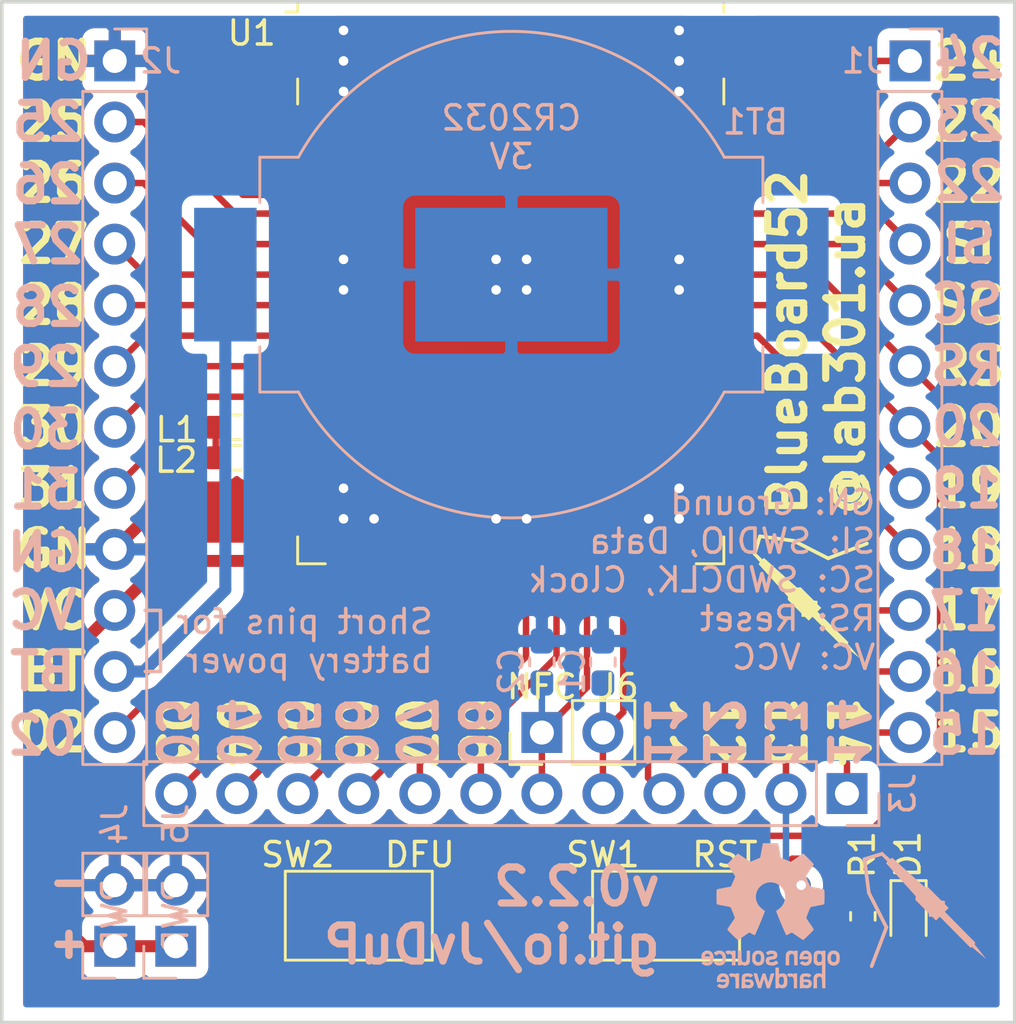
<source format=kicad_pcb>
(kicad_pcb (version 20171130) (host pcbnew "(5.1.5)-3")

  (general
    (thickness 1.6)
    (drawings 84)
    (tracks 160)
    (zones 0)
    (modules 19)
    (nets 40)
  )

  (page A4)
  (layers
    (0 F.Cu signal hide)
    (31 B.Cu signal hide)
    (32 B.Adhes user)
    (33 F.Adhes user)
    (34 B.Paste user hide)
    (35 F.Paste user)
    (36 B.SilkS user)
    (37 F.SilkS user)
    (38 B.Mask user)
    (39 F.Mask user)
    (40 Dwgs.User user)
    (41 Cmts.User user)
    (42 Eco1.User user)
    (43 Eco2.User user hide)
    (44 Edge.Cuts user)
    (45 Margin user)
    (46 B.CrtYd user)
    (47 F.CrtYd user)
    (48 B.Fab user)
    (49 F.Fab user)
  )

  (setup
    (last_trace_width 0.27)
    (trace_clearance 0.27)
    (zone_clearance 0.508)
    (zone_45_only no)
    (trace_min 0.2)
    (via_size 0.8)
    (via_drill 0.4)
    (via_min_size 0.4)
    (via_min_drill 0.3)
    (uvia_size 0.3)
    (uvia_drill 0.1)
    (uvias_allowed no)
    (uvia_min_size 0.2)
    (uvia_min_drill 0.1)
    (edge_width 0.15)
    (segment_width 0.2)
    (pcb_text_width 0.3)
    (pcb_text_size 1.5 1.5)
    (mod_edge_width 0.15)
    (mod_text_size 1 1)
    (mod_text_width 0.15)
    (pad_size 1.524 1.524)
    (pad_drill 0.762)
    (pad_to_mask_clearance 0.051)
    (solder_mask_min_width 0.25)
    (aux_axis_origin 0 0)
    (grid_origin 56.66 31.54)
    (visible_elements 7FFFFFFF)
    (pcbplotparams
      (layerselection 0x010fc_ffffffff)
      (usegerberextensions false)
      (usegerberattributes false)
      (usegerberadvancedattributes false)
      (creategerberjobfile false)
      (excludeedgelayer true)
      (linewidth 0.100000)
      (plotframeref false)
      (viasonmask false)
      (mode 1)
      (useauxorigin false)
      (hpglpennumber 1)
      (hpglpenspeed 20)
      (hpglpendiameter 15.000000)
      (psnegative false)
      (psa4output false)
      (plotreference true)
      (plotvalue true)
      (plotinvisibletext false)
      (padsonsilk false)
      (subtractmaskfromsilk false)
      (outputformat 1)
      (mirror false)
      (drillshape 1)
      (scaleselection 1)
      (outputdirectory ""))
  )

  (net 0 "")
  (net 1 "Net-(L1-Pad1)")
  (net 2 "Net-(L2-Pad2)")
  (net 3 VCC)
  (net 4 "Net-(L1-Pad2)")
  (net 5 GND)
  (net 6 /DFU)
  (net 7 "Net-(D1-Pad2)")
  (net 8 /USER_LED1)
  (net 9 /nRST)
  (net 10 /SWDCLK)
  (net 11 /SWDIO)
  (net 12 /P0.3)
  (net 13 /P0.2)
  (net 14 +BATT)
  (net 15 /P0.22)
  (net 16 /P0.4)
  (net 17 /P0.5)
  (net 18 /P0.6)
  (net 19 /P0.7)
  (net 20 /P0.8)
  (net 21 /P0.9)
  (net 22 /P0.10)
  (net 23 /P0.11)
  (net 24 /P0.12)
  (net 25 /P0.14)
  (net 26 /P0.15)
  (net 27 /P0.19)
  (net 28 /P0.18)
  (net 29 /P0.17)
  (net 30 /P0.16)
  (net 31 /P0.24)
  (net 32 /P0.23)
  (net 33 /P0.31)
  (net 34 /P0.30)
  (net 35 /P0.29)
  (net 36 /P0.28)
  (net 37 /P0.27)
  (net 38 /P0.26)
  (net 39 /P0.25)

  (net_class Default "This is the default net class."
    (clearance 0.27)
    (trace_width 0.27)
    (via_dia 0.8)
    (via_drill 0.4)
    (uvia_dia 0.3)
    (uvia_drill 0.1)
    (add_net /DFU)
    (add_net /P0.10)
    (add_net /P0.11)
    (add_net /P0.12)
    (add_net /P0.14)
    (add_net /P0.15)
    (add_net /P0.16)
    (add_net /P0.17)
    (add_net /P0.18)
    (add_net /P0.19)
    (add_net /P0.2)
    (add_net /P0.22)
    (add_net /P0.23)
    (add_net /P0.24)
    (add_net /P0.25)
    (add_net /P0.26)
    (add_net /P0.27)
    (add_net /P0.28)
    (add_net /P0.29)
    (add_net /P0.3)
    (add_net /P0.30)
    (add_net /P0.31)
    (add_net /P0.4)
    (add_net /P0.5)
    (add_net /P0.6)
    (add_net /P0.7)
    (add_net /P0.8)
    (add_net /P0.9)
    (add_net /SWDCLK)
    (add_net /SWDIO)
    (add_net /USER_LED1)
    (add_net /nRST)
    (add_net "Net-(D1-Pad2)")
    (add_net "Net-(L1-Pad1)")
    (add_net "Net-(L1-Pad2)")
    (add_net "Net-(L2-Pad2)")
    (add_net "Net-(U1-Pad14)")
    (add_net "Net-(U1-Pad3)")
    (add_net "Net-(U1-Pad4)")
  )

  (net_class Power ""
    (clearance 0.27)
    (trace_width 0.5)
    (via_dia 0.8)
    (via_drill 0.4)
    (uvia_dia 0.3)
    (uvia_drill 0.1)
    (add_net +BATT)
    (add_net GND)
    (add_net VCC)
  )

  (module Symbol:OSHW-Logo_5.7x6mm_SilkScreen (layer B.Cu) (tedit 0) (tstamp 5E784603)
    (at 83.965 67.1 180)
    (descr "Open Source Hardware Logo")
    (tags "Logo OSHW")
    (attr virtual)
    (fp_text reference REF** (at 0 0) (layer B.SilkS) hide
      (effects (font (size 1 1) (thickness 0.15)) (justify mirror))
    )
    (fp_text value OSHW-Logo_5.7x6mm_SilkScreen (at 0.75 0) (layer B.Fab) hide
      (effects (font (size 1 1) (thickness 0.15)) (justify mirror))
    )
    (fp_poly (pts (xy 0.376964 2.709982) (xy 0.433812 2.40843) (xy 0.853338 2.235488) (xy 1.104984 2.406605)
      (xy 1.175458 2.45425) (xy 1.239163 2.49679) (xy 1.293126 2.532285) (xy 1.334373 2.55879)
      (xy 1.359934 2.574364) (xy 1.366895 2.577722) (xy 1.379435 2.569086) (xy 1.406231 2.545208)
      (xy 1.44428 2.509141) (xy 1.490579 2.463933) (xy 1.542123 2.412636) (xy 1.595909 2.358299)
      (xy 1.648935 2.303972) (xy 1.698195 2.252705) (xy 1.740687 2.207549) (xy 1.773407 2.171554)
      (xy 1.793351 2.14777) (xy 1.798119 2.13981) (xy 1.791257 2.125135) (xy 1.77202 2.092986)
      (xy 1.74243 2.046508) (xy 1.70451 1.988844) (xy 1.660282 1.92314) (xy 1.634654 1.885664)
      (xy 1.587941 1.817232) (xy 1.546432 1.75548) (xy 1.51214 1.703481) (xy 1.48708 1.664308)
      (xy 1.473264 1.641035) (xy 1.471188 1.636145) (xy 1.475895 1.622245) (xy 1.488723 1.58985)
      (xy 1.507738 1.543515) (xy 1.531003 1.487794) (xy 1.556584 1.427242) (xy 1.582545 1.366414)
      (xy 1.60695 1.309864) (xy 1.627863 1.262148) (xy 1.643349 1.227819) (xy 1.651472 1.211432)
      (xy 1.651952 1.210788) (xy 1.664707 1.207659) (xy 1.698677 1.200679) (xy 1.75034 1.190533)
      (xy 1.816176 1.177908) (xy 1.892664 1.163491) (xy 1.93729 1.155177) (xy 2.019021 1.139616)
      (xy 2.092843 1.124808) (xy 2.155021 1.111564) (xy 2.201822 1.100695) (xy 2.229509 1.093011)
      (xy 2.235074 1.090573) (xy 2.240526 1.07407) (xy 2.244924 1.0368) (xy 2.248272 0.98312)
      (xy 2.250574 0.917388) (xy 2.251832 0.843963) (xy 2.252048 0.767204) (xy 2.251227 0.691468)
      (xy 2.249371 0.621114) (xy 2.246482 0.5605) (xy 2.242565 0.513984) (xy 2.237622 0.485925)
      (xy 2.234657 0.480084) (xy 2.216934 0.473083) (xy 2.179381 0.463073) (xy 2.126964 0.451231)
      (xy 2.064652 0.438733) (xy 2.0429 0.43469) (xy 1.938024 0.41548) (xy 1.85518 0.400009)
      (xy 1.79163 0.387663) (xy 1.744637 0.377827) (xy 1.711463 0.369886) (xy 1.689371 0.363224)
      (xy 1.675624 0.357227) (xy 1.667484 0.351281) (xy 1.666345 0.350106) (xy 1.654977 0.331174)
      (xy 1.637635 0.294331) (xy 1.61605 0.244087) (xy 1.591954 0.184954) (xy 1.567079 0.121444)
      (xy 1.543157 0.058068) (xy 1.521919 -0.000662) (xy 1.505097 -0.050235) (xy 1.494422 -0.086139)
      (xy 1.491627 -0.103862) (xy 1.49186 -0.104483) (xy 1.501331 -0.11897) (xy 1.522818 -0.150844)
      (xy 1.554063 -0.196789) (xy 1.592807 -0.253485) (xy 1.636793 -0.317617) (xy 1.649319 -0.335842)
      (xy 1.693984 -0.401914) (xy 1.733288 -0.4622) (xy 1.765088 -0.513235) (xy 1.787245 -0.55156)
      (xy 1.797617 -0.573711) (xy 1.798119 -0.576432) (xy 1.789405 -0.590736) (xy 1.765325 -0.619072)
      (xy 1.728976 -0.658396) (xy 1.683453 -0.705661) (xy 1.631852 -0.757823) (xy 1.577267 -0.811835)
      (xy 1.522794 -0.864653) (xy 1.471529 -0.913231) (xy 1.426567 -0.954523) (xy 1.391004 -0.985485)
      (xy 1.367935 -1.00307) (xy 1.361554 -1.005941) (xy 1.346699 -0.999178) (xy 1.316286 -0.980939)
      (xy 1.275268 -0.954297) (xy 1.243709 -0.932852) (xy 1.186525 -0.893503) (xy 1.118806 -0.847171)
      (xy 1.05088 -0.800913) (xy 1.014361 -0.776155) (xy 0.890752 -0.692547) (xy 0.786991 -0.74865)
      (xy 0.73972 -0.773228) (xy 0.699523 -0.792331) (xy 0.672326 -0.803227) (xy 0.665402 -0.804743)
      (xy 0.657077 -0.793549) (xy 0.640654 -0.761917) (xy 0.617357 -0.712765) (xy 0.588414 -0.64901)
      (xy 0.55505 -0.573571) (xy 0.518491 -0.489364) (xy 0.479964 -0.399308) (xy 0.440694 -0.306321)
      (xy 0.401908 -0.21332) (xy 0.36483 -0.123223) (xy 0.330689 -0.038948) (xy 0.300708 0.036587)
      (xy 0.276116 0.100466) (xy 0.258136 0.149769) (xy 0.247997 0.181579) (xy 0.246366 0.192504)
      (xy 0.259291 0.206439) (xy 0.287589 0.22906) (xy 0.325346 0.255667) (xy 0.328515 0.257772)
      (xy 0.4261 0.335886) (xy 0.504786 0.427018) (xy 0.563891 0.528255) (xy 0.602732 0.636682)
      (xy 0.620628 0.749386) (xy 0.616897 0.863452) (xy 0.590857 0.975966) (xy 0.541825 1.084015)
      (xy 0.5274 1.107655) (xy 0.452369 1.203113) (xy 0.36373 1.279768) (xy 0.264549 1.33722)
      (xy 0.157895 1.375071) (xy 0.046836 1.392922) (xy -0.065561 1.390375) (xy -0.176227 1.36703)
      (xy -0.282094 1.32249) (xy -0.380095 1.256355) (xy -0.41041 1.229513) (xy -0.487562 1.145488)
      (xy -0.543782 1.057034) (xy -0.582347 0.957885) (xy -0.603826 0.859697) (xy -0.609128 0.749303)
      (xy -0.591448 0.63836) (xy -0.552581 0.530619) (xy -0.494323 0.429831) (xy -0.418469 0.339744)
      (xy -0.326817 0.264108) (xy -0.314772 0.256136) (xy -0.276611 0.230026) (xy -0.247601 0.207405)
      (xy -0.233732 0.192961) (xy -0.233531 0.192504) (xy -0.236508 0.176879) (xy -0.248311 0.141418)
      (xy -0.267714 0.089038) (xy -0.293488 0.022655) (xy -0.324409 -0.054814) (xy -0.359249 -0.14045)
      (xy -0.396783 -0.231337) (xy -0.435783 -0.324559) (xy -0.475023 -0.417197) (xy -0.513276 -0.506335)
      (xy -0.549317 -0.589055) (xy -0.581917 -0.662441) (xy -0.609852 -0.723575) (xy -0.631895 -0.769541)
      (xy -0.646818 -0.797421) (xy -0.652828 -0.804743) (xy -0.671191 -0.799041) (xy -0.705552 -0.783749)
      (xy -0.749984 -0.761599) (xy -0.774417 -0.74865) (xy -0.878178 -0.692547) (xy -1.001787 -0.776155)
      (xy -1.064886 -0.818987) (xy -1.13397 -0.866122) (xy -1.198707 -0.910503) (xy -1.231134 -0.932852)
      (xy -1.276741 -0.963477) (xy -1.31536 -0.987747) (xy -1.341952 -1.002587) (xy -1.35059 -1.005724)
      (xy -1.363161 -0.997261) (xy -1.390984 -0.973636) (xy -1.431361 -0.937302) (xy -1.481595 -0.890711)
      (xy -1.538988 -0.836317) (xy -1.575286 -0.801392) (xy -1.63879 -0.738996) (xy -1.693673 -0.683188)
      (xy -1.737714 -0.636354) (xy -1.768695 -0.600882) (xy -1.784398 -0.579161) (xy -1.785905 -0.574752)
      (xy -1.778914 -0.557985) (xy -1.759594 -0.524082) (xy -1.730091 -0.476476) (xy -1.692545 -0.418599)
      (xy -1.6491 -0.353884) (xy -1.636745 -0.335842) (xy -1.591727 -0.270267) (xy -1.55134 -0.211228)
      (xy -1.51784 -0.162042) (xy -1.493486 -0.126028) (xy -1.480536 -0.106502) (xy -1.479285 -0.104483)
      (xy -1.481156 -0.088922) (xy -1.491087 -0.054709) (xy -1.507347 -0.006355) (xy -1.528205 0.051629)
      (xy -1.551927 0.11473) (xy -1.576784 0.178437) (xy -1.601042 0.238239) (xy -1.622971 0.289624)
      (xy -1.640838 0.328081) (xy -1.652913 0.349098) (xy -1.653771 0.350106) (xy -1.661154 0.356112)
      (xy -1.673625 0.362052) (xy -1.69392 0.36854) (xy -1.724778 0.376191) (xy -1.768934 0.38562)
      (xy -1.829126 0.397441) (xy -1.908093 0.412271) (xy -2.00857 0.430723) (xy -2.030325 0.43469)
      (xy -2.094802 0.447147) (xy -2.151011 0.459334) (xy -2.193987 0.470074) (xy -2.21876 0.478191)
      (xy -2.222082 0.480084) (xy -2.227556 0.496862) (xy -2.232006 0.534355) (xy -2.235428 0.588206)
      (xy -2.237819 0.654056) (xy -2.239177 0.727547) (xy -2.239499 0.80432) (xy -2.238781 0.880017)
      (xy -2.237021 0.95028) (xy -2.234216 1.01075) (xy -2.230362 1.05707) (xy -2.225457 1.084881)
      (xy -2.2225 1.090573) (xy -2.206037 1.096314) (xy -2.168551 1.105655) (xy -2.113775 1.117785)
      (xy -2.045445 1.131893) (xy -1.967294 1.14717) (xy -1.924716 1.155177) (xy -1.843929 1.170279)
      (xy -1.771887 1.18396) (xy -1.712111 1.195533) (xy -1.668121 1.204313) (xy -1.643439 1.209613)
      (xy -1.639377 1.210788) (xy -1.632511 1.224035) (xy -1.617998 1.255943) (xy -1.597771 1.301953)
      (xy -1.573766 1.357508) (xy -1.547918 1.418047) (xy -1.52216 1.479014) (xy -1.498427 1.535849)
      (xy -1.478654 1.583994) (xy -1.464776 1.61889) (xy -1.458726 1.635979) (xy -1.458614 1.636726)
      (xy -1.465472 1.650207) (xy -1.484698 1.68123) (xy -1.514272 1.726711) (xy -1.552173 1.783568)
      (xy -1.59638 1.848717) (xy -1.622079 1.886138) (xy -1.668907 1.954753) (xy -1.710499 2.017048)
      (xy -1.744825 2.069871) (xy -1.769857 2.110073) (xy -1.783565 2.1345) (xy -1.785544 2.139976)
      (xy -1.777034 2.152722) (xy -1.753507 2.179937) (xy -1.717968 2.218572) (xy -1.673423 2.265577)
      (xy -1.622877 2.317905) (xy -1.569336 2.372505) (xy -1.515805 2.42633) (xy -1.465289 2.47633)
      (xy -1.420794 2.519457) (xy -1.385325 2.552661) (xy -1.361887 2.572894) (xy -1.354046 2.577722)
      (xy -1.34128 2.570933) (xy -1.310744 2.551858) (xy -1.26541 2.522439) (xy -1.208244 2.484619)
      (xy -1.142216 2.440339) (xy -1.09241 2.406605) (xy -0.840764 2.235488) (xy -0.631001 2.321959)
      (xy -0.421237 2.40843) (xy -0.364389 2.709982) (xy -0.30754 3.011534) (xy 0.320115 3.011534)
      (xy 0.376964 2.709982)) (layer B.SilkS) (width 0.01))
    (fp_poly (pts (xy 1.79946 -1.45803) (xy 1.842711 -1.471245) (xy 1.870558 -1.487941) (xy 1.879629 -1.501145)
      (xy 1.877132 -1.516797) (xy 1.860931 -1.541385) (xy 1.847232 -1.5588) (xy 1.818992 -1.590283)
      (xy 1.797775 -1.603529) (xy 1.779688 -1.602664) (xy 1.726035 -1.58901) (xy 1.68663 -1.58963)
      (xy 1.654632 -1.605104) (xy 1.64389 -1.614161) (xy 1.609505 -1.646027) (xy 1.609505 -2.062179)
      (xy 1.471188 -2.062179) (xy 1.471188 -1.458614) (xy 1.540347 -1.458614) (xy 1.581869 -1.460256)
      (xy 1.603291 -1.466087) (xy 1.609502 -1.477461) (xy 1.609505 -1.477798) (xy 1.612439 -1.489713)
      (xy 1.625704 -1.488159) (xy 1.644084 -1.479563) (xy 1.682046 -1.463568) (xy 1.712872 -1.453945)
      (xy 1.752536 -1.451478) (xy 1.79946 -1.45803)) (layer B.SilkS) (width 0.01))
    (fp_poly (pts (xy -0.754012 -1.469002) (xy -0.722717 -1.48395) (xy -0.692409 -1.505541) (xy -0.669318 -1.530391)
      (xy -0.6525 -1.562087) (xy -0.641006 -1.604214) (xy -0.633891 -1.660358) (xy -0.630207 -1.734106)
      (xy -0.629008 -1.829044) (xy -0.628989 -1.838985) (xy -0.628713 -2.062179) (xy -0.76703 -2.062179)
      (xy -0.76703 -1.856418) (xy -0.767128 -1.780189) (xy -0.767809 -1.724939) (xy -0.769651 -1.686501)
      (xy -0.773233 -1.660706) (xy -0.779132 -1.643384) (xy -0.787927 -1.630368) (xy -0.80018 -1.617507)
      (xy -0.843047 -1.589873) (xy -0.889843 -1.584745) (xy -0.934424 -1.602217) (xy -0.949928 -1.615221)
      (xy -0.96131 -1.627447) (xy -0.969481 -1.64054) (xy -0.974974 -1.658615) (xy -0.97832 -1.685787)
      (xy -0.980051 -1.72617) (xy -0.980697 -1.783879) (xy -0.980792 -1.854132) (xy -0.980792 -2.062179)
      (xy -1.119109 -2.062179) (xy -1.119109 -1.458614) (xy -1.04995 -1.458614) (xy -1.008428 -1.460256)
      (xy -0.987006 -1.466087) (xy -0.980795 -1.477461) (xy -0.980792 -1.477798) (xy -0.97791 -1.488938)
      (xy -0.965199 -1.487674) (xy -0.939926 -1.475434) (xy -0.882605 -1.457424) (xy -0.817037 -1.455421)
      (xy -0.754012 -1.469002)) (layer B.SilkS) (width 0.01))
    (fp_poly (pts (xy 2.677898 -1.456457) (xy 2.710096 -1.464279) (xy 2.771825 -1.492921) (xy 2.82461 -1.536667)
      (xy 2.861141 -1.589117) (xy 2.86616 -1.600893) (xy 2.873045 -1.63174) (xy 2.877864 -1.677371)
      (xy 2.879505 -1.723492) (xy 2.879505 -1.810693) (xy 2.697178 -1.810693) (xy 2.621979 -1.810978)
      (xy 2.569003 -1.812704) (xy 2.535325 -1.817181) (xy 2.51802 -1.82572) (xy 2.514163 -1.83963)
      (xy 2.520829 -1.860222) (xy 2.53277 -1.884315) (xy 2.56608 -1.924525) (xy 2.612368 -1.944558)
      (xy 2.668944 -1.943905) (xy 2.733031 -1.922101) (xy 2.788417 -1.895193) (xy 2.834375 -1.931532)
      (xy 2.880333 -1.967872) (xy 2.837096 -2.007819) (xy 2.779374 -2.045563) (xy 2.708386 -2.06832)
      (xy 2.632029 -2.074688) (xy 2.558199 -2.063268) (xy 2.546287 -2.059393) (xy 2.481399 -2.025506)
      (xy 2.43313 -1.974986) (xy 2.400465 -1.906325) (xy 2.382385 -1.818014) (xy 2.382175 -1.816121)
      (xy 2.380556 -1.719878) (xy 2.3871 -1.685542) (xy 2.514852 -1.685542) (xy 2.526584 -1.690822)
      (xy 2.558438 -1.694867) (xy 2.605397 -1.697176) (xy 2.635154 -1.697525) (xy 2.690648 -1.697306)
      (xy 2.725346 -1.695916) (xy 2.743601 -1.692251) (xy 2.749766 -1.68521) (xy 2.748195 -1.67369)
      (xy 2.746878 -1.669233) (xy 2.724382 -1.627355) (xy 2.689003 -1.593604) (xy 2.65778 -1.578773)
      (xy 2.616301 -1.579668) (xy 2.574269 -1.598164) (xy 2.539012 -1.628786) (xy 2.517854 -1.666062)
      (xy 2.514852 -1.685542) (xy 2.3871 -1.685542) (xy 2.39669 -1.635229) (xy 2.428698 -1.564191)
      (xy 2.474701 -1.508779) (xy 2.532821 -1.471009) (xy 2.60118 -1.452896) (xy 2.677898 -1.456457)) (layer B.SilkS) (width 0.01))
    (fp_poly (pts (xy 2.217226 -1.46388) (xy 2.29008 -1.49483) (xy 2.313027 -1.509895) (xy 2.342354 -1.533048)
      (xy 2.360764 -1.551253) (xy 2.363961 -1.557183) (xy 2.354935 -1.57034) (xy 2.331837 -1.592667)
      (xy 2.313344 -1.60825) (xy 2.262728 -1.648926) (xy 2.22276 -1.615295) (xy 2.191874 -1.593584)
      (xy 2.161759 -1.58609) (xy 2.127292 -1.58792) (xy 2.072561 -1.601528) (xy 2.034886 -1.629772)
      (xy 2.011991 -1.675433) (xy 2.001597 -1.741289) (xy 2.001595 -1.741331) (xy 2.002494 -1.814939)
      (xy 2.016463 -1.868946) (xy 2.044328 -1.905716) (xy 2.063325 -1.918168) (xy 2.113776 -1.933673)
      (xy 2.167663 -1.933683) (xy 2.214546 -1.918638) (xy 2.225644 -1.911287) (xy 2.253476 -1.892511)
      (xy 2.275236 -1.889434) (xy 2.298704 -1.903409) (xy 2.324649 -1.92851) (xy 2.365716 -1.97088)
      (xy 2.320121 -2.008464) (xy 2.249674 -2.050882) (xy 2.170233 -2.071785) (xy 2.087215 -2.070272)
      (xy 2.032694 -2.056411) (xy 1.96897 -2.022135) (xy 1.918005 -1.968212) (xy 1.894851 -1.930149)
      (xy 1.876099 -1.875536) (xy 1.866715 -1.806369) (xy 1.866643 -1.731407) (xy 1.875824 -1.659409)
      (xy 1.894199 -1.599137) (xy 1.897093 -1.592958) (xy 1.939952 -1.532351) (xy 1.997979 -1.488224)
      (xy 2.066591 -1.461493) (xy 2.141201 -1.453073) (xy 2.217226 -1.46388)) (layer B.SilkS) (width 0.01))
    (fp_poly (pts (xy 0.993367 -1.654342) (xy 0.994555 -1.746563) (xy 0.998897 -1.81661) (xy 1.007558 -1.867381)
      (xy 1.021704 -1.901772) (xy 1.0425 -1.922679) (xy 1.07111 -1.933) (xy 1.106535 -1.935636)
      (xy 1.143636 -1.932682) (xy 1.171818 -1.921889) (xy 1.192243 -1.90036) (xy 1.206079 -1.865199)
      (xy 1.214491 -1.81351) (xy 1.218643 -1.742394) (xy 1.219703 -1.654342) (xy 1.219703 -1.458614)
      (xy 1.35802 -1.458614) (xy 1.35802 -2.062179) (xy 1.288862 -2.062179) (xy 1.24717 -2.060489)
      (xy 1.225701 -2.054556) (xy 1.219703 -2.043293) (xy 1.216091 -2.033261) (xy 1.201714 -2.035383)
      (xy 1.172736 -2.04958) (xy 1.106319 -2.07148) (xy 1.035875 -2.069928) (xy 0.968377 -2.046147)
      (xy 0.936233 -2.027362) (xy 0.911715 -2.007022) (xy 0.893804 -1.981573) (xy 0.881479 -1.947458)
      (xy 0.873723 -1.901121) (xy 0.869516 -1.839007) (xy 0.86784 -1.757561) (xy 0.867624 -1.694578)
      (xy 0.867624 -1.458614) (xy 0.993367 -1.458614) (xy 0.993367 -1.654342)) (layer B.SilkS) (width 0.01))
    (fp_poly (pts (xy 0.610762 -1.466055) (xy 0.674363 -1.500692) (xy 0.724123 -1.555372) (xy 0.747568 -1.599842)
      (xy 0.757634 -1.639121) (xy 0.764156 -1.695116) (xy 0.766951 -1.759621) (xy 0.765836 -1.824429)
      (xy 0.760626 -1.881334) (xy 0.754541 -1.911727) (xy 0.734014 -1.953306) (xy 0.698463 -1.997468)
      (xy 0.655619 -2.036087) (xy 0.613211 -2.061034) (xy 0.612177 -2.06143) (xy 0.559553 -2.072331)
      (xy 0.497188 -2.072601) (xy 0.437924 -2.062676) (xy 0.41504 -2.054722) (xy 0.356102 -2.0213)
      (xy 0.31389 -1.977511) (xy 0.286156 -1.919538) (xy 0.270651 -1.843565) (xy 0.267143 -1.803771)
      (xy 0.26759 -1.753766) (xy 0.402376 -1.753766) (xy 0.406917 -1.826732) (xy 0.419986 -1.882334)
      (xy 0.440756 -1.917861) (xy 0.455552 -1.92802) (xy 0.493464 -1.935104) (xy 0.538527 -1.933007)
      (xy 0.577487 -1.922812) (xy 0.587704 -1.917204) (xy 0.614659 -1.884538) (xy 0.632451 -1.834545)
      (xy 0.640024 -1.773705) (xy 0.636325 -1.708497) (xy 0.628057 -1.669253) (xy 0.60432 -1.623805)
      (xy 0.566849 -1.595396) (xy 0.52172 -1.585573) (xy 0.475011 -1.595887) (xy 0.439132 -1.621112)
      (xy 0.420277 -1.641925) (xy 0.409272 -1.662439) (xy 0.404026 -1.690203) (xy 0.402449 -1.732762)
      (xy 0.402376 -1.753766) (xy 0.26759 -1.753766) (xy 0.268094 -1.69758) (xy 0.285388 -1.610501)
      (xy 0.319029 -1.54253) (xy 0.369018 -1.493664) (xy 0.435356 -1.463899) (xy 0.449601 -1.460448)
      (xy 0.53521 -1.452345) (xy 0.610762 -1.466055)) (layer B.SilkS) (width 0.01))
    (fp_poly (pts (xy 0.014017 -1.456452) (xy 0.061634 -1.465482) (xy 0.111034 -1.48437) (xy 0.116312 -1.486777)
      (xy 0.153774 -1.506476) (xy 0.179717 -1.524781) (xy 0.188103 -1.536508) (xy 0.180117 -1.555632)
      (xy 0.16072 -1.58385) (xy 0.15211 -1.594384) (xy 0.116628 -1.635847) (xy 0.070885 -1.608858)
      (xy 0.02735 -1.590878) (xy -0.02295 -1.581267) (xy -0.071188 -1.58066) (xy -0.108533 -1.589691)
      (xy -0.117495 -1.595327) (xy -0.134563 -1.621171) (xy -0.136637 -1.650941) (xy -0.123866 -1.674197)
      (xy -0.116312 -1.678708) (xy -0.093675 -1.684309) (xy -0.053885 -1.690892) (xy -0.004834 -1.697183)
      (xy 0.004215 -1.69817) (xy 0.082996 -1.711798) (xy 0.140136 -1.734946) (xy 0.17803 -1.769752)
      (xy 0.199079 -1.818354) (xy 0.205635 -1.877718) (xy 0.196577 -1.945198) (xy 0.167164 -1.998188)
      (xy 0.117278 -2.036783) (xy 0.0468 -2.061081) (xy -0.031435 -2.070667) (xy -0.095234 -2.070552)
      (xy -0.146984 -2.061845) (xy -0.182327 -2.049825) (xy -0.226983 -2.02888) (xy -0.268253 -2.004574)
      (xy -0.282921 -1.993876) (xy -0.320643 -1.963084) (xy -0.275148 -1.917049) (xy -0.229653 -1.871013)
      (xy -0.177928 -1.905243) (xy -0.126048 -1.930952) (xy -0.070649 -1.944399) (xy -0.017395 -1.945818)
      (xy 0.028049 -1.935443) (xy 0.060016 -1.913507) (xy 0.070338 -1.894998) (xy 0.068789 -1.865314)
      (xy 0.04314 -1.842615) (xy -0.00654 -1.82694) (xy -0.060969 -1.819695) (xy -0.144736 -1.805873)
      (xy -0.206967 -1.779796) (xy -0.248493 -1.740699) (xy -0.270147 -1.68782) (xy -0.273147 -1.625126)
      (xy -0.258329 -1.559642) (xy -0.224546 -1.510144) (xy -0.171495 -1.476408) (xy -0.098874 -1.458207)
      (xy -0.045072 -1.454639) (xy 0.014017 -1.456452)) (layer B.SilkS) (width 0.01))
    (fp_poly (pts (xy -1.356699 -1.472614) (xy -1.344168 -1.478514) (xy -1.300799 -1.510283) (xy -1.25979 -1.556646)
      (xy -1.229168 -1.607696) (xy -1.220459 -1.631166) (xy -1.212512 -1.673091) (xy -1.207774 -1.723757)
      (xy -1.207199 -1.744679) (xy -1.207129 -1.810693) (xy -1.587083 -1.810693) (xy -1.578983 -1.845273)
      (xy -1.559104 -1.88617) (xy -1.524347 -1.921514) (xy -1.482998 -1.944282) (xy -1.456649 -1.94901)
      (xy -1.420916 -1.943273) (xy -1.378282 -1.928882) (xy -1.363799 -1.922262) (xy -1.31024 -1.895513)
      (xy -1.264533 -1.930376) (xy -1.238158 -1.953955) (xy -1.224124 -1.973417) (xy -1.223414 -1.979129)
      (xy -1.235951 -1.992973) (xy -1.263428 -2.014012) (xy -1.288366 -2.030425) (xy -1.355664 -2.05993)
      (xy -1.43111 -2.073284) (xy -1.505888 -2.069812) (xy -1.565495 -2.051663) (xy -1.626941 -2.012784)
      (xy -1.670608 -1.961595) (xy -1.697926 -1.895367) (xy -1.710322 -1.811371) (xy -1.711421 -1.772936)
      (xy -1.707022 -1.684861) (xy -1.706482 -1.682299) (xy -1.580582 -1.682299) (xy -1.577115 -1.690558)
      (xy -1.562863 -1.695113) (xy -1.53347 -1.697065) (xy -1.484575 -1.697517) (xy -1.465748 -1.697525)
      (xy -1.408467 -1.696843) (xy -1.372141 -1.694364) (xy -1.352604 -1.689443) (xy -1.34569 -1.681434)
      (xy -1.345445 -1.678862) (xy -1.353336 -1.658423) (xy -1.373085 -1.629789) (xy -1.381575 -1.619763)
      (xy -1.413094 -1.591408) (xy -1.445949 -1.580259) (xy -1.463651 -1.579327) (xy -1.511539 -1.590981)
      (xy -1.551699 -1.622285) (xy -1.577173 -1.667752) (xy -1.577625 -1.669233) (xy -1.580582 -1.682299)
      (xy -1.706482 -1.682299) (xy -1.692392 -1.61551) (xy -1.666038 -1.560025) (xy -1.633807 -1.520639)
      (xy -1.574217 -1.477931) (xy -1.504168 -1.455109) (xy -1.429661 -1.453046) (xy -1.356699 -1.472614)) (layer B.SilkS) (width 0.01))
    (fp_poly (pts (xy -2.538261 -1.465148) (xy -2.472479 -1.494231) (xy -2.42254 -1.542793) (xy -2.388374 -1.610908)
      (xy -2.369907 -1.698651) (xy -2.368583 -1.712351) (xy -2.367546 -1.808939) (xy -2.380993 -1.893602)
      (xy -2.408108 -1.962221) (xy -2.422627 -1.984294) (xy -2.473201 -2.031011) (xy -2.537609 -2.061268)
      (xy -2.609666 -2.073824) (xy -2.683185 -2.067439) (xy -2.739072 -2.047772) (xy -2.787132 -2.014629)
      (xy -2.826412 -1.971175) (xy -2.827092 -1.970158) (xy -2.843044 -1.943338) (xy -2.85341 -1.916368)
      (xy -2.859688 -1.882332) (xy -2.863373 -1.83431) (xy -2.864997 -1.794931) (xy -2.865672 -1.759219)
      (xy -2.739955 -1.759219) (xy -2.738726 -1.79477) (xy -2.734266 -1.842094) (xy -2.726397 -1.872465)
      (xy -2.712207 -1.894072) (xy -2.698917 -1.906694) (xy -2.651802 -1.933122) (xy -2.602505 -1.936653)
      (xy -2.556593 -1.917639) (xy -2.533638 -1.896331) (xy -2.517096 -1.874859) (xy -2.507421 -1.854313)
      (xy -2.503174 -1.827574) (xy -2.50292 -1.787523) (xy -2.504228 -1.750638) (xy -2.507043 -1.697947)
      (xy -2.511505 -1.663772) (xy -2.519548 -1.64148) (xy -2.533103 -1.624442) (xy -2.543845 -1.614703)
      (xy -2.588777 -1.589123) (xy -2.637249 -1.587847) (xy -2.677894 -1.602999) (xy -2.712567 -1.634642)
      (xy -2.733224 -1.68662) (xy -2.739955 -1.759219) (xy -2.865672 -1.759219) (xy -2.866479 -1.716621)
      (xy -2.863948 -1.658056) (xy -2.856362 -1.614007) (xy -2.842681 -1.579248) (xy -2.821865 -1.548551)
      (xy -2.814147 -1.539436) (xy -2.765889 -1.494021) (xy -2.714128 -1.467493) (xy -2.650828 -1.456379)
      (xy -2.619961 -1.455471) (xy -2.538261 -1.465148)) (layer B.SilkS) (width 0.01))
    (fp_poly (pts (xy 2.032581 -2.40497) (xy 2.092685 -2.420597) (xy 2.143021 -2.452848) (xy 2.167393 -2.47694)
      (xy 2.207345 -2.533895) (xy 2.230242 -2.599965) (xy 2.238108 -2.681182) (xy 2.238148 -2.687748)
      (xy 2.238218 -2.753763) (xy 1.858264 -2.753763) (xy 1.866363 -2.788342) (xy 1.880987 -2.819659)
      (xy 1.906581 -2.852291) (xy 1.911935 -2.8575) (xy 1.957943 -2.885694) (xy 2.01041 -2.890475)
      (xy 2.070803 -2.871926) (xy 2.08104 -2.866931) (xy 2.112439 -2.851745) (xy 2.13347 -2.843094)
      (xy 2.137139 -2.842293) (xy 2.149948 -2.850063) (xy 2.174378 -2.869072) (xy 2.186779 -2.87946)
      (xy 2.212476 -2.903321) (xy 2.220915 -2.919077) (xy 2.215058 -2.933571) (xy 2.211928 -2.937534)
      (xy 2.190725 -2.954879) (xy 2.155738 -2.975959) (xy 2.131337 -2.988265) (xy 2.062072 -3.009946)
      (xy 1.985388 -3.016971) (xy 1.912765 -3.008647) (xy 1.892426 -3.002686) (xy 1.829476 -2.968952)
      (xy 1.782815 -2.917045) (xy 1.752173 -2.846459) (xy 1.737282 -2.756692) (xy 1.735647 -2.709753)
      (xy 1.740421 -2.641413) (xy 1.86099 -2.641413) (xy 1.872652 -2.646465) (xy 1.903998 -2.650429)
      (xy 1.949571 -2.652768) (xy 1.980446 -2.653169) (xy 2.035981 -2.652783) (xy 2.071033 -2.650975)
      (xy 2.090262 -2.646773) (xy 2.09833 -2.639203) (xy 2.099901 -2.628218) (xy 2.089121 -2.594381)
      (xy 2.06198 -2.56094) (xy 2.026277 -2.535272) (xy 1.99056 -2.524772) (xy 1.942048 -2.534086)
      (xy 1.900053 -2.561013) (xy 1.870936 -2.599827) (xy 1.86099 -2.641413) (xy 1.740421 -2.641413)
      (xy 1.742599 -2.610236) (xy 1.764055 -2.530949) (xy 1.80047 -2.471263) (xy 1.852297 -2.430549)
      (xy 1.91999 -2.408179) (xy 1.956662 -2.403871) (xy 2.032581 -2.40497)) (layer B.SilkS) (width 0.01))
    (fp_poly (pts (xy 1.635255 -2.401486) (xy 1.683595 -2.411015) (xy 1.711114 -2.425125) (xy 1.740064 -2.448568)
      (xy 1.698876 -2.500571) (xy 1.673482 -2.532064) (xy 1.656238 -2.547428) (xy 1.639102 -2.549776)
      (xy 1.614027 -2.542217) (xy 1.602257 -2.537941) (xy 1.55427 -2.531631) (xy 1.510324 -2.545156)
      (xy 1.47806 -2.57571) (xy 1.472819 -2.585452) (xy 1.467112 -2.611258) (xy 1.462706 -2.658817)
      (xy 1.459811 -2.724758) (xy 1.458631 -2.80571) (xy 1.458614 -2.817226) (xy 1.458614 -3.017822)
      (xy 1.320297 -3.017822) (xy 1.320297 -2.401683) (xy 1.389456 -2.401683) (xy 1.429333 -2.402725)
      (xy 1.450107 -2.407358) (xy 1.457789 -2.417849) (xy 1.458614 -2.427745) (xy 1.458614 -2.453806)
      (xy 1.491745 -2.427745) (xy 1.529735 -2.409965) (xy 1.58077 -2.401174) (xy 1.635255 -2.401486)) (layer B.SilkS) (width 0.01))
    (fp_poly (pts (xy 1.038411 -2.405417) (xy 1.091411 -2.41829) (xy 1.106731 -2.42511) (xy 1.136428 -2.442974)
      (xy 1.15922 -2.463093) (xy 1.176083 -2.488962) (xy 1.187998 -2.524073) (xy 1.195942 -2.57192)
      (xy 1.200894 -2.635996) (xy 1.203831 -2.719794) (xy 1.204947 -2.775768) (xy 1.209052 -3.017822)
      (xy 1.138932 -3.017822) (xy 1.096393 -3.016038) (xy 1.074476 -3.009942) (xy 1.068812 -2.999706)
      (xy 1.065821 -2.988637) (xy 1.052451 -2.990754) (xy 1.034233 -2.999629) (xy 0.988624 -3.013233)
      (xy 0.930007 -3.016899) (xy 0.868354 -3.010903) (xy 0.813638 -2.995521) (xy 0.80873 -2.993386)
      (xy 0.758723 -2.958255) (xy 0.725756 -2.909419) (xy 0.710587 -2.852333) (xy 0.711746 -2.831824)
      (xy 0.835508 -2.831824) (xy 0.846413 -2.859425) (xy 0.878745 -2.879204) (xy 0.93091 -2.889819)
      (xy 0.958787 -2.891228) (xy 1.005247 -2.88762) (xy 1.036129 -2.873597) (xy 1.043664 -2.866931)
      (xy 1.064076 -2.830666) (xy 1.068812 -2.797773) (xy 1.068812 -2.753763) (xy 1.007513 -2.753763)
      (xy 0.936256 -2.757395) (xy 0.886276 -2.768818) (xy 0.854696 -2.788824) (xy 0.847626 -2.797743)
      (xy 0.835508 -2.831824) (xy 0.711746 -2.831824) (xy 0.713971 -2.792456) (xy 0.736663 -2.735244)
      (xy 0.767624 -2.69658) (xy 0.786376 -2.679864) (xy 0.804733 -2.668878) (xy 0.828619 -2.66218)
      (xy 0.863957 -2.658326) (xy 0.916669 -2.655873) (xy 0.937577 -2.655168) (xy 1.068812 -2.650879)
      (xy 1.06862 -2.611158) (xy 1.063537 -2.569405) (xy 1.045162 -2.544158) (xy 1.008039 -2.52803)
      (xy 1.007043 -2.527742) (xy 0.95441 -2.5214) (xy 0.902906 -2.529684) (xy 0.86463 -2.549827)
      (xy 0.849272 -2.559773) (xy 0.83273 -2.558397) (xy 0.807275 -2.543987) (xy 0.792328 -2.533817)
      (xy 0.763091 -2.512088) (xy 0.74498 -2.4958) (xy 0.742074 -2.491137) (xy 0.75404 -2.467005)
      (xy 0.789396 -2.438185) (xy 0.804753 -2.428461) (xy 0.848901 -2.411714) (xy 0.908398 -2.402227)
      (xy 0.974487 -2.400095) (xy 1.038411 -2.405417)) (layer B.SilkS) (width 0.01))
    (fp_poly (pts (xy 0.281524 -2.404237) (xy 0.331255 -2.407971) (xy 0.461291 -2.797773) (xy 0.481678 -2.728614)
      (xy 0.493946 -2.685874) (xy 0.510085 -2.628115) (xy 0.527512 -2.564625) (xy 0.536726 -2.53057)
      (xy 0.571388 -2.401683) (xy 0.714391 -2.401683) (xy 0.671646 -2.536857) (xy 0.650596 -2.603342)
      (xy 0.625167 -2.683539) (xy 0.59861 -2.767193) (xy 0.574902 -2.841782) (xy 0.520902 -3.011535)
      (xy 0.462598 -3.015328) (xy 0.404295 -3.019122) (xy 0.372679 -2.914734) (xy 0.353182 -2.849889)
      (xy 0.331904 -2.7784) (xy 0.313308 -2.715263) (xy 0.312574 -2.71275) (xy 0.298684 -2.669969)
      (xy 0.286429 -2.640779) (xy 0.277846 -2.629741) (xy 0.276082 -2.631018) (xy 0.269891 -2.64813)
      (xy 0.258128 -2.684787) (xy 0.242225 -2.736378) (xy 0.223614 -2.798294) (xy 0.213543 -2.832352)
      (xy 0.159007 -3.017822) (xy 0.043264 -3.017822) (xy -0.049263 -2.725471) (xy -0.075256 -2.643462)
      (xy -0.098934 -2.568987) (xy -0.11918 -2.505544) (xy -0.134874 -2.456632) (xy -0.144898 -2.425749)
      (xy -0.147945 -2.416726) (xy -0.145533 -2.407487) (xy -0.126592 -2.403441) (xy -0.087177 -2.403846)
      (xy -0.081007 -2.404152) (xy -0.007914 -2.407971) (xy 0.039957 -2.58401) (xy 0.057553 -2.648211)
      (xy 0.073277 -2.704649) (xy 0.085746 -2.748422) (xy 0.093574 -2.77463) (xy 0.09502 -2.778903)
      (xy 0.101014 -2.77399) (xy 0.113101 -2.748532) (xy 0.129893 -2.705997) (xy 0.150003 -2.64985)
      (xy 0.167003 -2.59913) (xy 0.231794 -2.400504) (xy 0.281524 -2.404237)) (layer B.SilkS) (width 0.01))
    (fp_poly (pts (xy -0.201188 -3.017822) (xy -0.270346 -3.017822) (xy -0.310488 -3.016645) (xy -0.331394 -3.011772)
      (xy -0.338922 -3.001186) (xy -0.339505 -2.994029) (xy -0.340774 -2.979676) (xy -0.348779 -2.976923)
      (xy -0.369815 -2.985771) (xy -0.386173 -2.994029) (xy -0.448977 -3.013597) (xy -0.517248 -3.014729)
      (xy -0.572752 -3.000135) (xy -0.624438 -2.964877) (xy -0.663838 -2.912835) (xy -0.685413 -2.85145)
      (xy -0.685962 -2.848018) (xy -0.689167 -2.810571) (xy -0.690761 -2.756813) (xy -0.690633 -2.716155)
      (xy -0.553279 -2.716155) (xy -0.550097 -2.770194) (xy -0.542859 -2.814735) (xy -0.53306 -2.839888)
      (xy -0.495989 -2.87426) (xy -0.451974 -2.886582) (xy -0.406584 -2.876618) (xy -0.367797 -2.846895)
      (xy -0.353108 -2.826905) (xy -0.344519 -2.80305) (xy -0.340496 -2.76823) (xy -0.339505 -2.71593)
      (xy -0.341278 -2.664139) (xy -0.345963 -2.618634) (xy -0.352603 -2.588181) (xy -0.35371 -2.585452)
      (xy -0.380491 -2.553) (xy -0.419579 -2.535183) (xy -0.463315 -2.532306) (xy -0.504038 -2.544674)
      (xy -0.534087 -2.572593) (xy -0.537204 -2.578148) (xy -0.546961 -2.612022) (xy -0.552277 -2.660728)
      (xy -0.553279 -2.716155) (xy -0.690633 -2.716155) (xy -0.690568 -2.69554) (xy -0.689664 -2.662563)
      (xy -0.683514 -2.580981) (xy -0.670733 -2.51973) (xy -0.649471 -2.474449) (xy -0.617878 -2.440779)
      (xy -0.587207 -2.421014) (xy -0.544354 -2.40712) (xy -0.491056 -2.402354) (xy -0.43648 -2.406236)
      (xy -0.389792 -2.418282) (xy -0.365124 -2.432693) (xy -0.339505 -2.455878) (xy -0.339505 -2.162773)
      (xy -0.201188 -2.162773) (xy -0.201188 -3.017822)) (layer B.SilkS) (width 0.01))
    (fp_poly (pts (xy -0.993356 -2.40302) (xy -0.974539 -2.40866) (xy -0.968473 -2.421053) (xy -0.968218 -2.426647)
      (xy -0.967129 -2.44223) (xy -0.959632 -2.444676) (xy -0.939381 -2.433993) (xy -0.927351 -2.426694)
      (xy -0.8894 -2.411063) (xy -0.844072 -2.403334) (xy -0.796544 -2.40274) (xy -0.751995 -2.408513)
      (xy -0.715602 -2.419884) (xy -0.692543 -2.436088) (xy -0.687996 -2.456355) (xy -0.690291 -2.461843)
      (xy -0.70702 -2.484626) (xy -0.732963 -2.512647) (xy -0.737655 -2.517177) (xy -0.762383 -2.538005)
      (xy -0.783718 -2.544735) (xy -0.813555 -2.540038) (xy -0.825508 -2.536917) (xy -0.862705 -2.529421)
      (xy -0.888859 -2.532792) (xy -0.910946 -2.544681) (xy -0.931178 -2.560635) (xy -0.946079 -2.5807)
      (xy -0.956434 -2.608702) (xy -0.963029 -2.648467) (xy -0.966649 -2.703823) (xy -0.968078 -2.778594)
      (xy -0.968218 -2.82374) (xy -0.968218 -3.017822) (xy -1.09396 -3.017822) (xy -1.09396 -2.401683)
      (xy -1.031089 -2.401683) (xy -0.993356 -2.40302)) (layer B.SilkS) (width 0.01))
    (fp_poly (pts (xy -1.38421 -2.406555) (xy -1.325055 -2.422339) (xy -1.280023 -2.450948) (xy -1.248246 -2.488419)
      (xy -1.238366 -2.504411) (xy -1.231073 -2.521163) (xy -1.225974 -2.542592) (xy -1.222679 -2.572616)
      (xy -1.220797 -2.615154) (xy -1.219937 -2.674122) (xy -1.219707 -2.75344) (xy -1.219703 -2.774484)
      (xy -1.219703 -3.017822) (xy -1.280059 -3.017822) (xy -1.318557 -3.015126) (xy -1.347023 -3.008295)
      (xy -1.354155 -3.004083) (xy -1.373652 -2.996813) (xy -1.393566 -3.004083) (xy -1.426353 -3.01316)
      (xy -1.473978 -3.016813) (xy -1.526764 -3.015228) (xy -1.575036 -3.008589) (xy -1.603218 -3.000072)
      (xy -1.657753 -2.965063) (xy -1.691835 -2.916479) (xy -1.707157 -2.851882) (xy -1.707299 -2.850223)
      (xy -1.705955 -2.821566) (xy -1.584356 -2.821566) (xy -1.573726 -2.854161) (xy -1.55641 -2.872505)
      (xy -1.521652 -2.886379) (xy -1.475773 -2.891917) (xy -1.428988 -2.889191) (xy -1.391514 -2.878274)
      (xy -1.381015 -2.871269) (xy -1.362668 -2.838904) (xy -1.35802 -2.802111) (xy -1.35802 -2.753763)
      (xy -1.427582 -2.753763) (xy -1.493667 -2.75885) (xy -1.543764 -2.773263) (xy -1.574929 -2.795729)
      (xy -1.584356 -2.821566) (xy -1.705955 -2.821566) (xy -1.703987 -2.779647) (xy -1.68071 -2.723845)
      (xy -1.636948 -2.681647) (xy -1.630899 -2.677808) (xy -1.604907 -2.665309) (xy -1.572735 -2.65774)
      (xy -1.52776 -2.654061) (xy -1.474331 -2.653216) (xy -1.35802 -2.653169) (xy -1.35802 -2.604411)
      (xy -1.362953 -2.566581) (xy -1.375543 -2.541236) (xy -1.377017 -2.539887) (xy -1.405034 -2.5288)
      (xy -1.447326 -2.524503) (xy -1.494064 -2.526615) (xy -1.535418 -2.534756) (xy -1.559957 -2.546965)
      (xy -1.573253 -2.556746) (xy -1.587294 -2.558613) (xy -1.606671 -2.5506) (xy -1.635976 -2.530739)
      (xy -1.679803 -2.497063) (xy -1.683825 -2.493909) (xy -1.681764 -2.482236) (xy -1.664568 -2.462822)
      (xy -1.638433 -2.441248) (xy -1.609552 -2.423096) (xy -1.600478 -2.418809) (xy -1.56738 -2.410256)
      (xy -1.51888 -2.404155) (xy -1.464695 -2.401708) (xy -1.462161 -2.401703) (xy -1.38421 -2.406555)) (layer B.SilkS) (width 0.01))
    (fp_poly (pts (xy -1.908759 -1.469184) (xy -1.882247 -1.482282) (xy -1.849553 -1.505106) (xy -1.825725 -1.529996)
      (xy -1.809406 -1.561249) (xy -1.79924 -1.603166) (xy -1.793872 -1.660044) (xy -1.791944 -1.736184)
      (xy -1.791831 -1.768917) (xy -1.792161 -1.840656) (xy -1.793527 -1.891927) (xy -1.7965 -1.927404)
      (xy -1.801649 -1.951763) (xy -1.809543 -1.96968) (xy -1.817757 -1.981902) (xy -1.870187 -2.033905)
      (xy -1.93193 -2.065184) (xy -1.998536 -2.074592) (xy -2.065558 -2.06098) (xy -2.086792 -2.051354)
      (xy -2.137624 -2.024859) (xy -2.137624 -2.440052) (xy -2.100525 -2.420868) (xy -2.051643 -2.406025)
      (xy -1.991561 -2.402222) (xy -1.931564 -2.409243) (xy -1.886256 -2.425013) (xy -1.848675 -2.455047)
      (xy -1.816564 -2.498024) (xy -1.81415 -2.502436) (xy -1.803967 -2.523221) (xy -1.79653 -2.54417)
      (xy -1.791411 -2.569548) (xy -1.788181 -2.603618) (xy -1.786413 -2.650641) (xy -1.785677 -2.714882)
      (xy -1.785544 -2.787176) (xy -1.785544 -3.017822) (xy -1.923861 -3.017822) (xy -1.923861 -2.592533)
      (xy -1.962549 -2.559979) (xy -2.002738 -2.53394) (xy -2.040797 -2.529205) (xy -2.079066 -2.541389)
      (xy -2.099462 -2.55332) (xy -2.114642 -2.570313) (xy -2.125438 -2.595995) (xy -2.132683 -2.633991)
      (xy -2.137208 -2.687926) (xy -2.139844 -2.761425) (xy -2.140772 -2.810347) (xy -2.143911 -3.011535)
      (xy -2.209926 -3.015336) (xy -2.27594 -3.019136) (xy -2.27594 -1.77065) (xy -2.137624 -1.77065)
      (xy -2.134097 -1.840254) (xy -2.122215 -1.888569) (xy -2.10002 -1.918631) (xy -2.065559 -1.933471)
      (xy -2.030742 -1.936436) (xy -1.991329 -1.933028) (xy -1.965171 -1.919617) (xy -1.948814 -1.901896)
      (xy -1.935937 -1.882835) (xy -1.928272 -1.861601) (xy -1.924861 -1.831849) (xy -1.924749 -1.787236)
      (xy -1.925897 -1.74988) (xy -1.928532 -1.693604) (xy -1.932456 -1.656658) (xy -1.939063 -1.633223)
      (xy -1.949749 -1.61748) (xy -1.959833 -1.60838) (xy -2.00197 -1.588537) (xy -2.05184 -1.585332)
      (xy -2.080476 -1.592168) (xy -2.108828 -1.616464) (xy -2.127609 -1.663728) (xy -2.136712 -1.733624)
      (xy -2.137624 -1.77065) (xy -2.27594 -1.77065) (xy -2.27594 -1.458614) (xy -2.206782 -1.458614)
      (xy -2.16526 -1.460256) (xy -2.143838 -1.466087) (xy -2.137626 -1.477461) (xy -2.137624 -1.477798)
      (xy -2.134742 -1.488938) (xy -2.12203 -1.487673) (xy -2.096757 -1.475433) (xy -2.037869 -1.456707)
      (xy -1.971615 -1.454739) (xy -1.908759 -1.469184)) (layer B.SilkS) (width 0.01))
  )

  (module lab301_library:lab301i_logo (layer B.Cu) (tedit 5DB5D419) (tstamp 5E783CD6)
    (at 90.315 66.465 180)
    (descr "Imported from /home/srgk/Downloads/lab301_logo_small.svg")
    (tags svg2mod)
    (attr smd)
    (fp_text reference svg2mod (at 0 5.785031) (layer B.SilkS) hide
      (effects (font (size 1.524 1.524) (thickness 0.3048)) (justify mirror))
    )
    (fp_text value G*** (at 0 -5.785031) (layer B.SilkS) hide
      (effects (font (size 1.524 1.524) (thickness 0.3048)) (justify mirror))
    )
    (fp_line (start 1.532496 -1.119319) (end 2.1481 -2.737031) (layer B.SilkS) (width 0.15))
    (fp_line (start 2.263536 0.315619) (end 1.532496 -1.119319) (layer B.SilkS) (width 0.15))
    (fp_line (start 2.44924 1.71619) (end 2.263536 0.315619) (layer B.SilkS) (width 0.15))
    (fp_line (start 1.712785 1.940019) (end 2.44924 1.71619) (layer B.SilkS) (width 0.15))
    (fp_poly (pts (xy -2.618079 -2.434865) (xy -2.13624 -1.82285) (xy -2.168574 -1.755301) (xy -0.898842 -0.471064)
      (xy -1.059492 -0.312229) (xy -0.903685 -0.152715) (xy -0.900612 -0.018828) (xy -0.751806 -0.004884)
      (xy -0.196993 0.556267) (xy -0.066135 0.552058) (xy 1.298796 1.781881) (xy 1.364031 1.715478)
      (xy 1.67916 1.996156) (xy 1.768875 1.903417) (xy 1.491612 1.614065) (xy 1.549318 1.550709)
      (xy 0.31254 0.173847) (xy 0.330319 0.025063) (xy -0.224677 -0.532095) (xy -0.237918 -0.675943)
      (xy -0.379265 -0.681059) (xy -0.529346 -0.836387) (xy -0.689032 -0.678505) (xy -1.964799 -1.968846)
      (xy -2.020742 -1.935137) (xy -2.615037 -2.435648) (xy -2.618079 -2.434865)) (layer B.SilkS) (width 0))
  )

  (module lab301_library:lab301i_logo (layer F.Cu) (tedit 5DB5D419) (tstamp 5E77DA1E)
    (at 85.235 53.765 90)
    (descr "Imported from /home/srgk/Downloads/lab301_logo_small.svg")
    (tags svg2mod)
    (attr smd)
    (fp_text reference svg2mod (at 0 -5.785031 90) (layer F.SilkS) hide
      (effects (font (size 1.524 1.524) (thickness 0.3048)))
    )
    (fp_text value G*** (at 0 5.785031 90) (layer F.SilkS) hide
      (effects (font (size 1.524 1.524) (thickness 0.3048)))
    )
    (fp_line (start 1.532496 1.119319) (end 2.1481 2.737031) (layer F.SilkS) (width 0.15))
    (fp_line (start 2.263536 -0.315619) (end 1.532496 1.119319) (layer F.SilkS) (width 0.15))
    (fp_line (start 2.44924 -1.71619) (end 2.263536 -0.315619) (layer F.SilkS) (width 0.15))
    (fp_line (start 1.712785 -1.940019) (end 2.44924 -1.71619) (layer F.SilkS) (width 0.15))
    (fp_poly (pts (xy -2.618079 2.434865) (xy -2.13624 1.82285) (xy -2.168574 1.755301) (xy -0.898842 0.471064)
      (xy -1.059492 0.312229) (xy -0.903685 0.152715) (xy -0.900612 0.018828) (xy -0.751806 0.004884)
      (xy -0.196993 -0.556267) (xy -0.066135 -0.552058) (xy 1.298796 -1.781881) (xy 1.364031 -1.715478)
      (xy 1.67916 -1.996156) (xy 1.768875 -1.903417) (xy 1.491612 -1.614065) (xy 1.549318 -1.550709)
      (xy 0.31254 -0.173847) (xy 0.330319 -0.025063) (xy -0.224677 0.532095) (xy -0.237918 0.675943)
      (xy -0.379265 0.681059) (xy -0.529346 0.836387) (xy -0.689032 0.678505) (xy -1.964799 1.968846)
      (xy -2.020742 1.935137) (xy -2.615037 2.435648) (xy -2.618079 2.434865)) (layer F.SilkS) (width 0))
  )

  (module Connector_PinHeader_2.54mm:PinHeader_1x02_P2.54mm_Vertical (layer F.Cu) (tedit 59FED5CC) (tstamp 5E78D9BC)
    (at 74.44 59.48 90)
    (descr "Through hole straight pin header, 1x02, 2.54mm pitch, single row")
    (tags "Through hole pin header THT 1x02 2.54mm single row")
    (path /5EADA80E)
    (fp_text reference J6 (at 1.905 3.175 180) (layer F.SilkS)
      (effects (font (size 1 1) (thickness 0.15)))
    )
    (fp_text value NFC (at 1.905 0 180) (layer F.SilkS)
      (effects (font (size 1 1) (thickness 0.15)))
    )
    (fp_line (start -0.635 -1.27) (end 1.27 -1.27) (layer F.Fab) (width 0.1))
    (fp_line (start 1.27 -1.27) (end 1.27 3.81) (layer F.Fab) (width 0.1))
    (fp_line (start 1.27 3.81) (end -1.27 3.81) (layer F.Fab) (width 0.1))
    (fp_line (start -1.27 3.81) (end -1.27 -0.635) (layer F.Fab) (width 0.1))
    (fp_line (start -1.27 -0.635) (end -0.635 -1.27) (layer F.Fab) (width 0.1))
    (fp_line (start -1.33 3.87) (end 1.33 3.87) (layer F.SilkS) (width 0.12))
    (fp_line (start -1.33 1.27) (end -1.33 3.87) (layer F.SilkS) (width 0.12))
    (fp_line (start 1.33 1.27) (end 1.33 3.87) (layer F.SilkS) (width 0.12))
    (fp_line (start -1.33 1.27) (end 1.33 1.27) (layer F.SilkS) (width 0.12))
    (fp_line (start -1.33 0) (end -1.33 -1.33) (layer F.SilkS) (width 0.12))
    (fp_line (start -1.33 -1.33) (end 0 -1.33) (layer F.SilkS) (width 0.12))
    (fp_line (start -1.8 -1.8) (end -1.8 4.35) (layer F.CrtYd) (width 0.05))
    (fp_line (start -1.8 4.35) (end 1.8 4.35) (layer F.CrtYd) (width 0.05))
    (fp_line (start 1.8 4.35) (end 1.8 -1.8) (layer F.CrtYd) (width 0.05))
    (fp_line (start 1.8 -1.8) (end -1.8 -1.8) (layer F.CrtYd) (width 0.05))
    (fp_text user %R (at 0 1.27) (layer F.Fab)
      (effects (font (size 1 1) (thickness 0.15)))
    )
    (pad 1 thru_hole rect (at 0 0 90) (size 1.7 1.7) (drill 1) (layers *.Cu *.Mask)
      (net 21 /P0.9))
    (pad 2 thru_hole oval (at 0 2.54 90) (size 1.7 1.7) (drill 1) (layers *.Cu *.Mask)
      (net 22 /P0.10))
    (model ${KISYS3DMOD}/Connector_PinHeader_2.54mm.3dshapes/PinHeader_1x02_P2.54mm_Vertical.wrl
      (at (xyz 0 0 0))
      (scale (xyz 1 1 1))
      (rotate (xyz 0 0 0))
    )
  )

  (module Capacitor_SMD:C_0603_1608Metric_Pad1.05x0.95mm_HandSolder (layer B.Cu) (tedit 5B301BBE) (tstamp 5E78D9F6)
    (at 74.44 56.545 90)
    (descr "Capacitor SMD 0603 (1608 Metric), square (rectangular) end terminal, IPC_7351 nominal with elongated pad for handsoldering. (Body size source: http://www.tortai-tech.com/upload/download/2011102023233369053.pdf), generated with kicad-footprint-generator")
    (tags "capacitor handsolder")
    (path /5EAF5278)
    (attr smd)
    (fp_text reference C2 (at -0.395 -1.27 270) (layer B.SilkS)
      (effects (font (size 1 1) (thickness 0.15)) (justify mirror))
    )
    (fp_text value 300pf (at 0 -1.43 270) (layer B.Fab)
      (effects (font (size 1 1) (thickness 0.15)) (justify mirror))
    )
    (fp_line (start -0.8 -0.4) (end -0.8 0.4) (layer B.Fab) (width 0.1))
    (fp_line (start -0.8 0.4) (end 0.8 0.4) (layer B.Fab) (width 0.1))
    (fp_line (start 0.8 0.4) (end 0.8 -0.4) (layer B.Fab) (width 0.1))
    (fp_line (start 0.8 -0.4) (end -0.8 -0.4) (layer B.Fab) (width 0.1))
    (fp_line (start -0.171267 0.51) (end 0.171267 0.51) (layer B.SilkS) (width 0.12))
    (fp_line (start -0.171267 -0.51) (end 0.171267 -0.51) (layer B.SilkS) (width 0.12))
    (fp_line (start -1.65 -0.73) (end -1.65 0.73) (layer B.CrtYd) (width 0.05))
    (fp_line (start -1.65 0.73) (end 1.65 0.73) (layer B.CrtYd) (width 0.05))
    (fp_line (start 1.65 0.73) (end 1.65 -0.73) (layer B.CrtYd) (width 0.05))
    (fp_line (start 1.65 -0.73) (end -1.65 -0.73) (layer B.CrtYd) (width 0.05))
    (fp_text user %R (at 0 0 270) (layer B.Fab)
      (effects (font (size 0.4 0.4) (thickness 0.06)) (justify mirror))
    )
    (pad 1 smd roundrect (at -0.875 0 90) (size 1.05 0.95) (layers B.Cu B.Paste B.Mask) (roundrect_rratio 0.25)
      (net 21 /P0.9))
    (pad 2 smd roundrect (at 0.875 0 90) (size 1.05 0.95) (layers B.Cu B.Paste B.Mask) (roundrect_rratio 0.25)
      (net 5 GND))
    (model ${KISYS3DMOD}/Capacitor_SMD.3dshapes/C_0603_1608Metric.wrl
      (at (xyz 0 0 0))
      (scale (xyz 1 1 1))
      (rotate (xyz 0 0 0))
    )
  )

  (module Capacitor_SMD:C_0603_1608Metric_Pad1.05x0.95mm_HandSolder (layer B.Cu) (tedit 5B301BBE) (tstamp 5E78D987)
    (at 76.98 56.545 270)
    (descr "Capacitor SMD 0603 (1608 Metric), square (rectangular) end terminal, IPC_7351 nominal with elongated pad for handsoldering. (Body size source: http://www.tortai-tech.com/upload/download/2011102023233369053.pdf), generated with kicad-footprint-generator")
    (tags "capacitor handsolder")
    (path /5EAF4123)
    (attr smd)
    (fp_text reference C1 (at 0.395 1.27 90) (layer B.SilkS)
      (effects (font (size 1 1) (thickness 0.15)) (justify mirror))
    )
    (fp_text value 300pf (at 0 -1.43 90) (layer B.Fab)
      (effects (font (size 1 1) (thickness 0.15)) (justify mirror))
    )
    (fp_line (start -0.8 -0.4) (end -0.8 0.4) (layer B.Fab) (width 0.1))
    (fp_line (start -0.8 0.4) (end 0.8 0.4) (layer B.Fab) (width 0.1))
    (fp_line (start 0.8 0.4) (end 0.8 -0.4) (layer B.Fab) (width 0.1))
    (fp_line (start 0.8 -0.4) (end -0.8 -0.4) (layer B.Fab) (width 0.1))
    (fp_line (start -0.171267 0.51) (end 0.171267 0.51) (layer B.SilkS) (width 0.12))
    (fp_line (start -0.171267 -0.51) (end 0.171267 -0.51) (layer B.SilkS) (width 0.12))
    (fp_line (start -1.65 -0.73) (end -1.65 0.73) (layer B.CrtYd) (width 0.05))
    (fp_line (start -1.65 0.73) (end 1.65 0.73) (layer B.CrtYd) (width 0.05))
    (fp_line (start 1.65 0.73) (end 1.65 -0.73) (layer B.CrtYd) (width 0.05))
    (fp_line (start 1.65 -0.73) (end -1.65 -0.73) (layer B.CrtYd) (width 0.05))
    (fp_text user %R (at 0 0 90) (layer B.Fab)
      (effects (font (size 0.4 0.4) (thickness 0.06)) (justify mirror))
    )
    (pad 1 smd roundrect (at -0.875 0 270) (size 1.05 0.95) (layers B.Cu B.Paste B.Mask) (roundrect_rratio 0.25)
      (net 5 GND))
    (pad 2 smd roundrect (at 0.875 0 270) (size 1.05 0.95) (layers B.Cu B.Paste B.Mask) (roundrect_rratio 0.25)
      (net 22 /P0.10))
    (model ${KISYS3DMOD}/Capacitor_SMD.3dshapes/C_0603_1608Metric.wrl
      (at (xyz 0 0 0))
      (scale (xyz 1 1 1))
      (rotate (xyz 0 0 0))
    )
  )

  (module RF_Module:E73-2G4M04S (layer F.Cu) (tedit 5AFF5B3A) (tstamp 5DB47BFC)
    (at 73.145 37.99)
    (descr http://www.cdebyte.com/en/downpdf.aspx?id=243)
    (tags "BLE BLE5 nRF52832")
    (path /5DB4743C)
    (attr smd)
    (fp_text reference U1 (at -10.785 -7.61) (layer F.SilkS)
      (effects (font (size 1 1) (thickness 0.15)))
    )
    (fp_text value E73-2G4M04S-52832 (at 0 -15.35) (layer F.Fab)
      (effects (font (size 1 1) (thickness 0.15)))
    )
    (fp_text user %R (at 0 0) (layer F.Fab)
      (effects (font (size 1 1) (thickness 0.15)))
    )
    (fp_line (start -9.9 -14.6) (end -9.9 15.5) (layer F.CrtYd) (width 0.05))
    (fp_line (start 9.9 -14.6) (end -9.9 -14.6) (layer F.CrtYd) (width 0.05))
    (fp_line (start 9.9 15.5) (end 9.9 -14.6) (layer F.CrtYd) (width 0.05))
    (fp_line (start -9.9 15.5) (end 9.9 15.5) (layer F.CrtYd) (width 0.05))
    (fp_text user "on any PCB layer." (at 0 -10.1) (layer Cmts.User)
      (effects (font (size 0.4 0.4) (thickness 0.06)))
    )
    (fp_text user "No metal, traces, or components" (at 0 -11.1) (layer Cmts.User)
      (effects (font (size 0.4 0.4) (thickness 0.06)))
    )
    (fp_text user "KEEP-OUT ZONE" (at 0 -12.85) (layer Cmts.User)
      (effects (font (size 1 1) (thickness 0.15)))
    )
    (fp_line (start 8.75 -13.35) (end 7.75 -14.35) (layer Dwgs.User) (width 0.1))
    (fp_line (start 6.75 -14.35) (end 8.75 -12.35) (layer Dwgs.User) (width 0.1))
    (fp_line (start 8.75 -11.35) (end 5.75 -14.35) (layer Dwgs.User) (width 0.1))
    (fp_line (start 4.75 -14.35) (end 8.75 -10.35) (layer Dwgs.User) (width 0.1))
    (fp_line (start 8.75 -9.35) (end 3.75 -14.35) (layer Dwgs.User) (width 0.1))
    (fp_line (start 2.75 -14.35) (end 8.25 -8.85) (layer Dwgs.User) (width 0.1))
    (fp_line (start 7.25 -8.85) (end 1.75 -14.35) (layer Dwgs.User) (width 0.1))
    (fp_line (start 0.75 -14.35) (end 6.25 -8.85) (layer Dwgs.User) (width 0.1))
    (fp_line (start 5.25 -8.85) (end -0.25 -14.35) (layer Dwgs.User) (width 0.1))
    (fp_line (start -1.25 -14.35) (end 4.25 -8.85) (layer Dwgs.User) (width 0.1))
    (fp_line (start 3.25 -8.85) (end -2.25 -14.35) (layer Dwgs.User) (width 0.1))
    (fp_line (start -3.25 -14.35) (end 2.25 -8.85) (layer Dwgs.User) (width 0.1))
    (fp_line (start 1.25 -8.85) (end -4.25 -14.35) (layer Dwgs.User) (width 0.1))
    (fp_line (start -5.25 -14.35) (end 0.25 -8.85) (layer Dwgs.User) (width 0.1))
    (fp_line (start -0.75 -8.85) (end -6.25 -14.35) (layer Dwgs.User) (width 0.1))
    (fp_line (start -7.25 -14.35) (end -1.75 -8.85) (layer Dwgs.User) (width 0.1))
    (fp_line (start -2.75 -8.85) (end -8.25 -14.35) (layer Dwgs.User) (width 0.1))
    (fp_line (start -8.75 -13.85) (end -3.75 -8.85) (layer Dwgs.User) (width 0.1))
    (fp_line (start -4.75 -8.85) (end -8.75 -12.85) (layer Dwgs.User) (width 0.1))
    (fp_line (start -8.75 -11.85) (end -5.75 -8.85) (layer Dwgs.User) (width 0.1))
    (fp_line (start -8.75 -10.85) (end -6.75 -8.85) (layer Dwgs.User) (width 0.1))
    (fp_line (start -8.75 -9.85) (end -7.75 -8.85) (layer Dwgs.User) (width 0.1))
    (fp_line (start -8.75 -8.85) (end -8.75 -14.35) (layer Dwgs.User) (width 0.1))
    (fp_line (start 8.75 -8.85) (end -8.75 -8.85) (layer Dwgs.User) (width 0.1))
    (fp_line (start 8.75 -14.35) (end 8.75 -8.85) (layer Dwgs.User) (width 0.1))
    (fp_line (start -8.75 -14.35) (end 8.75 -14.35) (layer Dwgs.User) (width 0.1))
    (fp_line (start -8.87 -8.49) (end -9.37 -8.49) (layer F.SilkS) (width 0.12))
    (fp_line (start -8.87 -14.47) (end -8.87 -8.49) (layer F.SilkS) (width 0.12))
    (fp_line (start 8.87 -14.47) (end -8.87 -14.47) (layer F.SilkS) (width 0.12))
    (fp_line (start 8.87 -14.47) (end 8.87 -8.49) (layer F.SilkS) (width 0.12))
    (fp_line (start -8.87 -5.7) (end -8.87 -4.66) (layer F.SilkS) (width 0.12))
    (fp_line (start 8.87 -5.7) (end 8.87 -4.66) (layer F.SilkS) (width 0.12))
    (fp_line (start 8.87 14.47) (end 7.72 14.47) (layer F.SilkS) (width 0.12))
    (fp_line (start 8.87 14.47) (end 8.87 13.35) (layer F.SilkS) (width 0.12))
    (fp_line (start -8.87 14.47) (end -7.72 14.47) (layer F.SilkS) (width 0.12))
    (fp_line (start -8.87 14.47) (end -8.87 13.35) (layer F.SilkS) (width 0.12))
    (fp_line (start -8.75 -7.37) (end -8.75 14.35) (layer F.Fab) (width 0.1))
    (fp_line (start -8.75 -8.07) (end -8.75 -14.35) (layer F.Fab) (width 0.1))
    (fp_line (start -8.4 -7.72) (end -8.75 -7.37) (layer F.Fab) (width 0.1))
    (fp_line (start -8.75 -8.07) (end -8.4 -7.72) (layer F.Fab) (width 0.1))
    (fp_line (start 8.75 -14.35) (end -8.75 -14.35) (layer F.Fab) (width 0.1))
    (fp_line (start 8.75 14.35) (end 8.75 -14.35) (layer F.Fab) (width 0.1))
    (fp_line (start -8.75 14.35) (end 8.75 14.35) (layer F.Fab) (width 0.1))
    (pad 43 smd rect (at 8.75 -7.72) (size 1.8 0.7) (layers F.Cu F.Paste F.Mask)
      (net 5 GND))
    (pad 42 smd rect (at 8.75 -6.45) (size 1.8 0.7) (layers F.Cu F.Paste F.Mask)
      (net 5 GND))
    (pad 41 smd rect (at 8.75 -3.91) (size 1.8 0.7) (layers F.Cu F.Paste F.Mask)
      (net 31 /P0.24))
    (pad 40 smd rect (at 8.75 -2.64) (size 1.8 0.7) (layers F.Cu F.Paste F.Mask)
      (net 32 /P0.23))
    (pad 39 smd rect (at 8.75 -1.37) (size 1.8 0.7) (layers F.Cu F.Paste F.Mask)
      (net 15 /P0.22))
    (pad 38 smd rect (at 8.75 -0.1) (size 1.8 0.7) (layers F.Cu F.Paste F.Mask)
      (net 11 /SWDIO))
    (pad 37 smd rect (at 8.75 1.17) (size 1.8 0.7) (layers F.Cu F.Paste F.Mask)
      (net 10 /SWDCLK))
    (pad 36 smd rect (at 8.75 2.44) (size 1.8 0.7) (layers F.Cu F.Paste F.Mask)
      (net 9 /nRST))
    (pad 35 smd rect (at 8.75 3.71) (size 1.8 0.7) (layers F.Cu F.Paste F.Mask)
      (net 6 /DFU))
    (pad 34 smd rect (at 8.75 4.98) (size 1.8 0.7) (layers F.Cu F.Paste F.Mask)
      (net 27 /P0.19))
    (pad 33 smd rect (at 8.75 6.25) (size 1.8 0.7) (layers F.Cu F.Paste F.Mask)
      (net 28 /P0.18))
    (pad 32 smd rect (at 8.75 7.52) (size 1.8 0.7) (layers F.Cu F.Paste F.Mask)
      (net 29 /P0.17))
    (pad 31 smd rect (at 8.75 8.79) (size 1.8 0.7) (layers F.Cu F.Paste F.Mask)
      (net 30 /P0.16))
    (pad 30 smd rect (at 8.75 10.06) (size 1.8 0.7) (layers F.Cu F.Paste F.Mask)
      (net 26 /P0.15))
    (pad 29 smd rect (at 8.75 11.33) (size 1.8 0.7) (layers F.Cu F.Paste F.Mask)
      (net 25 /P0.14))
    (pad 28 smd rect (at 8.75 12.6) (size 1.8 0.7) (layers F.Cu F.Paste F.Mask)
      (net 8 /USER_LED1))
    (pad 27 smd rect (at 6.985 14.35) (size 0.7 1.8) (layers F.Cu F.Paste F.Mask)
      (net 24 /P0.12))
    (pad 26 smd rect (at 5.715 14.35) (size 0.7 1.8) (layers F.Cu F.Paste F.Mask)
      (net 23 /P0.11))
    (pad 25 smd rect (at 4.445 14.35) (size 0.7 1.8) (layers F.Cu F.Paste F.Mask)
      (net 22 /P0.10))
    (pad 24 smd rect (at 3.175 14.35) (size 0.7 1.8) (layers F.Cu F.Paste F.Mask)
      (net 21 /P0.9))
    (pad 23 smd rect (at 1.905 14.35) (size 0.7 1.8) (layers F.Cu F.Paste F.Mask)
      (net 20 /P0.8))
    (pad 22 smd rect (at 0.635 14.35) (size 0.7 1.8) (layers F.Cu F.Paste F.Mask)
      (net 19 /P0.7))
    (pad 21 smd rect (at -0.635 14.35) (size 0.7 1.8) (layers F.Cu F.Paste F.Mask)
      (net 18 /P0.6))
    (pad 20 smd rect (at -1.905 14.35) (size 0.7 1.8) (layers F.Cu F.Paste F.Mask)
      (net 17 /P0.5))
    (pad 19 smd rect (at -3.175 14.35) (size 0.7 1.8) (layers F.Cu F.Paste F.Mask)
      (net 16 /P0.4))
    (pad 18 smd rect (at -4.445 14.35) (size 0.7 1.8) (layers F.Cu F.Paste F.Mask)
      (net 12 /P0.3))
    (pad 17 smd rect (at -5.715 14.35) (size 0.7 1.8) (layers F.Cu F.Paste F.Mask)
      (net 13 /P0.2))
    (pad 16 smd rect (at -6.985 14.35) (size 0.7 1.8) (layers F.Cu F.Paste F.Mask)
      (net 3 VCC))
    (pad 15 smd rect (at -8.75 12.6) (size 1.8 0.7) (layers F.Cu F.Paste F.Mask)
      (net 5 GND))
    (pad 14 smd rect (at -8.75 11.33) (size 1.8 0.7) (layers F.Cu F.Paste F.Mask))
    (pad 13 smd rect (at -8.75 10.06) (size 1.8 0.7) (layers F.Cu F.Paste F.Mask)
      (net 2 "Net-(L2-Pad2)"))
    (pad 12 smd rect (at -8.75 8.79) (size 1.8 0.7) (layers F.Cu F.Paste F.Mask)
      (net 1 "Net-(L1-Pad1)"))
    (pad 11 smd rect (at -8.75 7.52) (size 1.8 0.7) (layers F.Cu F.Paste F.Mask)
      (net 33 /P0.31))
    (pad 10 smd rect (at -8.75 6.25) (size 1.8 0.7) (layers F.Cu F.Paste F.Mask)
      (net 34 /P0.30))
    (pad 9 smd rect (at -8.75 4.98) (size 1.8 0.7) (layers F.Cu F.Paste F.Mask)
      (net 35 /P0.29))
    (pad 8 smd rect (at -8.75 3.71) (size 1.8 0.7) (layers F.Cu F.Paste F.Mask)
      (net 36 /P0.28))
    (pad 7 smd rect (at -8.75 2.44) (size 1.8 0.7) (layers F.Cu F.Paste F.Mask)
      (net 37 /P0.27))
    (pad 6 smd rect (at -8.75 1.17) (size 1.8 0.7) (layers F.Cu F.Paste F.Mask)
      (net 38 /P0.26))
    (pad 5 smd rect (at -8.75 -0.1) (size 1.8 0.7) (layers F.Cu F.Paste F.Mask)
      (net 39 /P0.25))
    (pad 4 smd rect (at -8.75 -1.37) (size 1.8 0.7) (layers F.Cu F.Paste F.Mask))
    (pad 3 smd rect (at -8.75 -2.64) (size 1.8 0.7) (layers F.Cu F.Paste F.Mask))
    (pad 2 smd rect (at -8.75 -3.91) (size 1.8 0.7) (layers F.Cu F.Paste F.Mask)
      (net 5 GND))
    (pad 1 smd rect (at -8.75 -6.45) (size 1.8 0.7) (layers F.Cu F.Paste F.Mask)
      (net 5 GND))
    (pad 0 smd rect (at -8.75 -7.72) (size 1.8 0.7) (layers F.Cu F.Paste F.Mask)
      (net 5 GND))
    (model ${KISYS3DMOD}/RF_Module.3dshapes/E73-2G4M04S.wrl
      (at (xyz 0 0 0))
      (scale (xyz 1 1 1))
      (rotate (xyz 0 0 0))
    )
  )

  (module Connector_PinHeader_2.54mm:PinHeader_1x12_P2.54mm_Vertical (layer B.Cu) (tedit 59FED5CC) (tstamp 5DD6B1A4)
    (at 87.14 62.02 90)
    (descr "Through hole straight pin header, 1x12, 2.54mm pitch, single row")
    (tags "Through hole pin header THT 1x12 2.54mm single row")
    (path /5DBE8E31)
    (fp_text reference J3 (at 0 2.33 90) (layer B.SilkS)
      (effects (font (size 1 1) (thickness 0.15)) (justify mirror))
    )
    (fp_text value Conn_South (at 0 -30.27 90) (layer B.Fab)
      (effects (font (size 1 1) (thickness 0.15)) (justify mirror))
    )
    (fp_text user %R (at 0 -13.97 180) (layer B.Fab)
      (effects (font (size 1 1) (thickness 0.15)) (justify mirror))
    )
    (fp_line (start 1.8 1.8) (end -1.8 1.8) (layer B.CrtYd) (width 0.05))
    (fp_line (start 1.8 -29.75) (end 1.8 1.8) (layer B.CrtYd) (width 0.05))
    (fp_line (start -1.8 -29.75) (end 1.8 -29.75) (layer B.CrtYd) (width 0.05))
    (fp_line (start -1.8 1.8) (end -1.8 -29.75) (layer B.CrtYd) (width 0.05))
    (fp_line (start -1.33 1.33) (end 0 1.33) (layer B.SilkS) (width 0.12))
    (fp_line (start -1.33 0) (end -1.33 1.33) (layer B.SilkS) (width 0.12))
    (fp_line (start -1.33 -1.27) (end 1.33 -1.27) (layer B.SilkS) (width 0.12))
    (fp_line (start 1.33 -1.27) (end 1.33 -29.27) (layer B.SilkS) (width 0.12))
    (fp_line (start -1.33 -1.27) (end -1.33 -29.27) (layer B.SilkS) (width 0.12))
    (fp_line (start -1.33 -29.27) (end 1.33 -29.27) (layer B.SilkS) (width 0.12))
    (fp_line (start -1.27 0.635) (end -0.635 1.27) (layer B.Fab) (width 0.1))
    (fp_line (start -1.27 -29.21) (end -1.27 0.635) (layer B.Fab) (width 0.1))
    (fp_line (start 1.27 -29.21) (end -1.27 -29.21) (layer B.Fab) (width 0.1))
    (fp_line (start 1.27 1.27) (end 1.27 -29.21) (layer B.Fab) (width 0.1))
    (fp_line (start -0.635 1.27) (end 1.27 1.27) (layer B.Fab) (width 0.1))
    (pad 12 thru_hole oval (at 0 -27.94 90) (size 1.7 1.7) (drill 1) (layers *.Cu *.Mask)
      (net 12 /P0.3))
    (pad 11 thru_hole oval (at 0 -25.4 90) (size 1.7 1.7) (drill 1) (layers *.Cu *.Mask)
      (net 16 /P0.4))
    (pad 10 thru_hole oval (at 0 -22.86 90) (size 1.7 1.7) (drill 1) (layers *.Cu *.Mask)
      (net 17 /P0.5))
    (pad 9 thru_hole oval (at 0 -20.32 90) (size 1.7 1.7) (drill 1) (layers *.Cu *.Mask)
      (net 18 /P0.6))
    (pad 8 thru_hole oval (at 0 -17.78 90) (size 1.7 1.7) (drill 1) (layers *.Cu *.Mask)
      (net 19 /P0.7))
    (pad 7 thru_hole oval (at 0 -15.24 90) (size 1.7 1.7) (drill 1) (layers *.Cu *.Mask)
      (net 20 /P0.8))
    (pad 6 thru_hole oval (at 0 -12.7 90) (size 1.7 1.7) (drill 1) (layers *.Cu *.Mask)
      (net 21 /P0.9))
    (pad 5 thru_hole oval (at 0 -10.16 90) (size 1.7 1.7) (drill 1) (layers *.Cu *.Mask)
      (net 22 /P0.10))
    (pad 4 thru_hole oval (at 0 -7.62 90) (size 1.7 1.7) (drill 1) (layers *.Cu *.Mask)
      (net 23 /P0.11))
    (pad 3 thru_hole oval (at 0 -5.08 90) (size 1.7 1.7) (drill 1) (layers *.Cu *.Mask)
      (net 24 /P0.12))
    (pad 2 thru_hole oval (at 0 -2.54 90) (size 1.7 1.7) (drill 1) (layers *.Cu *.Mask)
      (net 8 /USER_LED1))
    (pad 1 thru_hole rect (at 0 0 90) (size 1.7 1.7) (drill 1) (layers *.Cu *.Mask)
      (net 25 /P0.14))
    (model ${KISYS3DMOD}/Connector_PinHeader_2.54mm.3dshapes/PinHeader_1x12_P2.54mm_Vertical.wrl
      (at (xyz 0 0 0))
      (scale (xyz 1 1 1))
      (rotate (xyz 0 0 0))
    )
  )

  (module Connector_PinHeader_2.54mm:PinHeader_1x12_P2.54mm_Vertical (layer B.Cu) (tedit 59FED5CC) (tstamp 5DB54775)
    (at 56.66 31.54 180)
    (descr "Through hole straight pin header, 1x12, 2.54mm pitch, single row")
    (tags "Through hole pin header THT 1x12 2.54mm single row")
    (path /5DB85D58)
    (fp_text reference J2 (at -1.905 0) (layer B.SilkS)
      (effects (font (size 1 1) (thickness 0.15)) (justify mirror))
    )
    (fp_text value Conn_West (at 0 -30.27) (layer B.Fab)
      (effects (font (size 1 1) (thickness 0.15)) (justify mirror))
    )
    (fp_text user %R (at 0 -13.97 270) (layer B.Fab)
      (effects (font (size 1 1) (thickness 0.15)) (justify mirror))
    )
    (fp_line (start 1.8 1.8) (end -1.8 1.8) (layer B.CrtYd) (width 0.05))
    (fp_line (start 1.8 -29.75) (end 1.8 1.8) (layer B.CrtYd) (width 0.05))
    (fp_line (start -1.8 -29.75) (end 1.8 -29.75) (layer B.CrtYd) (width 0.05))
    (fp_line (start -1.8 1.8) (end -1.8 -29.75) (layer B.CrtYd) (width 0.05))
    (fp_line (start -1.33 1.33) (end 0 1.33) (layer B.SilkS) (width 0.12))
    (fp_line (start -1.33 0) (end -1.33 1.33) (layer B.SilkS) (width 0.12))
    (fp_line (start -1.33 -1.27) (end 1.33 -1.27) (layer B.SilkS) (width 0.12))
    (fp_line (start 1.33 -1.27) (end 1.33 -29.27) (layer B.SilkS) (width 0.12))
    (fp_line (start -1.33 -1.27) (end -1.33 -29.27) (layer B.SilkS) (width 0.12))
    (fp_line (start -1.33 -29.27) (end 1.33 -29.27) (layer B.SilkS) (width 0.12))
    (fp_line (start -1.27 0.635) (end -0.635 1.27) (layer B.Fab) (width 0.1))
    (fp_line (start -1.27 -29.21) (end -1.27 0.635) (layer B.Fab) (width 0.1))
    (fp_line (start 1.27 -29.21) (end -1.27 -29.21) (layer B.Fab) (width 0.1))
    (fp_line (start 1.27 1.27) (end 1.27 -29.21) (layer B.Fab) (width 0.1))
    (fp_line (start -0.635 1.27) (end 1.27 1.27) (layer B.Fab) (width 0.1))
    (pad 12 thru_hole oval (at 0 -27.94 180) (size 1.7 1.7) (drill 1) (layers *.Cu *.Mask)
      (net 13 /P0.2))
    (pad 11 thru_hole oval (at 0 -25.4 180) (size 1.7 1.7) (drill 1) (layers *.Cu *.Mask)
      (net 14 +BATT))
    (pad 10 thru_hole oval (at 0 -22.86 180) (size 1.7 1.7) (drill 1) (layers *.Cu *.Mask)
      (net 3 VCC))
    (pad 9 thru_hole oval (at 0 -20.32 180) (size 1.7 1.7) (drill 1) (layers *.Cu *.Mask)
      (net 5 GND))
    (pad 8 thru_hole oval (at 0 -17.78 180) (size 1.7 1.7) (drill 1) (layers *.Cu *.Mask)
      (net 33 /P0.31))
    (pad 7 thru_hole oval (at 0 -15.24 180) (size 1.7 1.7) (drill 1) (layers *.Cu *.Mask)
      (net 34 /P0.30))
    (pad 6 thru_hole oval (at 0 -12.7 180) (size 1.7 1.7) (drill 1) (layers *.Cu *.Mask)
      (net 35 /P0.29))
    (pad 5 thru_hole oval (at 0 -10.16 180) (size 1.7 1.7) (drill 1) (layers *.Cu *.Mask)
      (net 36 /P0.28))
    (pad 4 thru_hole oval (at 0 -7.62 180) (size 1.7 1.7) (drill 1) (layers *.Cu *.Mask)
      (net 37 /P0.27))
    (pad 3 thru_hole oval (at 0 -5.08 180) (size 1.7 1.7) (drill 1) (layers *.Cu *.Mask)
      (net 38 /P0.26))
    (pad 2 thru_hole oval (at 0 -2.54 180) (size 1.7 1.7) (drill 1) (layers *.Cu *.Mask)
      (net 39 /P0.25))
    (pad 1 thru_hole rect (at 0 0 180) (size 1.7 1.7) (drill 1) (layers *.Cu *.Mask)
      (net 5 GND))
    (model ${KISYS3DMOD}/Connector_PinHeader_2.54mm.3dshapes/PinHeader_1x12_P2.54mm_Vertical.wrl
      (at (xyz 0 0 0))
      (scale (xyz 1 1 1))
      (rotate (xyz 0 0 0))
    )
  )

  (module Connector_PinHeader_2.54mm:PinHeader_1x12_P2.54mm_Vertical (layer B.Cu) (tedit 59FED5CC) (tstamp 5DB54757)
    (at 89.76 31.54 180)
    (descr "Through hole straight pin header, 1x12, 2.54mm pitch, single row")
    (tags "Through hole pin header THT 1x12 2.54mm single row")
    (path /5DBE8E08)
    (fp_text reference J1 (at 1.985 0) (layer B.SilkS)
      (effects (font (size 1 1) (thickness 0.15)) (justify mirror))
    )
    (fp_text value Conn_East (at 0 -30.27) (layer B.Fab)
      (effects (font (size 1 1) (thickness 0.15)) (justify mirror))
    )
    (fp_text user %R (at 0 -13.97 270) (layer B.Fab)
      (effects (font (size 1 1) (thickness 0.15)) (justify mirror))
    )
    (fp_line (start 1.8 1.8) (end -1.8 1.8) (layer B.CrtYd) (width 0.05))
    (fp_line (start 1.8 -29.75) (end 1.8 1.8) (layer B.CrtYd) (width 0.05))
    (fp_line (start -1.8 -29.75) (end 1.8 -29.75) (layer B.CrtYd) (width 0.05))
    (fp_line (start -1.8 1.8) (end -1.8 -29.75) (layer B.CrtYd) (width 0.05))
    (fp_line (start -1.33 1.33) (end 0 1.33) (layer B.SilkS) (width 0.12))
    (fp_line (start -1.33 0) (end -1.33 1.33) (layer B.SilkS) (width 0.12))
    (fp_line (start -1.33 -1.27) (end 1.33 -1.27) (layer B.SilkS) (width 0.12))
    (fp_line (start 1.33 -1.27) (end 1.33 -29.27) (layer B.SilkS) (width 0.12))
    (fp_line (start -1.33 -1.27) (end -1.33 -29.27) (layer B.SilkS) (width 0.12))
    (fp_line (start -1.33 -29.27) (end 1.33 -29.27) (layer B.SilkS) (width 0.12))
    (fp_line (start -1.27 0.635) (end -0.635 1.27) (layer B.Fab) (width 0.1))
    (fp_line (start -1.27 -29.21) (end -1.27 0.635) (layer B.Fab) (width 0.1))
    (fp_line (start 1.27 -29.21) (end -1.27 -29.21) (layer B.Fab) (width 0.1))
    (fp_line (start 1.27 1.27) (end 1.27 -29.21) (layer B.Fab) (width 0.1))
    (fp_line (start -0.635 1.27) (end 1.27 1.27) (layer B.Fab) (width 0.1))
    (pad 12 thru_hole oval (at 0 -27.94 180) (size 1.7 1.7) (drill 1) (layers *.Cu *.Mask)
      (net 26 /P0.15))
    (pad 11 thru_hole oval (at 0 -25.4 180) (size 1.7 1.7) (drill 1) (layers *.Cu *.Mask)
      (net 30 /P0.16))
    (pad 10 thru_hole oval (at 0 -22.86 180) (size 1.7 1.7) (drill 1) (layers *.Cu *.Mask)
      (net 29 /P0.17))
    (pad 9 thru_hole oval (at 0 -20.32 180) (size 1.7 1.7) (drill 1) (layers *.Cu *.Mask)
      (net 28 /P0.18))
    (pad 8 thru_hole oval (at 0 -17.78 180) (size 1.7 1.7) (drill 1) (layers *.Cu *.Mask)
      (net 27 /P0.19))
    (pad 7 thru_hole oval (at 0 -15.24 180) (size 1.7 1.7) (drill 1) (layers *.Cu *.Mask)
      (net 6 /DFU))
    (pad 6 thru_hole oval (at 0 -12.7 180) (size 1.7 1.7) (drill 1) (layers *.Cu *.Mask)
      (net 9 /nRST))
    (pad 5 thru_hole oval (at 0 -10.16 180) (size 1.7 1.7) (drill 1) (layers *.Cu *.Mask)
      (net 10 /SWDCLK))
    (pad 4 thru_hole oval (at 0 -7.62 180) (size 1.7 1.7) (drill 1) (layers *.Cu *.Mask)
      (net 11 /SWDIO))
    (pad 3 thru_hole oval (at 0 -5.08 180) (size 1.7 1.7) (drill 1) (layers *.Cu *.Mask)
      (net 15 /P0.22))
    (pad 2 thru_hole oval (at 0 -2.54 180) (size 1.7 1.7) (drill 1) (layers *.Cu *.Mask)
      (net 32 /P0.23))
    (pad 1 thru_hole rect (at 0 0 180) (size 1.7 1.7) (drill 1) (layers *.Cu *.Mask)
      (net 31 /P0.24))
    (model ${KISYS3DMOD}/Connector_PinHeader_2.54mm.3dshapes/PinHeader_1x12_P2.54mm_Vertical.wrl
      (at (xyz 0 0 0))
      (scale (xyz 1 1 1))
      (rotate (xyz 0 0 0))
    )
  )

  (module Connector_PinHeader_2.54mm:PinHeader_1x02_P2.54mm_Vertical (layer B.Cu) (tedit 59FED5CC) (tstamp 5E76C81C)
    (at 59.2 68.37)
    (descr "Through hole straight pin header, 1x02, 2.54mm pitch, single row")
    (tags "Through hole pin header THT 1x02 2.54mm single row")
    (path /5DB6CB94)
    (fp_text reference J5 (at 0 -5.08 270) (layer B.SilkS)
      (effects (font (size 1 1) (thickness 0.15)) (justify mirror))
    )
    (fp_text value PWR (at -2.54 -1.27 90) (layer B.SilkS)
      (effects (font (size 1 1) (thickness 0.15)) (justify mirror))
    )
    (fp_line (start -0.635 1.27) (end 1.27 1.27) (layer B.Fab) (width 0.1))
    (fp_line (start 1.27 1.27) (end 1.27 -3.81) (layer B.Fab) (width 0.1))
    (fp_line (start 1.27 -3.81) (end -1.27 -3.81) (layer B.Fab) (width 0.1))
    (fp_line (start -1.27 -3.81) (end -1.27 0.635) (layer B.Fab) (width 0.1))
    (fp_line (start -1.27 0.635) (end -0.635 1.27) (layer B.Fab) (width 0.1))
    (fp_line (start -1.33 -3.87) (end 1.33 -3.87) (layer B.SilkS) (width 0.12))
    (fp_line (start -1.33 -1.27) (end -1.33 -3.87) (layer B.SilkS) (width 0.12))
    (fp_line (start 1.33 -1.27) (end 1.33 -3.87) (layer B.SilkS) (width 0.12))
    (fp_line (start -1.33 -1.27) (end 1.33 -1.27) (layer B.SilkS) (width 0.12))
    (fp_line (start -1.33 0) (end -1.33 1.33) (layer B.SilkS) (width 0.12))
    (fp_line (start -1.33 1.33) (end 0 1.33) (layer B.SilkS) (width 0.12))
    (fp_line (start -1.8 1.8) (end -1.8 -4.35) (layer B.CrtYd) (width 0.05))
    (fp_line (start -1.8 -4.35) (end 1.8 -4.35) (layer B.CrtYd) (width 0.05))
    (fp_line (start 1.8 -4.35) (end 1.8 1.8) (layer B.CrtYd) (width 0.05))
    (fp_line (start 1.8 1.8) (end -1.8 1.8) (layer B.CrtYd) (width 0.05))
    (fp_text user %R (at 0 -1.27 90) (layer B.Fab)
      (effects (font (size 1 1) (thickness 0.15)) (justify mirror))
    )
    (pad 1 thru_hole rect (at 0 0) (size 1.7 1.7) (drill 1) (layers *.Cu *.Mask)
      (net 3 VCC))
    (pad 2 thru_hole oval (at 0 -2.54) (size 1.7 1.7) (drill 1) (layers *.Cu *.Mask)
      (net 5 GND))
    (model ${KISYS3DMOD}/Connector_PinHeader_2.54mm.3dshapes/PinHeader_1x02_P2.54mm_Vertical.wrl
      (at (xyz 0 0 0))
      (scale (xyz 1 1 1))
      (rotate (xyz 0 0 0))
    )
  )

  (module Connector_PinHeader_2.54mm:PinHeader_1x02_P2.54mm_Vertical (layer B.Cu) (tedit 59FED5CC) (tstamp 5E76C806)
    (at 56.66 68.37)
    (descr "Through hole straight pin header, 1x02, 2.54mm pitch, single row")
    (tags "Through hole pin header THT 1x02 2.54mm single row")
    (path /5DB70AFF)
    (fp_text reference J4 (at 0 -5.08 270) (layer B.SilkS)
      (effects (font (size 1 1) (thickness 0.15)) (justify mirror))
    )
    (fp_text value PWR (at 2.54 -1.27 90) (layer B.SilkS)
      (effects (font (size 1 1) (thickness 0.15)) (justify mirror))
    )
    (fp_text user %R (at 0 -1.27 90) (layer B.Fab)
      (effects (font (size 1 1) (thickness 0.15)) (justify mirror))
    )
    (fp_line (start 1.8 1.8) (end -1.8 1.8) (layer B.CrtYd) (width 0.05))
    (fp_line (start 1.8 -4.35) (end 1.8 1.8) (layer B.CrtYd) (width 0.05))
    (fp_line (start -1.8 -4.35) (end 1.8 -4.35) (layer B.CrtYd) (width 0.05))
    (fp_line (start -1.8 1.8) (end -1.8 -4.35) (layer B.CrtYd) (width 0.05))
    (fp_line (start -1.33 1.33) (end 0 1.33) (layer B.SilkS) (width 0.12))
    (fp_line (start -1.33 0) (end -1.33 1.33) (layer B.SilkS) (width 0.12))
    (fp_line (start -1.33 -1.27) (end 1.33 -1.27) (layer B.SilkS) (width 0.12))
    (fp_line (start 1.33 -1.27) (end 1.33 -3.87) (layer B.SilkS) (width 0.12))
    (fp_line (start -1.33 -1.27) (end -1.33 -3.87) (layer B.SilkS) (width 0.12))
    (fp_line (start -1.33 -3.87) (end 1.33 -3.87) (layer B.SilkS) (width 0.12))
    (fp_line (start -1.27 0.635) (end -0.635 1.27) (layer B.Fab) (width 0.1))
    (fp_line (start -1.27 -3.81) (end -1.27 0.635) (layer B.Fab) (width 0.1))
    (fp_line (start 1.27 -3.81) (end -1.27 -3.81) (layer B.Fab) (width 0.1))
    (fp_line (start 1.27 1.27) (end 1.27 -3.81) (layer B.Fab) (width 0.1))
    (fp_line (start -0.635 1.27) (end 1.27 1.27) (layer B.Fab) (width 0.1))
    (pad 2 thru_hole oval (at 0 -2.54) (size 1.7 1.7) (drill 1) (layers *.Cu *.Mask)
      (net 5 GND))
    (pad 1 thru_hole rect (at 0 0) (size 1.7 1.7) (drill 1) (layers *.Cu *.Mask)
      (net 3 VCC))
    (model ${KISYS3DMOD}/Connector_PinHeader_2.54mm.3dshapes/PinHeader_1x02_P2.54mm_Vertical.wrl
      (at (xyz 0 0 0))
      (scale (xyz 1 1 1))
      (rotate (xyz 0 0 0))
    )
  )

  (module Inductor_SMD:L_0603_1608Metric_Pad1.05x0.95mm_HandSolder (layer F.Cu) (tedit 5B301BBE) (tstamp 5DC10F64)
    (at 61.74 46.78 180)
    (descr "Capacitor SMD 0603 (1608 Metric), square (rectangular) end terminal, IPC_7351 nominal with elongated pad for handsoldering. (Body size source: http://www.tortai-tech.com/upload/download/2011102023233369053.pdf), generated with kicad-footprint-generator")
    (tags "inductor handsolder")
    (path /5DB47B10)
    (attr smd)
    (fp_text reference L1 (at 2.5 -0.1 180) (layer F.SilkS)
      (effects (font (size 1 1) (thickness 0.15)))
    )
    (fp_text value 15nH (at 0 1.43 180) (layer F.Fab)
      (effects (font (size 1 1) (thickness 0.15)))
    )
    (fp_text user %R (at 0 0 180) (layer F.Fab)
      (effects (font (size 0.4 0.4) (thickness 0.06)))
    )
    (fp_line (start 1.65 0.73) (end -1.65 0.73) (layer F.CrtYd) (width 0.05))
    (fp_line (start 1.65 -0.73) (end 1.65 0.73) (layer F.CrtYd) (width 0.05))
    (fp_line (start -1.65 -0.73) (end 1.65 -0.73) (layer F.CrtYd) (width 0.05))
    (fp_line (start -1.65 0.73) (end -1.65 -0.73) (layer F.CrtYd) (width 0.05))
    (fp_line (start -0.171267 0.51) (end 0.171267 0.51) (layer F.SilkS) (width 0.12))
    (fp_line (start -0.171267 -0.51) (end 0.171267 -0.51) (layer F.SilkS) (width 0.12))
    (fp_line (start 0.8 0.4) (end -0.8 0.4) (layer F.Fab) (width 0.1))
    (fp_line (start 0.8 -0.4) (end 0.8 0.4) (layer F.Fab) (width 0.1))
    (fp_line (start -0.8 -0.4) (end 0.8 -0.4) (layer F.Fab) (width 0.1))
    (fp_line (start -0.8 0.4) (end -0.8 -0.4) (layer F.Fab) (width 0.1))
    (pad 2 smd roundrect (at 0.875 0 180) (size 1.05 0.95) (layers F.Cu F.Paste F.Mask) (roundrect_rratio 0.25)
      (net 4 "Net-(L1-Pad2)"))
    (pad 1 smd roundrect (at -0.875 0 180) (size 1.05 0.95) (layers F.Cu F.Paste F.Mask) (roundrect_rratio 0.25)
      (net 1 "Net-(L1-Pad1)"))
    (model ${KISYS3DMOD}/Inductor_SMD.3dshapes/L_0603_1608Metric.wrl
      (at (xyz 0 0 0))
      (scale (xyz 1 1 1))
      (rotate (xyz 0 0 0))
    )
  )

  (module Inductor_SMD:L_0603_1608Metric_Pad1.05x0.95mm_HandSolder (layer F.Cu) (tedit 5B301BBE) (tstamp 5DC10F75)
    (at 61.74 48.05)
    (descr "Capacitor SMD 0603 (1608 Metric), square (rectangular) end terminal, IPC_7351 nominal with elongated pad for handsoldering. (Body size source: http://www.tortai-tech.com/upload/download/2011102023233369053.pdf), generated with kicad-footprint-generator")
    (tags "inductor handsolder")
    (path /5DB47A42)
    (attr smd)
    (fp_text reference L2 (at -2.525 0.1) (layer F.SilkS)
      (effects (font (size 1 1) (thickness 0.15)))
    )
    (fp_text value 10uH (at 0 1.43) (layer F.Fab)
      (effects (font (size 1 1) (thickness 0.15)))
    )
    (fp_line (start -0.8 0.4) (end -0.8 -0.4) (layer F.Fab) (width 0.1))
    (fp_line (start -0.8 -0.4) (end 0.8 -0.4) (layer F.Fab) (width 0.1))
    (fp_line (start 0.8 -0.4) (end 0.8 0.4) (layer F.Fab) (width 0.1))
    (fp_line (start 0.8 0.4) (end -0.8 0.4) (layer F.Fab) (width 0.1))
    (fp_line (start -0.171267 -0.51) (end 0.171267 -0.51) (layer F.SilkS) (width 0.12))
    (fp_line (start -0.171267 0.51) (end 0.171267 0.51) (layer F.SilkS) (width 0.12))
    (fp_line (start -1.65 0.73) (end -1.65 -0.73) (layer F.CrtYd) (width 0.05))
    (fp_line (start -1.65 -0.73) (end 1.65 -0.73) (layer F.CrtYd) (width 0.05))
    (fp_line (start 1.65 -0.73) (end 1.65 0.73) (layer F.CrtYd) (width 0.05))
    (fp_line (start 1.65 0.73) (end -1.65 0.73) (layer F.CrtYd) (width 0.05))
    (fp_text user %R (at 0 0) (layer F.Fab)
      (effects (font (size 0.4 0.4) (thickness 0.06)))
    )
    (pad 1 smd roundrect (at -0.875 0) (size 1.05 0.95) (layers F.Cu F.Paste F.Mask) (roundrect_rratio 0.25)
      (net 4 "Net-(L1-Pad2)"))
    (pad 2 smd roundrect (at 0.875 0) (size 1.05 0.95) (layers F.Cu F.Paste F.Mask) (roundrect_rratio 0.25)
      (net 2 "Net-(L2-Pad2)"))
    (model ${KISYS3DMOD}/Inductor_SMD.3dshapes/L_0603_1608Metric.wrl
      (at (xyz 0 0 0))
      (scale (xyz 1 1 1))
      (rotate (xyz 0 0 0))
    )
  )

  (module Button_Switch_SMD:SW_SPST_CK_RS282G05A3 (layer F.Cu) (tedit 5DB5D51F) (tstamp 5DD4709F)
    (at 66.82 67.1 180)
    (descr https://www.mouser.com/ds/2/60/RS-282G05A-SM_RT-1159762.pdf)
    (tags "SPST button tactile switch")
    (path /5DB496B9)
    (attr smd)
    (fp_text reference SW2 (at 2.54 2.54 180) (layer F.SilkS)
      (effects (font (size 1 1) (thickness 0.15)))
    )
    (fp_text value DFU (at -2.54 2.54 180) (layer F.SilkS)
      (effects (font (size 1 1) (thickness 0.15)))
    )
    (fp_line (start -4.9 2.05) (end -4.9 -2.05) (layer F.CrtYd) (width 0.05))
    (fp_line (start 4.9 2.05) (end -4.9 2.05) (layer F.CrtYd) (width 0.05))
    (fp_line (start 4.9 -2.05) (end 4.9 2.05) (layer F.CrtYd) (width 0.05))
    (fp_line (start -4.9 -2.05) (end 4.9 -2.05) (layer F.CrtYd) (width 0.05))
    (fp_text user %R (at 0 -2.6 180) (layer F.Fab)
      (effects (font (size 1 1) (thickness 0.15)))
    )
    (fp_line (start -1.75 -1) (end 1.75 -1) (layer F.Fab) (width 0.1))
    (fp_line (start 1.75 -1) (end 1.75 1) (layer F.Fab) (width 0.1))
    (fp_line (start 1.75 1) (end -1.75 1) (layer F.Fab) (width 0.1))
    (fp_line (start -1.75 1) (end -1.75 -1) (layer F.Fab) (width 0.1))
    (fp_line (start -3.06 -1.85) (end 3.06 -1.85) (layer F.SilkS) (width 0.12))
    (fp_line (start 3.06 -1.85) (end 3.06 1.85) (layer F.SilkS) (width 0.12))
    (fp_line (start 3.06 1.85) (end -3.06 1.85) (layer F.SilkS) (width 0.12))
    (fp_line (start -3.06 1.85) (end -3.06 -1.85) (layer F.SilkS) (width 0.12))
    (fp_line (start -1.5 0.8) (end 1.5 0.8) (layer F.Fab) (width 0.1))
    (fp_line (start -1.5 -0.8) (end 1.5 -0.8) (layer F.Fab) (width 0.1))
    (fp_line (start 1.5 -0.8) (end 1.5 0.8) (layer F.Fab) (width 0.1))
    (fp_line (start -1.5 -0.8) (end -1.5 0.8) (layer F.Fab) (width 0.1))
    (fp_line (start -3 1.8) (end 3 1.8) (layer F.Fab) (width 0.1))
    (fp_line (start -3 -1.8) (end 3 -1.8) (layer F.Fab) (width 0.1))
    (fp_line (start -3 -1.8) (end -3 1.8) (layer F.Fab) (width 0.1))
    (fp_line (start 3 -1.8) (end 3 1.8) (layer F.Fab) (width 0.1))
    (pad 1 smd rect (at -3.9 0 180) (size 1.5 1.5) (layers F.Cu F.Paste F.Mask)
      (net 6 /DFU))
    (pad 2 smd rect (at 3.9 0 180) (size 1.5 1.5) (layers F.Cu F.Paste F.Mask)
      (net 5 GND))
    (model ${KISYS3DMOD}/Button_Switch_SMD.3dshapes/SW_SPST_CK_RS282G05A3.wrl
      (at (xyz 0 0 0))
      (scale (xyz 1 1 1))
      (rotate (xyz 0 0 0))
    )
  )

  (module Button_Switch_SMD:SW_SPST_CK_RS282G05A3 (layer F.Cu) (tedit 5DB5D527) (tstamp 5DD47437)
    (at 79.61 67.1)
    (descr https://www.mouser.com/ds/2/60/RS-282G05A-SM_RT-1159762.pdf)
    (tags "SPST button tactile switch")
    (path /5DB48650)
    (attr smd)
    (fp_text reference SW1 (at -2.63 -2.54 180) (layer F.SilkS)
      (effects (font (size 1 1) (thickness 0.15)))
    )
    (fp_text value RST (at 2.45 -2.54 180) (layer F.SilkS)
      (effects (font (size 1 1) (thickness 0.15)))
    )
    (fp_line (start -4.9 2.05) (end -4.9 -2.05) (layer F.CrtYd) (width 0.05))
    (fp_line (start 4.9 2.05) (end -4.9 2.05) (layer F.CrtYd) (width 0.05))
    (fp_line (start 4.9 -2.05) (end 4.9 2.05) (layer F.CrtYd) (width 0.05))
    (fp_line (start -4.9 -2.05) (end 4.9 -2.05) (layer F.CrtYd) (width 0.05))
    (fp_text user %R (at -0.09 2.54 180) (layer F.Fab)
      (effects (font (size 1 1) (thickness 0.15)))
    )
    (fp_line (start -1.75 -1) (end 1.75 -1) (layer F.Fab) (width 0.1))
    (fp_line (start 1.75 -1) (end 1.75 1) (layer F.Fab) (width 0.1))
    (fp_line (start 1.75 1) (end -1.75 1) (layer F.Fab) (width 0.1))
    (fp_line (start -1.75 1) (end -1.75 -1) (layer F.Fab) (width 0.1))
    (fp_line (start -3.06 -1.85) (end 3.06 -1.85) (layer F.SilkS) (width 0.12))
    (fp_line (start 3.06 -1.85) (end 3.06 1.85) (layer F.SilkS) (width 0.12))
    (fp_line (start 3.06 1.85) (end -3.06 1.85) (layer F.SilkS) (width 0.12))
    (fp_line (start -3.06 1.85) (end -3.06 -1.85) (layer F.SilkS) (width 0.12))
    (fp_line (start -1.5 0.8) (end 1.5 0.8) (layer F.Fab) (width 0.1))
    (fp_line (start -1.5 -0.8) (end 1.5 -0.8) (layer F.Fab) (width 0.1))
    (fp_line (start 1.5 -0.8) (end 1.5 0.8) (layer F.Fab) (width 0.1))
    (fp_line (start -1.5 -0.8) (end -1.5 0.8) (layer F.Fab) (width 0.1))
    (fp_line (start -3 1.8) (end 3 1.8) (layer F.Fab) (width 0.1))
    (fp_line (start -3 -1.8) (end 3 -1.8) (layer F.Fab) (width 0.1))
    (fp_line (start -3 -1.8) (end -3 1.8) (layer F.Fab) (width 0.1))
    (fp_line (start 3 -1.8) (end 3 1.8) (layer F.Fab) (width 0.1))
    (pad 1 smd rect (at -3.9 0) (size 1.5 1.5) (layers F.Cu F.Paste F.Mask)
      (net 5 GND))
    (pad 2 smd rect (at 3.9 0) (size 1.5 1.5) (layers F.Cu F.Paste F.Mask)
      (net 9 /nRST))
    (model ${KISYS3DMOD}/Button_Switch_SMD.3dshapes/SW_SPST_CK_RS282G05A3.wrl
      (at (xyz 0 0 0))
      (scale (xyz 1 1 1))
      (rotate (xyz 0 0 0))
    )
  )

  (module Resistor_SMD:R_0603_1608Metric (layer F.Cu) (tedit 5B301BBD) (tstamp 5DD493FE)
    (at 87.801837 67.125767 270)
    (descr "Resistor SMD 0603 (1608 Metric), square (rectangular) end terminal, IPC_7351 nominal, (Body size source: http://www.tortai-tech.com/upload/download/2011102023233369053.pdf), generated with kicad-footprint-generator")
    (tags resistor)
    (path /5DB4C49E)
    (attr smd)
    (fp_text reference R1 (at -2.565767 0.026837 270) (layer F.SilkS)
      (effects (font (size 1 1) (thickness 0.15)))
    )
    (fp_text value 1K (at 0 1.43 270) (layer F.Fab)
      (effects (font (size 1 1) (thickness 0.15)))
    )
    (fp_text user %R (at 0 0 270) (layer F.Fab)
      (effects (font (size 0.4 0.4) (thickness 0.06)))
    )
    (fp_line (start 1.48 0.73) (end -1.48 0.73) (layer F.CrtYd) (width 0.05))
    (fp_line (start 1.48 -0.73) (end 1.48 0.73) (layer F.CrtYd) (width 0.05))
    (fp_line (start -1.48 -0.73) (end 1.48 -0.73) (layer F.CrtYd) (width 0.05))
    (fp_line (start -1.48 0.73) (end -1.48 -0.73) (layer F.CrtYd) (width 0.05))
    (fp_line (start -0.162779 0.51) (end 0.162779 0.51) (layer F.SilkS) (width 0.12))
    (fp_line (start -0.162779 -0.51) (end 0.162779 -0.51) (layer F.SilkS) (width 0.12))
    (fp_line (start 0.8 0.4) (end -0.8 0.4) (layer F.Fab) (width 0.1))
    (fp_line (start 0.8 -0.4) (end 0.8 0.4) (layer F.Fab) (width 0.1))
    (fp_line (start -0.8 -0.4) (end 0.8 -0.4) (layer F.Fab) (width 0.1))
    (fp_line (start -0.8 0.4) (end -0.8 -0.4) (layer F.Fab) (width 0.1))
    (pad 2 smd roundrect (at 0.7875 0 270) (size 0.875 0.95) (layers F.Cu F.Paste F.Mask) (roundrect_rratio 0.25)
      (net 7 "Net-(D1-Pad2)"))
    (pad 1 smd roundrect (at -0.7875 0 270) (size 0.875 0.95) (layers F.Cu F.Paste F.Mask) (roundrect_rratio 0.25)
      (net 8 /USER_LED1))
    (model ${KISYS3DMOD}/Resistor_SMD.3dshapes/R_0603_1608Metric.wrl
      (at (xyz 0 0 0))
      (scale (xyz 1 1 1))
      (rotate (xyz 0 0 0))
    )
  )

  (module LED_SMD:LED_0603_1608Metric (layer F.Cu) (tedit 5B301BBE) (tstamp 5DD493CA)
    (at 89.701837 67.125767 270)
    (descr "LED SMD 0603 (1608 Metric), square (rectangular) end terminal, IPC_7351 nominal, (Body size source: http://www.tortai-tech.com/upload/download/2011102023233369053.pdf), generated with kicad-footprint-generator")
    (tags diode)
    (path /5DB4A449)
    (attr smd)
    (fp_text reference D1 (at -2.565767 0.021837 270) (layer F.SilkS)
      (effects (font (size 1 1) (thickness 0.15)))
    )
    (fp_text value RED (at 0 1.43 270) (layer F.Fab)
      (effects (font (size 1 1) (thickness 0.15)))
    )
    (fp_text user %R (at 0 0 270) (layer F.Fab)
      (effects (font (size 0.4 0.4) (thickness 0.06)))
    )
    (fp_line (start 1.48 0.73) (end -1.48 0.73) (layer F.CrtYd) (width 0.05))
    (fp_line (start 1.48 -0.73) (end 1.48 0.73) (layer F.CrtYd) (width 0.05))
    (fp_line (start -1.48 -0.73) (end 1.48 -0.73) (layer F.CrtYd) (width 0.05))
    (fp_line (start -1.48 0.73) (end -1.48 -0.73) (layer F.CrtYd) (width 0.05))
    (fp_line (start -1.485 0.735) (end 0.8 0.735) (layer F.SilkS) (width 0.12))
    (fp_line (start -1.485 -0.735) (end -1.485 0.735) (layer F.SilkS) (width 0.12))
    (fp_line (start 0.8 -0.735) (end -1.485 -0.735) (layer F.SilkS) (width 0.12))
    (fp_line (start 0.8 0.4) (end 0.8 -0.4) (layer F.Fab) (width 0.1))
    (fp_line (start -0.8 0.4) (end 0.8 0.4) (layer F.Fab) (width 0.1))
    (fp_line (start -0.8 -0.1) (end -0.8 0.4) (layer F.Fab) (width 0.1))
    (fp_line (start -0.5 -0.4) (end -0.8 -0.1) (layer F.Fab) (width 0.1))
    (fp_line (start 0.8 -0.4) (end -0.5 -0.4) (layer F.Fab) (width 0.1))
    (pad 2 smd roundrect (at 0.7875 0 270) (size 0.875 0.95) (layers F.Cu F.Paste F.Mask) (roundrect_rratio 0.25)
      (net 7 "Net-(D1-Pad2)"))
    (pad 1 smd roundrect (at -0.7875 0 270) (size 0.875 0.95) (layers F.Cu F.Paste F.Mask) (roundrect_rratio 0.25)
      (net 5 GND))
    (model ${KISYS3DMOD}/LED_SMD.3dshapes/LED_0603_1608Metric.wrl
      (at (xyz 0 0 0))
      (scale (xyz 1 1 1))
      (rotate (xyz 0 0 0))
    )
  )

  (module Battery:BatteryHolder_MPD_BC2003_1x2032 (layer B.Cu) (tedit 5AED2918) (tstamp 5DB9F883)
    (at 73.17 40.43 180)
    (descr http://www.memoryprotectiondevices.com/datasheets/BC-2003-datasheet.pdf)
    (tags "BC2003 CR2032 2032 Battery Holder")
    (path /5DB90D85)
    (attr smd)
    (fp_text reference BT1 (at -10.16 6.35 180) (layer B.SilkS)
      (effects (font (size 1 1) (thickness 0.15)) (justify mirror))
    )
    (fp_text value Battery_Cell (at 0 -7.2 180) (layer B.Fab)
      (effects (font (size 1 1) (thickness 0.15)) (justify mirror))
    )
    (fp_arc (start 0 0) (end -8.86291 -4.885) (angle 122.3) (layer B.SilkS) (width 0.12))
    (fp_arc (start 0 0) (end 8.86291 4.885) (angle 122.2752329) (layer B.SilkS) (width 0.12))
    (fp_arc (start 0 0) (end -8.94 -5.01) (angle 121.3) (layer B.CrtYd) (width 0.05))
    (fp_line (start -10.6 -5.01) (end -8.94 -5.01) (layer B.CrtYd) (width 0.05))
    (fp_line (start -10.6 -5.01) (end -10.6 -3.03) (layer B.CrtYd) (width 0.05))
    (fp_line (start -13.45 -3.03) (end -10.6 -3.03) (layer B.CrtYd) (width 0.05))
    (fp_line (start -13.45 3.03) (end -13.45 -3.03) (layer B.CrtYd) (width 0.05))
    (fp_line (start -10.6 3.03) (end -13.45 3.03) (layer B.CrtYd) (width 0.05))
    (fp_line (start -10.6 5.01) (end -10.6 3.03) (layer B.CrtYd) (width 0.05))
    (fp_line (start -8.94 5.01) (end -10.6 5.01) (layer B.CrtYd) (width 0.05))
    (fp_line (start 8.94 -5.01) (end 10.6 -5.01) (layer B.CrtYd) (width 0.05))
    (fp_arc (start 0 0) (end 8.94 5.01) (angle 121.4) (layer B.CrtYd) (width 0.05))
    (fp_line (start 10.6 -5.01) (end 10.6 -3.03) (layer B.CrtYd) (width 0.05))
    (fp_line (start 10.6 -3.03) (end 13.45 -3.03) (layer B.CrtYd) (width 0.05))
    (fp_line (start 13.45 3.03) (end 13.45 -3.03) (layer B.CrtYd) (width 0.05))
    (fp_line (start 10.6 3.03) (end 13.45 3.03) (layer B.CrtYd) (width 0.05))
    (fp_line (start 10.6 5.01) (end 10.6 3.03) (layer B.CrtYd) (width 0.05))
    (fp_line (start 8.94 5.01) (end 10.6 5.01) (layer B.CrtYd) (width 0.05))
    (fp_line (start 10.47 -4.885) (end 8.86291 -4.885) (layer B.SilkS) (width 0.12))
    (fp_line (start -10.47 -4.885) (end -8.86291 -4.885) (layer B.SilkS) (width 0.12))
    (fp_line (start 10.47 4.885) (end 8.86291 4.885) (layer B.SilkS) (width 0.12))
    (fp_line (start 10.47 -3) (end 10.47 -4.885) (layer B.SilkS) (width 0.12))
    (fp_line (start -10.47 -3) (end -10.47 -4.885) (layer B.SilkS) (width 0.12))
    (fp_line (start 10.47 3) (end 10.47 4.885) (layer B.SilkS) (width 0.12))
    (fp_line (start -10.47 3) (end -10.47 4.885) (layer B.SilkS) (width 0.12))
    (fp_line (start -10.47 4.885) (end -8.86291 4.885) (layer B.SilkS) (width 0.12))
    (fp_text user %R (at 0 0 180) (layer B.Fab)
      (effects (font (size 1 1) (thickness 0.15)) (justify mirror))
    )
    (fp_line (start -12.7 1.825) (end -12.7 -1.825) (layer B.Fab) (width 0.1))
    (fp_line (start -12.7 -1.825) (end -12 -2.525) (layer B.Fab) (width 0.1))
    (fp_line (start -12.7 1.825) (end -12 2.525) (layer B.Fab) (width 0.1))
    (fp_line (start -10.35 -2.525) (end -12 -2.525) (layer B.Fab) (width 0.1))
    (fp_line (start -10.35 2.525) (end -12 2.525) (layer B.Fab) (width 0.1))
    (fp_line (start 12.7 1.825) (end 12.7 -1.825) (layer B.Fab) (width 0.1))
    (fp_line (start 12.7 -1.825) (end 12 -2.525) (layer B.Fab) (width 0.1))
    (fp_line (start 12.7 1.825) (end 12 2.525) (layer B.Fab) (width 0.1))
    (fp_line (start 10.35 2.525) (end 12 2.525) (layer B.Fab) (width 0.1))
    (fp_line (start 10.35 -2.525) (end 12 -2.525) (layer B.Fab) (width 0.1))
    (fp_line (start 10.35 -4.765) (end 10.35 4.765) (layer B.Fab) (width 0.1))
    (fp_line (start -10.35 -4.765) (end -10.35 4.765) (layer B.Fab) (width 0.1))
    (fp_line (start -10.35 4.765) (end 10.35 4.765) (layer B.Fab) (width 0.1))
    (fp_line (start -10.35 -4.765) (end 10.35 -4.765) (layer B.Fab) (width 0.1))
    (pad 1 smd rect (at -11.905 0 180) (size 2.6 5.56) (layers B.Cu B.Paste B.Mask)
      (net 14 +BATT))
    (pad 1 smd rect (at 11.905 0 180) (size 2.6 5.56) (layers B.Cu B.Paste B.Mask)
      (net 14 +BATT))
    (pad 2 smd rect (at 0 0 180) (size 8 5.56) (layers B.Cu B.Paste B.Mask)
      (net 5 GND))
    (model ${KISYS3DMOD}/Battery.3dshapes/BatteryHolder_MPD_BC2003_1x2032.wrl
      (at (xyz 0 0 0))
      (scale (xyz 1 1 1))
      (rotate (xyz 0 0 0))
    )
  )

  (gr_text "GN: Ground\nSI: SWDIO, Data\nSC: SWDCLK, Clock\nRS: Reset\nVC: VCC" (at 88.41 53.13) (layer B.SilkS)
    (effects (font (size 1 1) (thickness 0.15)) (justify left mirror))
  )
  (gr_text "CR2032\n3V" (at 73.17 34.715) (layer B.SilkS) (tstamp 5E77D49D)
    (effects (font (size 1 1) (thickness 0.15)) (justify mirror))
  )
  (gr_text "Short pins for\nbattery power" (at 69.995 55.67) (layer B.SilkS)
    (effects (font (size 1 1) (thickness 0.15)) (justify left mirror))
  )
  (gr_line (start 58.565 56.94) (end 57.93 56.94) (layer B.SilkS) (width 0.15))
  (gr_line (start 58.565 54.4) (end 58.565 56.94) (layer B.SilkS) (width 0.15))
  (gr_line (start 57.93 54.4) (end 58.565 54.4) (layer B.SilkS) (width 0.15))
  (gr_text GN (at 54.12 31.54) (layer B.SilkS) (tstamp 5E77A7F6)
    (effects (font (size 1.5 1.5) (thickness 0.3)) (justify mirror))
  )
  (gr_text - (at 54.755 65.83 180) (layer F.SilkS) (tstamp 5E77A4B6)
    (effects (font (size 1.2 1.2) (thickness 0.3)))
  )
  (gr_text - (at 54.755 65.83 180) (layer B.SilkS) (tstamp 5E77A14B)
    (effects (font (size 1.2 1.2) (thickness 0.3)) (justify mirror))
  )
  (gr_text + (at 54.755 68.37 180) (layer B.SilkS) (tstamp 5E77A07E)
    (effects (font (size 1.2 1.2) (thickness 0.3)) (justify mirror))
  )
  (gr_text 04 (at 61.74 59.48 270) (layer F.SilkS) (tstamp 5E792322)
    (effects (font (size 1.5 1.5) (thickness 0.3)))
  )
  (gr_text 07 (at 69.176014 59.48 270) (layer F.SilkS) (tstamp 5E792321)
    (effects (font (size 1.5 1.5) (thickness 0.3)))
  )
  (gr_text 03 (at 59.2 59.48 270) (layer F.SilkS) (tstamp 5E79231F)
    (effects (font (size 1.5 1.5) (thickness 0.3)))
  )
  (gr_text 05 (at 64.28 59.48 270) (layer F.SilkS) (tstamp 5E79231E)
    (effects (font (size 1.5 1.5) (thickness 0.3)))
  )
  (gr_text 14 (at 87.136014 59.48 270) (layer F.SilkS) (tstamp 5E79231D)
    (effects (font (size 1.5 1.5) (thickness 0.3)))
  )
  (gr_text 13 (at 84.536014 59.48 270) (layer F.SilkS) (tstamp 5E79231C)
    (effects (font (size 1.5 1.5) (thickness 0.3)))
  )
  (gr_text 11 (at 79.52 59.48 270) (layer F.SilkS) (tstamp 5E79231B)
    (effects (font (size 1.5 1.5) (thickness 0.3)))
  )
  (gr_text 12 (at 81.976014 59.48 270) (layer F.SilkS) (tstamp 5E792319)
    (effects (font (size 1.5 1.5) (thickness 0.3)))
  )
  (gr_text 06 (at 66.676014 59.48 270) (layer F.SilkS) (tstamp 5E792318)
    (effects (font (size 1.5 1.5) (thickness 0.3)))
  )
  (gr_text 08 (at 71.776014 59.48 270) (layer F.SilkS) (tstamp 5E792317)
    (effects (font (size 1.5 1.5) (thickness 0.3)))
  )
  (gr_text 04 (at 61.74 59.48 270) (layer B.SilkS) (tstamp 5E79228F)
    (effects (font (size 1.5 1.5) (thickness 0.3)) (justify mirror))
  )
  (gr_text 15 (at 92.22 59.48) (layer F.SilkS) (tstamp 5E79210E)
    (effects (font (size 1.5 1.5) (thickness 0.3)))
  )
  (gr_text 20 (at 92.22 46.78) (layer F.SilkS) (tstamp 5E79210D)
    (effects (font (size 1.5 1.5) (thickness 0.3)))
  )
  (gr_text 23 (at 92.22 34.08) (layer F.SilkS) (tstamp 5E79210C)
    (effects (font (size 1.5 1.5) (thickness 0.3)))
  )
  (gr_text 18 (at 92.22 51.86) (layer F.SilkS) (tstamp 5E79210B)
    (effects (font (size 1.5 1.5) (thickness 0.3)))
  )
  (gr_text 24 (at 92.22 31.54) (layer F.SilkS) (tstamp 5E79210A)
    (effects (font (size 1.5 1.5) (thickness 0.3)))
  )
  (gr_text 19 (at 92.22 49.32) (layer F.SilkS) (tstamp 5E792109)
    (effects (font (size 1.5 1.5) (thickness 0.3)))
  )
  (gr_text RS (at 92.22 44.24) (layer F.SilkS) (tstamp 5E792108)
    (effects (font (size 1.5 1.5) (thickness 0.3)))
  )
  (gr_text SC (at 92.22 41.7) (layer F.SilkS) (tstamp 5E792107)
    (effects (font (size 1.5 1.5) (thickness 0.3)))
  )
  (gr_text SI (at 92.22 39.16) (layer F.SilkS) (tstamp 5E792106)
    (effects (font (size 1.5 1.5) (thickness 0.3)))
  )
  (gr_text 17 (at 92.22 54.4) (layer F.SilkS) (tstamp 5E792105)
    (effects (font (size 1.5 1.5) (thickness 0.3)))
  )
  (gr_text 16 (at 92.22 56.94) (layer F.SilkS) (tstamp 5E792104)
    (effects (font (size 1.5 1.5) (thickness 0.3)))
  )
  (gr_text 22 (at 92.22 36.62) (layer F.SilkS) (tstamp 5E792103)
    (effects (font (size 1.5 1.5) (thickness 0.3)))
  )
  (gr_text + (at 54.755 68.37 180) (layer F.SilkS) (tstamp 5E791B08)
    (effects (font (size 1.2 1.2) (thickness 0.3)))
  )
  (gr_text 15 (at 92.025 59.58) (layer B.SilkS) (tstamp 5E78EF77)
    (effects (font (size 1.5 1.5) (thickness 0.3)) (justify mirror))
  )
  (gr_text BT (at 54.12 56.94) (layer F.SilkS) (tstamp 5E78EF5B)
    (effects (font (size 1.5 1.5) (thickness 0.3)))
  )
  (gr_text BT (at 53.66 56.94) (layer B.SilkS) (tstamp 5E78EA09)
    (effects (font (size 1.5 1.5) (thickness 0.3)) (justify mirror))
  )
  (gr_text 20 (at 92.125 46.74) (layer B.SilkS) (tstamp 5DBC2B0F)
    (effects (font (size 1.5 1.5) (thickness 0.3)) (justify mirror))
  )
  (gr_text 29 (at 54.12 44.24) (layer F.SilkS) (tstamp 5E76037E)
    (effects (font (size 1.5 1.5) (thickness 0.3)))
  )
  (gr_text 02 (at 54.12 59.48) (layer F.SilkS) (tstamp 5E76037D)
    (effects (font (size 1.5 1.5) (thickness 0.3)))
  )
  (gr_text GN (at 54.12 31.54) (layer F.SilkS) (tstamp 5E76037C)
    (effects (font (size 1.5 1.5) (thickness 0.3)))
  )
  (gr_text 30 (at 54.12 46.78) (layer F.SilkS) (tstamp 5E76037B)
    (effects (font (size 1.5 1.5) (thickness 0.3)))
  )
  (gr_text 27 (at 54.12 39.16) (layer F.SilkS) (tstamp 5E76037A)
    (effects (font (size 1.5 1.5) (thickness 0.3)))
  )
  (gr_text 28 (at 54.12 41.7) (layer F.SilkS) (tstamp 5E760379)
    (effects (font (size 1.5 1.5) (thickness 0.3)))
  )
  (gr_text VC (at 54.12 54.4) (layer F.SilkS) (tstamp 5E760378)
    (effects (font (size 1.5 1.5) (thickness 0.3)))
  )
  (gr_text 25 (at 54.12 34.08) (layer F.SilkS) (tstamp 5E760377)
    (effects (font (size 1.5 1.5) (thickness 0.3)))
  )
  (gr_text 31 (at 54.12 49.32) (layer F.SilkS) (tstamp 5E760376)
    (effects (font (size 1.5 1.5) (thickness 0.3)))
  )
  (gr_text "26\n" (at 54.12 36.62) (layer F.SilkS) (tstamp 5E760375)
    (effects (font (size 1.5 1.5) (thickness 0.3)))
  )
  (gr_text GN (at 54.12 51.86) (layer F.SilkS) (tstamp 5E760374)
    (effects (font (size 1.5 1.5) (thickness 0.3)))
  )
  (gr_text "v0.2.2\ngit.io/JvDuP" (at 79.52 67.1) (layer B.SilkS)
    (effects (font (size 1.5 1.5) (thickness 0.3)) (justify left mirror))
  )
  (gr_text 14 (at 87.136014 59.48 270) (layer B.SilkS) (tstamp 5DBC2BEC)
    (effects (font (size 1.5 1.5) (thickness 0.3)) (justify mirror))
  )
  (gr_text 07 (at 69.176014 59.48 270) (layer B.SilkS) (tstamp 5DBC2BEA)
    (effects (font (size 1.5 1.5) (thickness 0.3)) (justify mirror))
  )
  (gr_text 08 (at 71.776014 59.48 270) (layer B.SilkS) (tstamp 5DBC2BE9)
    (effects (font (size 1.5 1.5) (thickness 0.3)) (justify mirror))
  )
  (gr_text 12 (at 81.976014 59.48 270) (layer B.SilkS) (tstamp 5DBC2BE8)
    (effects (font (size 1.5 1.5) (thickness 0.3)) (justify mirror))
  )
  (gr_text 13 (at 84.536014 59.48 270) (layer B.SilkS) (tstamp 5DBC2BE7)
    (effects (font (size 1.5 1.5) (thickness 0.3)) (justify mirror))
  )
  (gr_text 06 (at 66.676014 59.48 270) (layer B.SilkS) (tstamp 5DBC2BE5)
    (effects (font (size 1.5 1.5) (thickness 0.3)) (justify mirror))
  )
  (gr_text 05 (at 64.28 59.48 270) (layer B.SilkS) (tstamp 5DBC2BE3)
    (effects (font (size 1.5 1.5) (thickness 0.3)) (justify mirror))
  )
  (gr_text 11 (at 79.52 59.48 270) (layer B.SilkS) (tstamp 5DBC2BE2)
    (effects (font (size 1.5 1.5) (thickness 0.3)) (justify mirror))
  )
  (gr_text SI (at 92.225 39.14) (layer B.SilkS) (tstamp 5DBC2B16)
    (effects (font (size 1.5 1.5) (thickness 0.3)) (justify mirror))
  )
  (gr_text 16 (at 92.025 57.04) (layer B.SilkS) (tstamp 5DBC2B15)
    (effects (font (size 1.5 1.5) (thickness 0.3)) (justify mirror))
  )
  (gr_text SC (at 92.125 41.64) (layer B.SilkS) (tstamp 5DBC2B14)
    (effects (font (size 1.5 1.5) (thickness 0.3)) (justify mirror))
  )
  (gr_text 17 (at 92.025 54.44) (layer B.SilkS) (tstamp 5DBC2B13)
    (effects (font (size 1.5 1.5) (thickness 0.3)) (justify mirror))
  )
  (gr_text 22 (at 92.225 36.54) (layer B.SilkS) (tstamp 5DBC2B12)
    (effects (font (size 1.5 1.5) (thickness 0.3)) (justify mirror))
  )
  (gr_text 23 (at 92.225 34.04) (layer B.SilkS) (tstamp 5DBC2B11)
    (effects (font (size 1.5 1.5) (thickness 0.3)) (justify mirror))
  )
  (gr_text 19 (at 92.125 49.34) (layer B.SilkS) (tstamp 5DBC2B10)
    (effects (font (size 1.5 1.5) (thickness 0.3)) (justify mirror))
  )
  (gr_text 18 (at 92.025 51.94) (layer B.SilkS) (tstamp 5DBC2B0E)
    (effects (font (size 1.5 1.5) (thickness 0.3)) (justify mirror))
  )
  (gr_text 24 (at 92.225 31.44) (layer B.SilkS) (tstamp 5DBC2B0D)
    (effects (font (size 1.5 1.5) (thickness 0.3)) (justify mirror))
  )
  (gr_text RS (at 92.125 44.24) (layer B.SilkS) (tstamp 5DBC2B0C)
    (effects (font (size 1.5 1.5) (thickness 0.3)) (justify mirror))
  )
  (gr_text 03 (at 59.2 59.48 270) (layer B.SilkS) (tstamp 5DBC297B)
    (effects (font (size 1.5 1.5) (thickness 0.3)) (justify mirror))
  )
  (gr_text 02 (at 53.66 59.62) (layer B.SilkS) (tstamp 5DBC297A)
    (effects (font (size 1.5 1.5) (thickness 0.3)) (justify mirror))
  )
  (gr_text VC (at 53.66 54.4) (layer B.SilkS) (tstamp 5DBC2979)
    (effects (font (size 1.5 1.5) (thickness 0.3)) (justify mirror))
  )
  (gr_text GN (at 53.76 51.98) (layer B.SilkS) (tstamp 5DBC2964)
    (effects (font (size 1.5 1.5) (thickness 0.3)) (justify mirror))
  )
  (gr_text 31 (at 53.76 49.38) (layer B.SilkS) (tstamp 5DBC2963)
    (effects (font (size 1.5 1.5) (thickness 0.3)) (justify mirror))
  )
  (gr_text 30 (at 53.76 46.88) (layer B.SilkS) (tstamp 5DBC2962)
    (effects (font (size 1.5 1.5) (thickness 0.3)) (justify mirror))
  )
  (gr_text 29 (at 53.76 44.28) (layer B.SilkS) (tstamp 5DBC2961)
    (effects (font (size 1.5 1.5) (thickness 0.3)) (justify mirror))
  )
  (gr_text 28 (at 53.86 41.78) (layer B.SilkS) (tstamp 5DBC2956)
    (effects (font (size 1.5 1.5) (thickness 0.3)) (justify mirror))
  )
  (gr_text 27 (at 53.86 39.18) (layer B.SilkS) (tstamp 5DBC2955)
    (effects (font (size 1.5 1.5) (thickness 0.3)) (justify mirror))
  )
  (gr_text "26\n" (at 53.86 36.68) (layer B.SilkS) (tstamp 5DBC2949)
    (effects (font (size 1.5 1.5) (thickness 0.3)) (justify mirror))
  )
  (gr_text 25 (at 53.86 34.08) (layer B.SilkS)
    (effects (font (size 1.5 1.5) (thickness 0.3)) (justify mirror))
  )
  (gr_text "BlueBoard52\n@lab301.ua" (at 85.87 50.59 90) (layer F.SilkS)
    (effects (font (size 1.5 1.5) (thickness 0.3)) (justify left))
  )
  (gr_line (start 51.96 71.545) (end 94.125 71.545) (layer Edge.Cuts) (width 0.15))
  (gr_line (start 51.96 29.08) (end 51.96 71.545) (layer Edge.Cuts) (width 0.15))
  (gr_line (start 94.125 29.08) (end 51.96 29.08) (layer Edge.Cuts) (width 0.15))
  (gr_line (start 94.125 71.545) (end 94.125 29.08) (layer Edge.Cuts) (width 0.15))

  (via (at 72.535 41.065) (size 0.8) (drill 0.4) (layers F.Cu B.Cu) (net 5))
  (via (at 73.805 41.065) (size 0.8) (drill 0.4) (layers F.Cu B.Cu) (net 5))
  (via (at 73.805 39.795) (size 0.8) (drill 0.4) (layers F.Cu B.Cu) (net 5))
  (via (at 72.535 39.795) (size 0.8) (drill 0.4) (layers F.Cu B.Cu) (net 5))
  (segment (start 64.395 46.78) (end 62.615 46.78) (width 0.27) (layer F.Cu) (net 1))
  (segment (start 62.615 48.05) (end 64.395 48.05) (width 0.27) (layer F.Cu) (net 2))
  (segment (start 58.72 52.34) (end 56.66 54.4) (width 0.5) (layer F.Cu) (net 3))
  (segment (start 66.16 52.34) (end 58.72 52.34) (width 0.5) (layer F.Cu) (net 3))
  (segment (start 60.865 46.78) (end 60.865 48.05) (width 0.27) (layer F.Cu) (net 4))
  (via (at 80.155 41.065) (size 0.8) (drill 0.4) (layers F.Cu B.Cu) (net 5))
  (via (at 66.185 49.32) (size 0.8) (drill 0.4) (layers F.Cu B.Cu) (net 5) (tstamp 5E779591))
  (via (at 67.455 50.59) (size 0.8) (drill 0.4) (layers F.Cu B.Cu) (net 5))
  (via (at 66.185 39.795) (size 0.8) (drill 0.4) (layers F.Cu B.Cu) (net 5))
  (via (at 80.155 39.795) (size 0.8) (drill 0.4) (layers F.Cu B.Cu) (net 5))
  (via (at 66.185 41.065) (size 0.8) (drill 0.4) (layers F.Cu B.Cu) (net 5))
  (segment (start 57.93 50.59) (end 56.66 51.86) (width 0.5) (layer F.Cu) (net 5))
  (segment (start 64.395 50.59) (end 64.28 50.59) (width 0.5) (layer F.Cu) (net 5))
  (via (at 66.185 30.27) (size 0.8) (drill 0.4) (layers F.Cu B.Cu) (net 5))
  (via (at 80.155 30.27) (size 0.8) (drill 0.4) (layers F.Cu B.Cu) (net 5))
  (via (at 78.885 50.59) (size 0.8) (drill 0.4) (layers F.Cu B.Cu) (net 5))
  (via (at 80.155 50.59) (size 0.8) (drill 0.4) (layers F.Cu B.Cu) (net 5))
  (via (at 80.155 49.32) (size 0.8) (drill 0.4) (layers F.Cu B.Cu) (net 5))
  (via (at 66.185 50.59) (size 0.8) (drill 0.4) (layers F.Cu B.Cu) (net 5))
  (via (at 80.155 31.54) (size 0.8) (drill 0.4) (layers F.Cu B.Cu) (net 5))
  (via (at 66.185 31.54) (size 0.8) (drill 0.4) (layers F.Cu B.Cu) (net 5))
  (segment (start 55.39 68.37) (end 56.66 68.37) (width 0.5) (layer F.Cu) (net 3))
  (segment (start 59.2 68.37) (end 56.66 68.37) (width 0.5) (layer F.Cu) (net 3))
  (segment (start 54.755 56.305) (end 54.755 67.735) (width 0.5) (layer F.Cu) (net 3))
  (segment (start 56.66 54.4) (end 54.755 56.305) (width 0.5) (layer F.Cu) (net 3))
  (segment (start 54.755 67.735) (end 55.39 68.37) (width 0.5) (layer F.Cu) (net 3))
  (segment (start 59.2 50.59) (end 58.565 50.59) (width 0.5) (layer F.Cu) (net 5) (tstamp 5E77AFA8))
  (segment (start 63.01 50.59) (end 59.2 50.59) (width 0.5) (layer F.Cu) (net 5) (tstamp 5E77AFAA))
  (segment (start 64.28 50.59) (end 63.01 50.59) (width 0.5) (layer F.Cu) (net 5) (tstamp 5E77AFAC))
  (segment (start 58.565 50.59) (end 57.93 50.59) (width 0.5) (layer F.Cu) (net 5) (tstamp 5E77AFAE))
  (via (at 72.535 50.59) (size 0.8) (drill 0.4) (layers F.Cu B.Cu) (net 5))
  (via (at 73.805 50.59) (size 0.8) (drill 0.4) (layers F.Cu B.Cu) (net 5))
  (via (at 66.185 32.81) (size 0.8) (drill 0.4) (layers F.Cu B.Cu) (net 5))
  (via (at 80.155 32.81) (size 0.8) (drill 0.4) (layers F.Cu B.Cu) (net 5))
  (segment (start 84.68 41.7) (end 89.76 46.78) (width 0.27) (layer F.Cu) (net 6))
  (segment (start 81.895 41.7) (end 84.68 41.7) (width 0.27) (layer F.Cu) (net 6))
  (segment (start 89.76 46.78) (end 91.015001 48.035001) (width 0.27) (layer F.Cu) (net 6))
  (segment (start 91.015001 48.035001) (end 91.015001 60.684999) (width 0.27) (layer F.Cu) (net 6))
  (segment (start 70.72 66.08) (end 70.72 67.1) (width 0.27) (layer F.Cu) (net 6))
  (segment (start 87.9225 63.7775) (end 91.015001 60.684999) (width 0.27) (layer F.Cu) (net 6))
  (segment (start 73.0225 63.7775) (end 87.9225 63.7775) (width 0.27) (layer F.Cu) (net 6))
  (segment (start 73.0225 63.7775) (end 70.72 66.08) (width 0.27) (layer F.Cu) (net 6))
  (segment (start 89.701837 67.913267) (end 87.801837 67.913267) (width 0.27) (layer F.Cu) (net 7))
  (segment (start 87.435535 65.971965) (end 87.801837 66.338267) (width 0.27) (layer F.Cu) (net 8))
  (segment (start 87.801837 66.338267) (end 85.743267 66.338267) (width 0.27) (layer F.Cu) (net 8))
  (segment (start 85.743267 66.338267) (end 85.235 65.83) (width 0.27) (layer F.Cu) (net 8))
  (segment (start 85.235 65.83) (end 85.235 65.83) (width 0.27) (layer F.Cu) (net 8) (tstamp 5E77BABA))
  (via (at 85.235 65.83) (size 0.8) (drill 0.4) (layers F.Cu B.Cu) (net 8))
  (segment (start 85.235 65.83) (end 84.6 65.195) (width 0.27) (layer B.Cu) (net 8))
  (segment (start 84.6 65.195) (end 84.6 62.02) (width 0.27) (layer B.Cu) (net 8))
  (segment (start 81.895 58.045) (end 81.895 50.59) (width 0.27) (layer F.Cu) (net 8))
  (segment (start 84.6 62.02) (end 84.6 60.75) (width 0.27) (layer F.Cu) (net 8))
  (segment (start 84.6 60.75) (end 81.895 58.045) (width 0.27) (layer F.Cu) (net 8))
  (segment (start 85.95 40.43) (end 89.76 44.24) (width 0.27) (layer F.Cu) (net 9))
  (segment (start 81.895 40.43) (end 85.95 40.43) (width 0.27) (layer F.Cu) (net 9))
  (segment (start 89.76 44.24) (end 91.555011 46.035011) (width 0.27) (layer F.Cu) (net 9))
  (segment (start 91.555011 46.035011) (end 91.555011 61.414989) (width 0.27) (layer F.Cu) (net 9))
  (segment (start 83.51 66.08) (end 83.51 67.1) (width 0.27) (layer F.Cu) (net 9))
  (segment (start 84.860536 64.729464) (end 83.51 66.08) (width 0.27) (layer F.Cu) (net 9))
  (segment (start 88.240536 64.729464) (end 84.860536 64.729464) (width 0.27) (layer F.Cu) (net 9))
  (segment (start 91.555011 61.414989) (end 88.240536 64.729464) (width 0.27) (layer F.Cu) (net 9))
  (segment (start 87.22 39.16) (end 89.76 41.7) (width 0.27) (layer F.Cu) (net 10))
  (segment (start 81.895 39.16) (end 87.22 39.16) (width 0.27) (layer F.Cu) (net 10))
  (segment (start 88.49 37.89) (end 89.76 39.16) (width 0.27) (layer F.Cu) (net 11))
  (segment (start 81.895 37.89) (end 88.49 37.89) (width 0.27) (layer F.Cu) (net 11))
  (segment (start 68.7 52.34) (end 68.7 53.79) (width 0.27) (layer F.Cu) (net 12))
  (segment (start 68.7 53.79) (end 63.01 59.48) (width 0.27) (layer F.Cu) (net 12))
  (segment (start 59.2 62.02) (end 61.74 59.48) (width 0.27) (layer F.Cu) (net 12))
  (segment (start 63.01 59.48) (end 61.74 59.48) (width 0.27) (layer F.Cu) (net 12))
  (segment (start 67.43 52.34) (end 67.43 53.049002) (width 0.27) (layer F.Cu) (net 13))
  (segment (start 67.43 53.51) (end 67.43 52.34) (width 0.27) (layer F.Cu) (net 13))
  (segment (start 66.8575 54.0825) (end 67.43 53.51) (width 0.27) (layer F.Cu) (net 13))
  (segment (start 62.0575 54.0825) (end 66.8575 54.0825) (width 0.27) (layer F.Cu) (net 13))
  (segment (start 56.66 59.48) (end 62.0575 54.0825) (width 0.27) (layer F.Cu) (net 13))
  (segment (start 61.265 43.71) (end 61.265 40.43) (width 0.5) (layer B.Cu) (net 14))
  (segment (start 61.265 53.537081) (end 61.265 43.71) (width 0.5) (layer B.Cu) (net 14))
  (segment (start 57.862081 56.94) (end 61.265 53.537081) (width 0.5) (layer B.Cu) (net 14))
  (segment (start 56.66 56.94) (end 57.862081 56.94) (width 0.5) (layer B.Cu) (net 14))
  (segment (start 81.895 36.62) (end 89.76 36.62) (width 0.27) (layer F.Cu) (net 15))
  (segment (start 69.97 52.34) (end 69.97 53.79) (width 0.27) (layer F.Cu) (net 16))
  (segment (start 69.97 53.79) (end 61.74 62.02) (width 0.27) (layer F.Cu) (net 16))
  (segment (start 71.24 55.06) (end 64.28 62.02) (width 0.27) (layer F.Cu) (net 17))
  (segment (start 71.24 52.34) (end 71.24 55.06) (width 0.27) (layer F.Cu) (net 17))
  (segment (start 72.51 56.33) (end 66.82 62.02) (width 0.27) (layer F.Cu) (net 18))
  (segment (start 72.51 52.34) (end 72.51 56.33) (width 0.27) (layer F.Cu) (net 18))
  (segment (start 73.78 52.34) (end 73.78 56.33) (width 0.27) (layer F.Cu) (net 19))
  (segment (start 69.36 60.75) (end 69.36 62.02) (width 0.27) (layer F.Cu) (net 19))
  (segment (start 73.78 56.33) (end 69.36 60.75) (width 0.27) (layer F.Cu) (net 19))
  (segment (start 75.05 52.34) (end 75.05 56.33) (width 0.27) (layer F.Cu) (net 20))
  (segment (start 71.9 59.48) (end 71.9 62.02) (width 0.27) (layer F.Cu) (net 20))
  (segment (start 75.05 56.33) (end 71.9 59.48) (width 0.27) (layer F.Cu) (net 20))
  (segment (start 76.32 57.6) (end 74.44 59.48) (width 0.27) (layer F.Cu) (net 21))
  (segment (start 76.32 52.34) (end 76.32 57.6) (width 0.27) (layer F.Cu) (net 21))
  (segment (start 74.44 59.48) (end 74.44 62.02) (width 0.27) (layer F.Cu) (net 21))
  (segment (start 74.44 57.42) (end 74.44 59.48) (width 0.27) (layer B.Cu) (net 21))
  (segment (start 77.829999 58.630001) (end 76.98 59.48) (width 0.27) (layer F.Cu) (net 22))
  (segment (start 77.829999 52.709999) (end 77.829999 58.630001) (width 0.27) (layer F.Cu) (net 22))
  (segment (start 77.59 52.47) (end 77.829999 52.709999) (width 0.27) (layer F.Cu) (net 22))
  (segment (start 77.59 52.34) (end 77.59 52.47) (width 0.27) (layer F.Cu) (net 22))
  (segment (start 76.98 59.48) (end 76.98 62.02) (width 0.27) (layer F.Cu) (net 22))
  (segment (start 76.98 57.42) (end 76.98 59.48) (width 0.27) (layer B.Cu) (net 22))
  (segment (start 78.86 61.36) (end 79.52 62.02) (width 0.27) (layer F.Cu) (net 23))
  (segment (start 78.86 52.34) (end 78.86 61.36) (width 0.27) (layer F.Cu) (net 23))
  (segment (start 80.13 58.185) (end 80.13 52.34) (width 0.27) (layer F.Cu) (net 24))
  (segment (start 82.06 62.02) (end 82.06 60.115) (width 0.27) (layer F.Cu) (net 24))
  (segment (start 82.06 60.115) (end 80.13 58.185) (width 0.27) (layer F.Cu) (net 24))
  (segment (start 83.065 49.32) (end 81.895 49.32) (width 0.27) (layer F.Cu) (net 25))
  (segment (start 83.065 49.32) (end 83.33 49.585) (width 0.27) (layer F.Cu) (net 25))
  (segment (start 87.14 60.75) (end 87.14 62.02) (width 0.27) (layer F.Cu) (net 25))
  (segment (start 83.33 56.94) (end 87.14 60.75) (width 0.27) (layer F.Cu) (net 25))
  (segment (start 83.33 49.585) (end 83.33 56.94) (width 0.27) (layer F.Cu) (net 25))
  (segment (start 88.41 59.48) (end 89.76 59.48) (width 0.27) (layer F.Cu) (net 26))
  (segment (start 84.6 49.585) (end 84.6 55.67) (width 0.27) (layer F.Cu) (net 26))
  (segment (start 83.065 48.05) (end 84.6 49.585) (width 0.27) (layer F.Cu) (net 26))
  (segment (start 84.6 55.67) (end 88.41 59.48) (width 0.27) (layer F.Cu) (net 26))
  (segment (start 81.895 48.05) (end 83.065 48.05) (width 0.27) (layer F.Cu) (net 26))
  (segment (start 83.41 42.97) (end 89.76 49.32) (width 0.27) (layer F.Cu) (net 27))
  (segment (start 81.895 42.97) (end 83.41 42.97) (width 0.27) (layer F.Cu) (net 27))
  (segment (start 89.76 51.86) (end 88.504999 50.604999) (width 0.27) (layer F.Cu) (net 28))
  (segment (start 82.604002 44.24) (end 81.895 44.24) (width 0.27) (layer F.Cu) (net 28))
  (segment (start 81.895 44.24) (end 83.33 44.24) (width 0.27) (layer F.Cu) (net 28))
  (segment (start 89.76 51.86) (end 87.775 49.875) (width 0.27) (layer F.Cu) (net 28))
  (segment (start 87.775 49.875) (end 87.775 48.685) (width 0.27) (layer F.Cu) (net 28))
  (segment (start 83.33 44.24) (end 87.775 48.685) (width 0.27) (layer F.Cu) (net 28))
  (segment (start 83.065 45.51) (end 87.14 49.585) (width 0.27) (layer F.Cu) (net 29))
  (segment (start 81.895 45.51) (end 83.065 45.51) (width 0.27) (layer F.Cu) (net 29))
  (segment (start 87.14 49.585) (end 87.14 53.13) (width 0.27) (layer F.Cu) (net 29))
  (segment (start 89.76 54.4) (end 88.41 54.4) (width 0.27) (layer F.Cu) (net 29))
  (segment (start 88.41 54.4) (end 87.14 53.13) (width 0.27) (layer F.Cu) (net 29))
  (segment (start 88.41 56.94) (end 89.76 56.94) (width 0.27) (layer F.Cu) (net 30))
  (segment (start 85.87 54.4) (end 88.41 56.94) (width 0.27) (layer F.Cu) (net 30))
  (segment (start 85.87 49.32) (end 85.87 54.4) (width 0.27) (layer F.Cu) (net 30))
  (segment (start 83.33 46.78) (end 85.87 49.32) (width 0.27) (layer F.Cu) (net 30))
  (segment (start 81.895 46.78) (end 83.33 46.78) (width 0.27) (layer F.Cu) (net 30))
  (segment (start 88.41 31.54) (end 89.76 31.54) (width 0.27) (layer F.Cu) (net 31))
  (segment (start 81.895 34.08) (end 85.87 34.08) (width 0.27) (layer F.Cu) (net 31))
  (segment (start 85.87 34.08) (end 88.41 31.54) (width 0.27) (layer F.Cu) (net 31))
  (segment (start 88.49 35.35) (end 89.76 34.08) (width 0.27) (layer F.Cu) (net 32))
  (segment (start 81.895 35.35) (end 88.49 35.35) (width 0.27) (layer F.Cu) (net 32))
  (segment (start 56.66 49.32) (end 60.47 45.51) (width 0.27) (layer F.Cu) (net 33))
  (segment (start 60.47 45.51) (end 64.395 45.51) (width 0.27) (layer F.Cu) (net 33))
  (segment (start 59.2 44.24) (end 56.66 46.78) (width 0.27) (layer F.Cu) (net 34))
  (segment (start 64.395 44.24) (end 59.2 44.24) (width 0.27) (layer F.Cu) (net 34))
  (segment (start 57.93 42.97) (end 64.395 42.97) (width 0.27) (layer F.Cu) (net 35))
  (segment (start 56.66 44.24) (end 57.93 42.97) (width 0.27) (layer F.Cu) (net 35))
  (segment (start 56.66 41.7) (end 64.395 41.7) (width 0.27) (layer F.Cu) (net 36))
  (segment (start 57.93 40.43) (end 64.395 40.43) (width 0.27) (layer F.Cu) (net 37))
  (segment (start 56.66 39.16) (end 57.93 40.43) (width 0.27) (layer F.Cu) (net 37))
  (segment (start 61.74 39.16) (end 64.395 39.16) (width 0.27) (layer F.Cu) (net 38))
  (segment (start 60.402081 39.16) (end 61.74 39.16) (width 0.27) (layer F.Cu) (net 38))
  (segment (start 57.862081 36.62) (end 60.402081 39.16) (width 0.27) (layer F.Cu) (net 38))
  (segment (start 56.66 36.62) (end 57.862081 36.62) (width 0.27) (layer F.Cu) (net 38))
  (segment (start 63.01 37.89) (end 64.395 37.89) (width 0.27) (layer F.Cu) (net 39))
  (segment (start 61.672081 37.89) (end 63.01 37.89) (width 0.27) (layer F.Cu) (net 39))
  (segment (start 57.862081 34.08) (end 61.672081 37.89) (width 0.27) (layer F.Cu) (net 39))
  (segment (start 56.66 34.08) (end 57.862081 34.08) (width 0.27) (layer F.Cu) (net 39))

  (zone (net 5) (net_name GND) (layer F.Cu) (tstamp 5DBB1C9D) (hatch edge 0.508)
    (connect_pads (clearance 0.508))
    (min_thickness 0.254)
    (fill yes (arc_segments 16) (thermal_gap 0.508) (thermal_bridge_width 0.508))
    (polygon
      (pts
        (xy 52.85 29.635) (xy 93.49 29.635) (xy 93.49 70.91) (xy 52.85 70.91)
      )
    )
    (filled_polygon
      (pts
        (xy 62.869188 29.795518) (xy 62.856928 29.92) (xy 62.86 29.98425) (xy 63.01875 30.143) (xy 64.268 30.143)
        (xy 64.268 30.123) (xy 64.522 30.123) (xy 64.522 30.143) (xy 65.77125 30.143) (xy 65.93 29.98425)
        (xy 65.933072 29.92) (xy 65.920812 29.795518) (xy 65.919138 29.79) (xy 80.370862 29.79) (xy 80.369188 29.795518)
        (xy 80.356928 29.92) (xy 80.36 29.98425) (xy 80.51875 30.143) (xy 81.768 30.143) (xy 81.768 30.123)
        (xy 82.022 30.123) (xy 82.022 30.143) (xy 83.27125 30.143) (xy 83.43 29.98425) (xy 83.433072 29.92)
        (xy 83.420812 29.795518) (xy 83.419138 29.79) (xy 93.363 29.79) (xy 93.363 70.783) (xy 52.977 70.783)
        (xy 52.977 56.305) (xy 53.865719 56.305) (xy 53.87 56.348469) (xy 53.870001 67.691521) (xy 53.865719 67.735)
        (xy 53.882805 67.90849) (xy 53.933412 68.075313) (xy 54.01559 68.229059) (xy 54.098468 68.330046) (xy 54.098471 68.330049)
        (xy 54.126184 68.363817) (xy 54.159951 68.391529) (xy 54.73347 68.965049) (xy 54.761183 68.998817) (xy 54.794951 69.02653)
        (xy 54.794953 69.026532) (xy 54.895941 69.109411) (xy 55.049686 69.191589) (xy 55.143344 69.22) (xy 55.172808 69.228938)
        (xy 55.184188 69.344482) (xy 55.220498 69.46418) (xy 55.279463 69.574494) (xy 55.358815 69.671185) (xy 55.455506 69.750537)
        (xy 55.56582 69.809502) (xy 55.685518 69.845812) (xy 55.81 69.858072) (xy 57.51 69.858072) (xy 57.634482 69.845812)
        (xy 57.75418 69.809502) (xy 57.864494 69.750537) (xy 57.93 69.696778) (xy 57.995506 69.750537) (xy 58.10582 69.809502)
        (xy 58.225518 69.845812) (xy 58.35 69.858072) (xy 60.05 69.858072) (xy 60.174482 69.845812) (xy 60.29418 69.809502)
        (xy 60.404494 69.750537) (xy 60.501185 69.671185) (xy 60.580537 69.574494) (xy 60.639502 69.46418) (xy 60.675812 69.344482)
        (xy 60.688072 69.22) (xy 60.688072 67.85) (xy 61.531928 67.85) (xy 61.544188 67.974482) (xy 61.580498 68.09418)
        (xy 61.639463 68.204494) (xy 61.718815 68.301185) (xy 61.815506 68.380537) (xy 61.92582 68.439502) (xy 62.045518 68.475812)
        (xy 62.17 68.488072) (xy 62.63425 68.485) (xy 62.793 68.32625) (xy 62.793 67.227) (xy 63.047 67.227)
        (xy 63.047 68.32625) (xy 63.20575 68.485) (xy 63.67 68.488072) (xy 63.794482 68.475812) (xy 63.91418 68.439502)
        (xy 64.024494 68.380537) (xy 64.121185 68.301185) (xy 64.200537 68.204494) (xy 64.259502 68.09418) (xy 64.295812 67.974482)
        (xy 64.308072 67.85) (xy 64.305 67.38575) (xy 64.14625 67.227) (xy 63.047 67.227) (xy 62.793 67.227)
        (xy 61.69375 67.227) (xy 61.535 67.38575) (xy 61.531928 67.85) (xy 60.688072 67.85) (xy 60.688072 67.52)
        (xy 60.675812 67.395518) (xy 60.639502 67.27582) (xy 60.580537 67.165506) (xy 60.501185 67.068815) (xy 60.404494 66.989463)
        (xy 60.29418 66.930498) (xy 60.213534 66.906034) (xy 60.297588 66.830269) (xy 60.471641 66.59692) (xy 60.589251 66.35)
        (xy 61.531928 66.35) (xy 61.535 66.81425) (xy 61.69375 66.973) (xy 62.793 66.973) (xy 62.793 65.87375)
        (xy 63.047 65.87375) (xy 63.047 66.973) (xy 64.14625 66.973) (xy 64.305 66.81425) (xy 64.308072 66.35)
        (xy 64.295812 66.225518) (xy 64.259502 66.10582) (xy 64.200537 65.995506) (xy 64.121185 65.898815) (xy 64.024494 65.819463)
        (xy 63.91418 65.760498) (xy 63.794482 65.724188) (xy 63.67 65.711928) (xy 63.20575 65.715) (xy 63.047 65.87375)
        (xy 62.793 65.87375) (xy 62.63425 65.715) (xy 62.17 65.711928) (xy 62.045518 65.724188) (xy 61.92582 65.760498)
        (xy 61.815506 65.819463) (xy 61.718815 65.898815) (xy 61.639463 65.995506) (xy 61.580498 66.10582) (xy 61.544188 66.225518)
        (xy 61.531928 66.35) (xy 60.589251 66.35) (xy 60.596825 66.334099) (xy 60.641476 66.18689) (xy 60.520155 65.957)
        (xy 59.327 65.957) (xy 59.327 65.977) (xy 59.073 65.977) (xy 59.073 65.957) (xy 56.787 65.957)
        (xy 56.787 65.977) (xy 56.533 65.977) (xy 56.533 65.957) (xy 56.513 65.957) (xy 56.513 65.703)
        (xy 56.533 65.703) (xy 56.533 64.509186) (xy 56.787 64.509186) (xy 56.787 65.703) (xy 59.073 65.703)
        (xy 59.073 64.509186) (xy 59.327 64.509186) (xy 59.327 65.703) (xy 60.520155 65.703) (xy 60.641476 65.47311)
        (xy 60.596825 65.325901) (xy 60.471641 65.06308) (xy 60.297588 64.829731) (xy 60.081355 64.634822) (xy 59.831252 64.485843)
        (xy 59.556891 64.388519) (xy 59.327 64.509186) (xy 59.073 64.509186) (xy 58.843109 64.388519) (xy 58.568748 64.485843)
        (xy 58.318645 64.634822) (xy 58.102412 64.829731) (xy 57.93 65.06088) (xy 57.757588 64.829731) (xy 57.541355 64.634822)
        (xy 57.291252 64.485843) (xy 57.016891 64.388519) (xy 56.787 64.509186) (xy 56.533 64.509186) (xy 56.303109 64.388519)
        (xy 56.028748 64.485843) (xy 55.778645 64.634822) (xy 55.64 64.759794) (xy 55.64 60.560107) (xy 55.713368 60.633475)
        (xy 55.956589 60.79599) (xy 56.226842 60.907932) (xy 56.51374 60.965) (xy 56.80626 60.965) (xy 57.093158 60.907932)
        (xy 57.363411 60.79599) (xy 57.606632 60.633475) (xy 57.813475 60.426632) (xy 57.97599 60.183411) (xy 58.087932 59.913158)
        (xy 58.145 59.62626) (xy 58.145 59.33374) (xy 58.103556 59.125388) (xy 62.376445 54.8525) (xy 66.548556 54.8525)
        (xy 62.691057 58.71) (xy 61.777812 58.71) (xy 61.739999 58.706276) (xy 61.702186 58.71) (xy 61.70218 58.71)
        (xy 61.604452 58.719625) (xy 61.589053 58.721142) (xy 61.55291 58.732106) (xy 61.443908 58.765171) (xy 61.310141 58.836671)
        (xy 61.192894 58.932894) (xy 61.168786 58.96227) (xy 59.554612 60.576444) (xy 59.34626 60.535) (xy 59.05374 60.535)
        (xy 58.766842 60.592068) (xy 58.496589 60.70401) (xy 58.253368 60.866525) (xy 58.046525 61.073368) (xy 57.88401 61.316589)
        (xy 57.772068 61.586842) (xy 57.715 61.87374) (xy 57.715 62.16626) (xy 57.772068 62.453158) (xy 57.88401 62.723411)
        (xy 58.046525 62.966632) (xy 58.253368 63.173475) (xy 58.496589 63.33599) (xy 58.766842 63.447932) (xy 59.05374 63.505)
        (xy 59.34626 63.505) (xy 59.633158 63.447932) (xy 59.903411 63.33599) (xy 60.146632 63.173475) (xy 60.353475 62.966632)
        (xy 60.47 62.79224) (xy 60.586525 62.966632) (xy 60.793368 63.173475) (xy 61.036589 63.33599) (xy 61.306842 63.447932)
        (xy 61.59374 63.505) (xy 61.88626 63.505) (xy 62.173158 63.447932) (xy 62.443411 63.33599) (xy 62.686632 63.173475)
        (xy 62.893475 62.966632) (xy 63.01 62.79224) (xy 63.126525 62.966632) (xy 63.333368 63.173475) (xy 63.576589 63.33599)
        (xy 63.846842 63.447932) (xy 64.13374 63.505) (xy 64.42626 63.505) (xy 64.713158 63.447932) (xy 64.983411 63.33599)
        (xy 65.226632 63.173475) (xy 65.433475 62.966632) (xy 65.55 62.79224) (xy 65.666525 62.966632) (xy 65.873368 63.173475)
        (xy 66.116589 63.33599) (xy 66.386842 63.447932) (xy 66.67374 63.505) (xy 66.96626 63.505) (xy 67.253158 63.447932)
        (xy 67.523411 63.33599) (xy 67.766632 63.173475) (xy 67.973475 62.966632) (xy 68.09 62.79224) (xy 68.206525 62.966632)
        (xy 68.413368 63.173475) (xy 68.656589 63.33599) (xy 68.926842 63.447932) (xy 69.21374 63.505) (xy 69.50626 63.505)
        (xy 69.793158 63.447932) (xy 70.063411 63.33599) (xy 70.306632 63.173475) (xy 70.513475 62.966632) (xy 70.63 62.79224)
        (xy 70.746525 62.966632) (xy 70.953368 63.173475) (xy 71.196589 63.33599) (xy 71.466842 63.447932) (xy 71.75374 63.505)
        (xy 72.04626 63.505) (xy 72.245733 63.465322) (xy 70.202278 65.508779) (xy 70.172894 65.532894) (xy 70.076671 65.650142)
        (xy 70.043646 65.711928) (xy 69.97 65.711928) (xy 69.845518 65.724188) (xy 69.72582 65.760498) (xy 69.615506 65.819463)
        (xy 69.518815 65.898815) (xy 69.439463 65.995506) (xy 69.380498 66.10582) (xy 69.344188 66.225518) (xy 69.331928 66.35)
        (xy 69.331928 67.85) (xy 69.344188 67.974482) (xy 69.380498 68.09418) (xy 69.439463 68.204494) (xy 69.518815 68.301185)
        (xy 69.615506 68.380537) (xy 69.72582 68.439502) (xy 69.845518 68.475812) (xy 69.97 68.488072) (xy 71.47 68.488072)
        (xy 71.594482 68.475812) (xy 71.71418 68.439502) (xy 71.824494 68.380537) (xy 71.921185 68.301185) (xy 72.000537 68.204494)
        (xy 72.059502 68.09418) (xy 72.095812 67.974482) (xy 72.108072 67.85) (xy 74.321928 67.85) (xy 74.334188 67.974482)
        (xy 74.370498 68.09418) (xy 74.429463 68.204494) (xy 74.508815 68.301185) (xy 74.605506 68.380537) (xy 74.71582 68.439502)
        (xy 74.835518 68.475812) (xy 74.96 68.488072) (xy 75.42425 68.485) (xy 75.583 68.32625) (xy 75.583 67.227)
        (xy 75.837 67.227) (xy 75.837 68.32625) (xy 75.99575 68.485) (xy 76.46 68.488072) (xy 76.584482 68.475812)
        (xy 76.70418 68.439502) (xy 76.814494 68.380537) (xy 76.911185 68.301185) (xy 76.990537 68.204494) (xy 77.049502 68.09418)
        (xy 77.085812 67.974482) (xy 77.098072 67.85) (xy 77.095 67.38575) (xy 76.93625 67.227) (xy 75.837 67.227)
        (xy 75.583 67.227) (xy 74.48375 67.227) (xy 74.325 67.38575) (xy 74.321928 67.85) (xy 72.108072 67.85)
        (xy 72.108072 66.35) (xy 74.321928 66.35) (xy 74.325 66.81425) (xy 74.48375 66.973) (xy 75.583 66.973)
        (xy 75.583 65.87375) (xy 75.837 65.87375) (xy 75.837 66.973) (xy 76.93625 66.973) (xy 77.095 66.81425)
        (xy 77.098072 66.35) (xy 77.085812 66.225518) (xy 77.049502 66.10582) (xy 76.990537 65.995506) (xy 76.911185 65.898815)
        (xy 76.814494 65.819463) (xy 76.70418 65.760498) (xy 76.584482 65.724188) (xy 76.46 65.711928) (xy 75.99575 65.715)
        (xy 75.837 65.87375) (xy 75.583 65.87375) (xy 75.42425 65.715) (xy 74.96 65.711928) (xy 74.835518 65.724188)
        (xy 74.71582 65.760498) (xy 74.605506 65.819463) (xy 74.508815 65.898815) (xy 74.429463 65.995506) (xy 74.370498 66.10582)
        (xy 74.334188 66.225518) (xy 74.321928 66.35) (xy 72.108072 66.35) (xy 72.095812 66.225518) (xy 72.059502 66.10582)
        (xy 72.000537 65.995506) (xy 71.952262 65.936682) (xy 73.341445 64.5475) (xy 83.953556 64.5475) (xy 82.992278 65.508779)
        (xy 82.962894 65.532894) (xy 82.866671 65.650142) (xy 82.833646 65.711928) (xy 82.76 65.711928) (xy 82.635518 65.724188)
        (xy 82.51582 65.760498) (xy 82.405506 65.819463) (xy 82.308815 65.898815) (xy 82.229463 65.995506) (xy 82.170498 66.10582)
        (xy 82.134188 66.225518) (xy 82.121928 66.35) (xy 82.121928 67.85) (xy 82.134188 67.974482) (xy 82.170498 68.09418)
        (xy 82.229463 68.204494) (xy 82.308815 68.301185) (xy 82.405506 68.380537) (xy 82.51582 68.439502) (xy 82.635518 68.475812)
        (xy 82.76 68.488072) (xy 84.26 68.488072) (xy 84.384482 68.475812) (xy 84.50418 68.439502) (xy 84.614494 68.380537)
        (xy 84.711185 68.301185) (xy 84.790537 68.204494) (xy 84.849502 68.09418) (xy 84.885812 67.974482) (xy 84.898072 67.85)
        (xy 84.898072 66.810716) (xy 84.933102 66.825226) (xy 85.133061 66.865) (xy 85.179441 66.865) (xy 85.196161 66.885373)
        (xy 85.313408 66.981596) (xy 85.409657 67.033042) (xy 85.447175 67.053096) (xy 85.59232 67.097125) (xy 85.607719 67.098642)
        (xy 85.705447 67.108267) (xy 85.705453 67.108267) (xy 85.743266 67.111991) (xy 85.781079 67.108267) (xy 86.894901 67.108267)
        (xy 86.909263 67.125767) (xy 86.833166 67.218492) (xy 86.753987 67.366625) (xy 86.705229 67.527359) (xy 86.688765 67.694517)
        (xy 86.688765 68.132017) (xy 86.705229 68.299175) (xy 86.753987 68.459909) (xy 86.833166 68.608042) (xy 86.939722 68.737882)
        (xy 87.069562 68.844438) (xy 87.217695 68.923617) (xy 87.378429 68.972375) (xy 87.545587 68.988839) (xy 88.058087 68.988839)
        (xy 88.225245 68.972375) (xy 88.385979 68.923617) (xy 88.534112 68.844438) (xy 88.663952 68.737882) (xy 88.708773 68.683267)
        (xy 88.794901 68.683267) (xy 88.839722 68.737882) (xy 88.969562 68.844438) (xy 89.117695 68.923617) (xy 89.278429 68.972375)
        (xy 89.445587 68.988839) (xy 89.958087 68.988839) (xy 90.125245 68.972375) (xy 90.285979 68.923617) (xy 90.434112 68.844438)
        (xy 90.563952 68.737882) (xy 90.670508 68.608042) (xy 90.749687 68.459909) (xy 90.798445 68.299175) (xy 90.814909 68.132017)
        (xy 90.814909 67.694517) (xy 90.798445 67.527359) (xy 90.749687 67.366625) (xy 90.670508 67.218492) (xy 90.652737 67.196837)
        (xy 90.707374 67.130261) (xy 90.766339 67.019947) (xy 90.802649 66.900249) (xy 90.814909 66.775767) (xy 90.811837 66.624017)
        (xy 90.653087 66.465267) (xy 89.828837 66.465267) (xy 89.828837 66.485267) (xy 89.574837 66.485267) (xy 89.574837 66.465267)
        (xy 89.554837 66.465267) (xy 89.554837 66.211267) (xy 89.574837 66.211267) (xy 89.574837 65.424517) (xy 89.828837 65.424517)
        (xy 89.828837 66.211267) (xy 90.653087 66.211267) (xy 90.811837 66.052517) (xy 90.814909 65.900767) (xy 90.802649 65.776285)
        (xy 90.766339 65.656587) (xy 90.707374 65.546273) (xy 90.628022 65.449582) (xy 90.531331 65.37023) (xy 90.421017 65.311265)
        (xy 90.301319 65.274955) (xy 90.176837 65.262695) (xy 89.987587 65.265767) (xy 89.828837 65.424517) (xy 89.574837 65.424517)
        (xy 89.416087 65.265767) (xy 89.226837 65.262695) (xy 89.102355 65.274955) (xy 88.982657 65.311265) (xy 88.872343 65.37023)
        (xy 88.775652 65.449582) (xy 88.6963 65.546273) (xy 88.6941 65.550388) (xy 88.663952 65.513652) (xy 88.562552 65.430436)
        (xy 88.670395 65.372793) (xy 88.787642 65.27657) (xy 88.811757 65.247186) (xy 92.072738 61.986206) (xy 92.102117 61.962095)
        (xy 92.19834 61.844848) (xy 92.26984 61.711081) (xy 92.313869 61.565935) (xy 92.325011 61.452809) (xy 92.325011 61.452803)
        (xy 92.328735 61.41499) (xy 92.325011 61.377177) (xy 92.325011 46.072824) (xy 92.328735 46.035011) (xy 92.325011 45.997198)
        (xy 92.325011 45.997191) (xy 92.313869 45.884065) (xy 92.298491 45.833368) (xy 92.26984 45.738919) (xy 92.2624 45.725)
        (xy 92.19834 45.605152) (xy 92.150925 45.547377) (xy 92.126226 45.517281) (xy 92.126223 45.517278) (xy 92.102117 45.487905)
        (xy 92.072745 45.4638) (xy 91.203556 44.594612) (xy 91.245 44.38626) (xy 91.245 44.09374) (xy 91.187932 43.806842)
        (xy 91.07599 43.536589) (xy 90.913475 43.293368) (xy 90.706632 43.086525) (xy 90.53224 42.97) (xy 90.706632 42.853475)
        (xy 90.913475 42.646632) (xy 91.07599 42.403411) (xy 91.187932 42.133158) (xy 91.245 41.84626) (xy 91.245 41.55374)
        (xy 91.187932 41.266842) (xy 91.07599 40.996589) (xy 90.913475 40.753368) (xy 90.706632 40.546525) (xy 90.53224 40.43)
        (xy 90.706632 40.313475) (xy 90.913475 40.106632) (xy 91.07599 39.863411) (xy 91.187932 39.593158) (xy 91.245 39.30626)
        (xy 91.245 39.01374) (xy 91.187932 38.726842) (xy 91.07599 38.456589) (xy 90.913475 38.213368) (xy 90.706632 38.006525)
        (xy 90.53224 37.89) (xy 90.706632 37.773475) (xy 90.913475 37.566632) (xy 91.07599 37.323411) (xy 91.187932 37.053158)
        (xy 91.245 36.76626) (xy 91.245 36.47374) (xy 91.187932 36.186842) (xy 91.07599 35.916589) (xy 90.913475 35.673368)
        (xy 90.706632 35.466525) (xy 90.53224 35.35) (xy 90.706632 35.233475) (xy 90.913475 35.026632) (xy 91.07599 34.783411)
        (xy 91.187932 34.513158) (xy 91.245 34.22626) (xy 91.245 33.93374) (xy 91.187932 33.646842) (xy 91.07599 33.376589)
        (xy 90.913475 33.133368) (xy 90.78162 33.001513) (xy 90.85418 32.979502) (xy 90.964494 32.920537) (xy 91.061185 32.841185)
        (xy 91.140537 32.744494) (xy 91.199502 32.63418) (xy 91.235812 32.514482) (xy 91.248072 32.39) (xy 91.248072 30.69)
        (xy 91.235812 30.565518) (xy 91.199502 30.44582) (xy 91.140537 30.335506) (xy 91.061185 30.238815) (xy 90.964494 30.159463)
        (xy 90.85418 30.100498) (xy 90.734482 30.064188) (xy 90.61 30.051928) (xy 88.91 30.051928) (xy 88.785518 30.064188)
        (xy 88.66582 30.100498) (xy 88.555506 30.159463) (xy 88.458815 30.238815) (xy 88.379463 30.335506) (xy 88.320498 30.44582)
        (xy 88.284188 30.565518) (xy 88.271928 30.69) (xy 88.271928 30.779874) (xy 88.259053 30.781142) (xy 88.215024 30.794498)
        (xy 88.113908 30.825171) (xy 87.980141 30.896671) (xy 87.862894 30.992894) (xy 87.838783 31.022273) (xy 85.551057 33.31)
        (xy 83.271778 33.31) (xy 83.246185 33.278815) (xy 83.149494 33.199463) (xy 83.03918 33.140498) (xy 82.919482 33.104188)
        (xy 82.795 33.091928) (xy 80.995 33.091928) (xy 80.870518 33.104188) (xy 80.75082 33.140498) (xy 80.640506 33.199463)
        (xy 80.543815 33.278815) (xy 80.464463 33.375506) (xy 80.405498 33.48582) (xy 80.369188 33.605518) (xy 80.356928 33.73)
        (xy 80.356928 34.43) (xy 80.369188 34.554482) (xy 80.405498 34.67418) (xy 80.427317 34.715) (xy 80.405498 34.75582)
        (xy 80.369188 34.875518) (xy 80.356928 35) (xy 80.356928 35.7) (xy 80.369188 35.824482) (xy 80.405498 35.94418)
        (xy 80.427317 35.985) (xy 80.405498 36.02582) (xy 80.369188 36.145518) (xy 80.356928 36.27) (xy 80.356928 36.97)
        (xy 80.369188 37.094482) (xy 80.405498 37.21418) (xy 80.427317 37.255) (xy 80.405498 37.29582) (xy 80.369188 37.415518)
        (xy 80.356928 37.54) (xy 80.356928 38.24) (xy 80.369188 38.364482) (xy 80.405498 38.48418) (xy 80.427317 38.525)
        (xy 80.405498 38.56582) (xy 80.369188 38.685518) (xy 80.356928 38.81) (xy 80.356928 39.51) (xy 80.369188 39.634482)
        (xy 80.405498 39.75418) (xy 80.427317 39.795) (xy 80.405498 39.83582) (xy 80.369188 39.955518) (xy 80.356928 40.08)
        (xy 80.356928 40.78) (xy 80.369188 40.904482) (xy 80.405498 41.02418) (xy 80.427317 41.065) (xy 80.405498 41.10582)
        (xy 80.369188 41.225518) (xy 80.356928 41.35) (xy 80.356928 42.05) (xy 80.369188 42.174482) (xy 80.405498 42.29418)
        (xy 80.427317 42.335) (xy 80.405498 42.37582) (xy 80.369188 42.495518) (xy 80.356928 42.62) (xy 80.356928 43.32)
        (xy 80.369188 43.444482) (xy 80.405498 43.56418) (xy 80.427317 43.605) (xy 80.405498 43.64582) (xy 80.369188 43.765518)
        (xy 80.356928 43.89) (xy 80.356928 44.59) (xy 80.369188 44.714482) (xy 80.405498 44.83418) (xy 80.427317 44.875)
        (xy 80.405498 44.91582) (xy 80.369188 45.035518) (xy 80.356928 45.16) (xy 80.356928 45.86) (xy 80.369188 45.984482)
        (xy 80.405498 46.10418) (xy 80.427317 46.145) (xy 80.405498 46.18582) (xy 80.369188 46.305518) (xy 80.356928 46.43)
        (xy 80.356928 47.13) (xy 80.369188 47.254482) (xy 80.405498 47.37418) (xy 80.427317 47.415) (xy 80.405498 47.45582)
        (xy 80.369188 47.575518) (xy 80.356928 47.7) (xy 80.356928 48.4) (xy 80.369188 48.524482) (xy 80.405498 48.64418)
        (xy 80.427317 48.685) (xy 80.405498 48.72582) (xy 80.369188 48.845518) (xy 80.356928 48.97) (xy 80.356928 49.67)
        (xy 80.369188 49.794482) (xy 80.405498 49.91418) (xy 80.427317 49.955) (xy 80.405498 49.99582) (xy 80.369188 50.115518)
        (xy 80.356928 50.24) (xy 80.356928 50.801928) (xy 79.78 50.801928) (xy 79.655518 50.814188) (xy 79.53582 50.850498)
        (xy 79.495 50.872317) (xy 79.45418 50.850498) (xy 79.334482 50.814188) (xy 79.21 50.801928) (xy 78.51 50.801928)
        (xy 78.385518 50.814188) (xy 78.26582 50.850498) (xy 78.225 50.872317) (xy 78.18418 50.850498) (xy 78.064482 50.814188)
        (xy 77.94 50.801928) (xy 77.24 50.801928) (xy 77.115518 50.814188) (xy 76.99582 50.850498) (xy 76.955 50.872317)
        (xy 76.91418 50.850498) (xy 76.794482 50.814188) (xy 76.67 50.801928) (xy 75.97 50.801928) (xy 75.845518 50.814188)
        (xy 75.72582 50.850498) (xy 75.685 50.872317) (xy 75.64418 50.850498) (xy 75.524482 50.814188) (xy 75.4 50.801928)
        (xy 74.7 50.801928) (xy 74.575518 50.814188) (xy 74.45582 50.850498) (xy 74.415 50.872317) (xy 74.37418 50.850498)
        (xy 74.254482 50.814188) (xy 74.13 50.801928) (xy 73.43 50.801928) (xy 73.305518 50.814188) (xy 73.18582 50.850498)
        (xy 73.145 50.872317) (xy 73.10418 50.850498) (xy 72.984482 50.814188) (xy 72.86 50.801928) (xy 72.16 50.801928)
        (xy 72.035518 50.814188) (xy 71.91582 50.850498) (xy 71.875 50.872317) (xy 71.83418 50.850498) (xy 71.714482 50.814188)
        (xy 71.59 50.801928) (xy 70.89 50.801928) (xy 70.765518 50.814188) (xy 70.64582 50.850498) (xy 70.605 50.872317)
        (xy 70.56418 50.850498) (xy 70.444482 50.814188) (xy 70.32 50.801928) (xy 69.62 50.801928) (xy 69.495518 50.814188)
        (xy 69.37582 50.850498) (xy 69.335 50.872317) (xy 69.29418 50.850498) (xy 69.174482 50.814188) (xy 69.05 50.801928)
        (xy 68.35 50.801928) (xy 68.225518 50.814188) (xy 68.10582 50.850498) (xy 68.065 50.872317) (xy 68.02418 50.850498)
        (xy 67.904482 50.814188) (xy 67.78 50.801928) (xy 67.08 50.801928) (xy 66.955518 50.814188) (xy 66.83582 50.850498)
        (xy 66.795 50.872317) (xy 66.75418 50.850498) (xy 66.634482 50.814188) (xy 66.51 50.801928) (xy 65.856178 50.801928)
        (xy 65.77125 50.717) (xy 64.522 50.717) (xy 64.522 50.737) (xy 64.268 50.737) (xy 64.268 50.717)
        (xy 63.01875 50.717) (xy 62.86 50.87575) (xy 62.856928 50.94) (xy 62.869188 51.064482) (xy 62.905498 51.18418)
        (xy 62.964463 51.294494) (xy 63.043815 51.391185) (xy 63.121574 51.455) (xy 58.763469 51.455) (xy 58.72 51.450719)
        (xy 58.676531 51.455) (xy 58.676523 51.455) (xy 58.561306 51.466348) (xy 58.546509 51.467805) (xy 58.495903 51.483157)
        (xy 58.379687 51.518411) (xy 58.225941 51.600589) (xy 58.225939 51.60059) (xy 58.22594 51.60059) (xy 58.124953 51.683468)
        (xy 58.124951 51.68347) (xy 58.091183 51.711183) (xy 58.07328 51.732998) (xy 57.980156 51.732998) (xy 58.101476 51.50311)
        (xy 58.056825 51.355901) (xy 57.931641 51.09308) (xy 57.757588 50.859731) (xy 57.541355 50.664822) (xy 57.424466 50.595195)
        (xy 57.606632 50.473475) (xy 57.813475 50.266632) (xy 57.97599 50.023411) (xy 58.087932 49.753158) (xy 58.145 49.46626)
        (xy 58.145 49.17374) (xy 58.103556 48.965388) (xy 59.756428 47.312517) (xy 59.768577 47.352567) (xy 59.801948 47.415)
        (xy 59.768577 47.477433) (xy 59.718752 47.641684) (xy 59.701928 47.8125) (xy 59.701928 48.2875) (xy 59.718752 48.458316)
        (xy 59.768577 48.622567) (xy 59.849488 48.773942) (xy 59.958377 48.906623) (xy 60.091058 49.015512) (xy 60.242433 49.096423)
        (xy 60.406684 49.146248) (xy 60.5775 49.163072) (xy 61.1525 49.163072) (xy 61.323316 49.146248) (xy 61.487567 49.096423)
        (xy 61.638942 49.015512) (xy 61.74 48.932575) (xy 61.841058 49.015512) (xy 61.992433 49.096423) (xy 62.156684 49.146248)
        (xy 62.3275 49.163072) (xy 62.856928 49.163072) (xy 62.856928 49.67) (xy 62.869188 49.794482) (xy 62.905498 49.91418)
        (xy 62.927317 49.955) (xy 62.905498 49.99582) (xy 62.869188 50.115518) (xy 62.856928 50.24) (xy 62.86 50.30425)
        (xy 63.01875 50.463) (xy 64.268 50.463) (xy 64.268 50.443) (xy 64.522 50.443) (xy 64.522 50.463)
        (xy 65.77125 50.463) (xy 65.93 50.30425) (xy 65.933072 50.24) (xy 65.920812 50.115518) (xy 65.884502 49.99582)
        (xy 65.862683 49.955) (xy 65.884502 49.91418) (xy 65.920812 49.794482) (xy 65.933072 49.67) (xy 65.933072 48.97)
        (xy 65.920812 48.845518) (xy 65.884502 48.72582) (xy 65.862683 48.685) (xy 65.884502 48.64418) (xy 65.920812 48.524482)
        (xy 65.933072 48.4) (xy 65.933072 47.7) (xy 65.920812 47.575518) (xy 65.884502 47.45582) (xy 65.862683 47.415)
        (xy 65.884502 47.37418) (xy 65.920812 47.254482) (xy 65.933072 47.13) (xy 65.933072 46.43) (xy 65.920812 46.305518)
        (xy 65.884502 46.18582) (xy 65.862683 46.145) (xy 65.884502 46.10418) (xy 65.920812 45.984482) (xy 65.933072 45.86)
        (xy 65.933072 45.16) (xy 65.920812 45.035518) (xy 65.884502 44.91582) (xy 65.862683 44.875) (xy 65.884502 44.83418)
        (xy 65.920812 44.714482) (xy 65.933072 44.59) (xy 65.933072 43.89) (xy 65.920812 43.765518) (xy 65.884502 43.64582)
        (xy 65.862683 43.605) (xy 65.884502 43.56418) (xy 65.920812 43.444482) (xy 65.933072 43.32) (xy 65.933072 42.62)
        (xy 65.920812 42.495518) (xy 65.884502 42.37582) (xy 65.862683 42.335) (xy 65.884502 42.29418) (xy 65.920812 42.174482)
        (xy 65.933072 42.05) (xy 65.933072 41.35) (xy 65.920812 41.225518) (xy 65.884502 41.10582) (xy 65.862683 41.065)
        (xy 65.884502 41.02418) (xy 65.920812 40.904482) (xy 65.933072 40.78) (xy 65.933072 40.08) (xy 65.920812 39.955518)
        (xy 65.884502 39.83582) (xy 65.862683 39.795) (xy 65.884502 39.75418) (xy 65.920812 39.634482) (xy 65.933072 39.51)
        (xy 65.933072 38.81) (xy 65.920812 38.685518) (xy 65.884502 38.56582) (xy 65.862683 38.525) (xy 65.884502 38.48418)
        (xy 65.920812 38.364482) (xy 65.933072 38.24) (xy 65.933072 37.54) (xy 65.920812 37.415518) (xy 65.884502 37.29582)
        (xy 65.862683 37.255) (xy 65.884502 37.21418) (xy 65.920812 37.094482) (xy 65.933072 36.97) (xy 65.933072 36.27)
        (xy 65.920812 36.145518) (xy 65.884502 36.02582) (xy 65.862683 35.985) (xy 65.884502 35.94418) (xy 65.920812 35.824482)
        (xy 65.933072 35.7) (xy 65.933072 35) (xy 65.920812 34.875518) (xy 65.884502 34.75582) (xy 65.862683 34.715)
        (xy 65.884502 34.67418) (xy 65.920812 34.554482) (xy 65.933072 34.43) (xy 65.93 34.36575) (xy 65.77125 34.207)
        (xy 64.522 34.207) (xy 64.522 34.227) (xy 64.268 34.227) (xy 64.268 34.207) (xy 63.01875 34.207)
        (xy 62.86 34.36575) (xy 62.856928 34.43) (xy 62.869188 34.554482) (xy 62.905498 34.67418) (xy 62.927317 34.715)
        (xy 62.905498 34.75582) (xy 62.869188 34.875518) (xy 62.856928 35) (xy 62.856928 35.7) (xy 62.869188 35.824482)
        (xy 62.905498 35.94418) (xy 62.927317 35.985) (xy 62.905498 36.02582) (xy 62.869188 36.145518) (xy 62.856928 36.27)
        (xy 62.856928 36.97) (xy 62.869188 37.094482) (xy 62.876929 37.12) (xy 61.991026 37.12) (xy 58.601025 33.73)
        (xy 62.856928 33.73) (xy 62.86 33.79425) (xy 63.01875 33.953) (xy 64.268 33.953) (xy 64.268 33.25375)
        (xy 64.522 33.25375) (xy 64.522 33.953) (xy 65.77125 33.953) (xy 65.93 33.79425) (xy 65.933072 33.73)
        (xy 65.920812 33.605518) (xy 65.884502 33.48582) (xy 65.825537 33.375506) (xy 65.746185 33.278815) (xy 65.649494 33.199463)
        (xy 65.53918 33.140498) (xy 65.419482 33.104188) (xy 65.295 33.091928) (xy 64.68075 33.095) (xy 64.522 33.25375)
        (xy 64.268 33.25375) (xy 64.10925 33.095) (xy 63.495 33.091928) (xy 63.370518 33.104188) (xy 63.25082 33.140498)
        (xy 63.140506 33.199463) (xy 63.043815 33.278815) (xy 62.964463 33.375506) (xy 62.905498 33.48582) (xy 62.869188 33.605518)
        (xy 62.856928 33.73) (xy 58.601025 33.73) (xy 58.433302 33.562278) (xy 58.409187 33.532894) (xy 58.29194 33.436671)
        (xy 58.158173 33.365171) (xy 58.013027 33.321142) (xy 57.933722 33.313331) (xy 57.813475 33.133368) (xy 57.68162 33.001513)
        (xy 57.75418 32.979502) (xy 57.864494 32.920537) (xy 57.961185 32.841185) (xy 58.040537 32.744494) (xy 58.099502 32.63418)
        (xy 58.135812 32.514482) (xy 58.148072 32.39) (xy 58.14535 31.89) (xy 62.856928 31.89) (xy 62.869188 32.014482)
        (xy 62.905498 32.13418) (xy 62.964463 32.244494) (xy 63.043815 32.341185) (xy 63.140506 32.420537) (xy 63.25082 32.479502)
        (xy 63.370518 32.515812) (xy 63.495 32.528072) (xy 64.10925 32.525) (xy 64.268 32.36625) (xy 64.268 31.667)
        (xy 64.522 31.667) (xy 64.522 32.36625) (xy 64.68075 32.525) (xy 65.295 32.528072) (xy 65.419482 32.515812)
        (xy 65.53918 32.479502) (xy 65.649494 32.420537) (xy 65.746185 32.341185) (xy 65.825537 32.244494) (xy 65.884502 32.13418)
        (xy 65.920812 32.014482) (xy 65.933072 31.89) (xy 80.356928 31.89) (xy 80.369188 32.014482) (xy 80.405498 32.13418)
        (xy 80.464463 32.244494) (xy 80.543815 32.341185) (xy 80.640506 32.420537) (xy 80.75082 32.479502) (xy 80.870518 32.515812)
        (xy 80.995 32.528072) (xy 81.60925 32.525) (xy 81.768 32.36625) (xy 81.768 31.667) (xy 82.022 31.667)
        (xy 82.022 32.36625) (xy 82.18075 32.525) (xy 82.795 32.528072) (xy 82.919482 32.515812) (xy 83.03918 32.479502)
        (xy 83.149494 32.420537) (xy 83.246185 32.341185) (xy 83.325537 32.244494) (xy 83.384502 32.13418) (xy 83.420812 32.014482)
        (xy 83.433072 31.89) (xy 83.43 31.82575) (xy 83.27125 31.667) (xy 82.022 31.667) (xy 81.768 31.667)
        (xy 80.51875 31.667) (xy 80.36 31.82575) (xy 80.356928 31.89) (xy 65.933072 31.89) (xy 65.93 31.82575)
        (xy 65.77125 31.667) (xy 64.522 31.667) (xy 64.268 31.667) (xy 63.01875 31.667) (xy 62.86 31.82575)
        (xy 62.856928 31.89) (xy 58.14535 31.89) (xy 58.145 31.82575) (xy 57.98625 31.667) (xy 56.787 31.667)
        (xy 56.787 31.687) (xy 56.533 31.687) (xy 56.533 31.667) (xy 55.33375 31.667) (xy 55.175 31.82575)
        (xy 55.171928 32.39) (xy 55.184188 32.514482) (xy 55.220498 32.63418) (xy 55.279463 32.744494) (xy 55.358815 32.841185)
        (xy 55.455506 32.920537) (xy 55.56582 32.979502) (xy 55.63838 33.001513) (xy 55.506525 33.133368) (xy 55.34401 33.376589)
        (xy 55.232068 33.646842) (xy 55.175 33.93374) (xy 55.175 34.22626) (xy 55.232068 34.513158) (xy 55.34401 34.783411)
        (xy 55.506525 35.026632) (xy 55.713368 35.233475) (xy 55.88776 35.35) (xy 55.713368 35.466525) (xy 55.506525 35.673368)
        (xy 55.34401 35.916589) (xy 55.232068 36.186842) (xy 55.175 36.47374) (xy 55.175 36.76626) (xy 55.232068 37.053158)
        (xy 55.34401 37.323411) (xy 55.506525 37.566632) (xy 55.713368 37.773475) (xy 55.88776 37.89) (xy 55.713368 38.006525)
        (xy 55.506525 38.213368) (xy 55.34401 38.456589) (xy 55.232068 38.726842) (xy 55.175 39.01374) (xy 55.175 39.30626)
        (xy 55.232068 39.593158) (xy 55.34401 39.863411) (xy 55.506525 40.106632) (xy 55.713368 40.313475) (xy 55.88776 40.43)
        (xy 55.713368 40.546525) (xy 55.506525 40.753368) (xy 55.34401 40.996589) (xy 55.232068 41.266842) (xy 55.175 41.55374)
        (xy 55.175 41.84626) (xy 55.232068 42.133158) (xy 55.34401 42.403411) (xy 55.506525 42.646632) (xy 55.713368 42.853475)
        (xy 55.88776 42.97) (xy 55.713368 43.086525) (xy 55.506525 43.293368) (xy 55.34401 43.536589) (xy 55.232068 43.806842)
        (xy 55.175 44.09374) (xy 55.175 44.38626) (xy 55.232068 44.673158) (xy 55.34401 44.943411) (xy 55.506525 45.186632)
        (xy 55.713368 45.393475) (xy 55.88776 45.51) (xy 55.713368 45.626525) (xy 55.506525 45.833368) (xy 55.34401 46.076589)
        (xy 55.232068 46.346842) (xy 55.175 46.63374) (xy 55.175 46.92626) (xy 55.232068 47.213158) (xy 55.34401 47.483411)
        (xy 55.506525 47.726632) (xy 55.713368 47.933475) (xy 55.88776 48.05) (xy 55.713368 48.166525) (xy 55.506525 48.373368)
        (xy 55.34401 48.616589) (xy 55.232068 48.886842) (xy 55.175 49.17374) (xy 55.175 49.46626) (xy 55.232068 49.753158)
        (xy 55.34401 50.023411) (xy 55.506525 50.266632) (xy 55.713368 50.473475) (xy 55.895534 50.595195) (xy 55.778645 50.664822)
        (xy 55.562412 50.859731) (xy 55.388359 51.09308) (xy 55.263175 51.355901) (xy 55.218524 51.50311) (xy 55.339845 51.733)
        (xy 56.533 51.733) (xy 56.533 51.713) (xy 56.787 51.713) (xy 56.787 51.733) (xy 56.807 51.733)
        (xy 56.807 51.987) (xy 56.787 51.987) (xy 56.787 52.007) (xy 56.533 52.007) (xy 56.533 51.987)
        (xy 55.339845 51.987) (xy 55.218524 52.21689) (xy 55.263175 52.364099) (xy 55.388359 52.62692) (xy 55.562412 52.860269)
        (xy 55.778645 53.055178) (xy 55.895534 53.124805) (xy 55.713368 53.246525) (xy 55.506525 53.453368) (xy 55.34401 53.696589)
        (xy 55.232068 53.966842) (xy 55.175 54.25374) (xy 55.175 54.54626) (xy 55.189461 54.61896) (xy 54.159956 55.648466)
        (xy 54.126183 55.676183) (xy 54.015589 55.810942) (xy 53.933411 55.964688) (xy 53.882805 56.131511) (xy 53.87 56.261524)
        (xy 53.87 56.261531) (xy 53.865719 56.305) (xy 52.977 56.305) (xy 52.977 30.69) (xy 55.171928 30.69)
        (xy 55.175 31.25425) (xy 55.33375 31.413) (xy 56.533 31.413) (xy 56.533 30.21375) (xy 56.787 30.21375)
        (xy 56.787 31.413) (xy 57.98625 31.413) (xy 58.145 31.25425) (xy 58.148072 30.69) (xy 58.141178 30.62)
        (xy 62.856928 30.62) (xy 62.869188 30.744482) (xy 62.905498 30.86418) (xy 62.927317 30.905) (xy 62.905498 30.94582)
        (xy 62.869188 31.065518) (xy 62.856928 31.19) (xy 62.86 31.25425) (xy 63.01875 31.413) (xy 64.268 31.413)
        (xy 64.268 30.397) (xy 64.522 30.397) (xy 64.522 31.413) (xy 65.77125 31.413) (xy 65.93 31.25425)
        (xy 65.933072 31.19) (xy 65.920812 31.065518) (xy 65.884502 30.94582) (xy 65.862683 30.905) (xy 65.884502 30.86418)
        (xy 65.920812 30.744482) (xy 65.933072 30.62) (xy 80.356928 30.62) (xy 80.369188 30.744482) (xy 80.405498 30.86418)
        (xy 80.427317 30.905) (xy 80.405498 30.94582) (xy 80.369188 31.065518) (xy 80.356928 31.19) (xy 80.36 31.25425)
        (xy 80.51875 31.413) (xy 81.768 31.413) (xy 81.768 30.397) (xy 82.022 30.397) (xy 82.022 31.413)
        (xy 83.27125 31.413) (xy 83.43 31.25425) (xy 83.433072 31.19) (xy 83.420812 31.065518) (xy 83.384502 30.94582)
        (xy 83.362683 30.905) (xy 83.384502 30.86418) (xy 83.420812 30.744482) (xy 83.433072 30.62) (xy 83.43 30.55575)
        (xy 83.27125 30.397) (xy 82.022 30.397) (xy 81.768 30.397) (xy 80.51875 30.397) (xy 80.36 30.55575)
        (xy 80.356928 30.62) (xy 65.933072 30.62) (xy 65.93 30.55575) (xy 65.77125 30.397) (xy 64.522 30.397)
        (xy 64.268 30.397) (xy 63.01875 30.397) (xy 62.86 30.55575) (xy 62.856928 30.62) (xy 58.141178 30.62)
        (xy 58.135812 30.565518) (xy 58.099502 30.44582) (xy 58.040537 30.335506) (xy 57.961185 30.238815) (xy 57.864494 30.159463)
        (xy 57.75418 30.100498) (xy 57.634482 30.064188) (xy 57.51 30.051928) (xy 56.94575 30.055) (xy 56.787 30.21375)
        (xy 56.533 30.21375) (xy 56.37425 30.055) (xy 55.81 30.051928) (xy 55.685518 30.064188) (xy 55.56582 30.100498)
        (xy 55.455506 30.159463) (xy 55.358815 30.238815) (xy 55.279463 30.335506) (xy 55.220498 30.44582) (xy 55.184188 30.565518)
        (xy 55.171928 30.69) (xy 52.977 30.69) (xy 52.977 29.79) (xy 62.870862 29.79)
      )
    )
  )
  (zone (net 5) (net_name GND) (layer B.Cu) (tstamp 5E784F0D) (hatch edge 0.508)
    (connect_pads (clearance 0.508))
    (min_thickness 0.254)
    (fill yes (arc_segments 16) (thermal_gap 0.508) (thermal_bridge_width 0.508))
    (polygon
      (pts
        (xy 52.85 70.91) (xy 93.49 70.91) (xy 93.49 29.635) (xy 52.85 29.635)
      )
    )
    (filled_polygon
      (pts
        (xy 93.363 70.783) (xy 52.977 70.783) (xy 52.977 67.52) (xy 55.171928 67.52) (xy 55.171928 69.22)
        (xy 55.184188 69.344482) (xy 55.220498 69.46418) (xy 55.279463 69.574494) (xy 55.358815 69.671185) (xy 55.455506 69.750537)
        (xy 55.56582 69.809502) (xy 55.685518 69.845812) (xy 55.81 69.858072) (xy 57.51 69.858072) (xy 57.634482 69.845812)
        (xy 57.75418 69.809502) (xy 57.864494 69.750537) (xy 57.93 69.696778) (xy 57.995506 69.750537) (xy 58.10582 69.809502)
        (xy 58.225518 69.845812) (xy 58.35 69.858072) (xy 60.05 69.858072) (xy 60.174482 69.845812) (xy 60.29418 69.809502)
        (xy 60.404494 69.750537) (xy 60.501185 69.671185) (xy 60.580537 69.574494) (xy 60.639502 69.46418) (xy 60.675812 69.344482)
        (xy 60.688072 69.22) (xy 60.688072 67.52) (xy 60.675812 67.395518) (xy 60.639502 67.27582) (xy 60.580537 67.165506)
        (xy 60.501185 67.068815) (xy 60.404494 66.989463) (xy 60.29418 66.930498) (xy 60.213534 66.906034) (xy 60.297588 66.830269)
        (xy 60.471641 66.59692) (xy 60.596825 66.334099) (xy 60.641476 66.18689) (xy 60.520155 65.957) (xy 59.327 65.957)
        (xy 59.327 65.977) (xy 59.073 65.977) (xy 59.073 65.957) (xy 56.787 65.957) (xy 56.787 65.977)
        (xy 56.533 65.977) (xy 56.533 65.957) (xy 55.339845 65.957) (xy 55.218524 66.18689) (xy 55.263175 66.334099)
        (xy 55.388359 66.59692) (xy 55.562412 66.830269) (xy 55.646466 66.906034) (xy 55.56582 66.930498) (xy 55.455506 66.989463)
        (xy 55.358815 67.068815) (xy 55.279463 67.165506) (xy 55.220498 67.27582) (xy 55.184188 67.395518) (xy 55.171928 67.52)
        (xy 52.977 67.52) (xy 52.977 65.47311) (xy 55.218524 65.47311) (xy 55.339845 65.703) (xy 56.533 65.703)
        (xy 56.533 64.509186) (xy 56.787 64.509186) (xy 56.787 65.703) (xy 59.073 65.703) (xy 59.073 64.509186)
        (xy 59.327 64.509186) (xy 59.327 65.703) (xy 60.520155 65.703) (xy 60.641476 65.47311) (xy 60.596825 65.325901)
        (xy 60.471641 65.06308) (xy 60.297588 64.829731) (xy 60.081355 64.634822) (xy 59.831252 64.485843) (xy 59.556891 64.388519)
        (xy 59.327 64.509186) (xy 59.073 64.509186) (xy 58.843109 64.388519) (xy 58.568748 64.485843) (xy 58.318645 64.634822)
        (xy 58.102412 64.829731) (xy 57.93 65.06088) (xy 57.757588 64.829731) (xy 57.541355 64.634822) (xy 57.291252 64.485843)
        (xy 57.016891 64.388519) (xy 56.787 64.509186) (xy 56.533 64.509186) (xy 56.303109 64.388519) (xy 56.028748 64.485843)
        (xy 55.778645 64.634822) (xy 55.562412 64.829731) (xy 55.388359 65.06308) (xy 55.263175 65.325901) (xy 55.218524 65.47311)
        (xy 52.977 65.47311) (xy 52.977 61.87374) (xy 57.715 61.87374) (xy 57.715 62.16626) (xy 57.772068 62.453158)
        (xy 57.88401 62.723411) (xy 58.046525 62.966632) (xy 58.253368 63.173475) (xy 58.496589 63.33599) (xy 58.766842 63.447932)
        (xy 59.05374 63.505) (xy 59.34626 63.505) (xy 59.633158 63.447932) (xy 59.903411 63.33599) (xy 60.146632 63.173475)
        (xy 60.353475 62.966632) (xy 60.47 62.79224) (xy 60.586525 62.966632) (xy 60.793368 63.173475) (xy 61.036589 63.33599)
        (xy 61.306842 63.447932) (xy 61.59374 63.505) (xy 61.88626 63.505) (xy 62.173158 63.447932) (xy 62.443411 63.33599)
        (xy 62.686632 63.173475) (xy 62.893475 62.966632) (xy 63.01 62.79224) (xy 63.126525 62.966632) (xy 63.333368 63.173475)
        (xy 63.576589 63.33599) (xy 63.846842 63.447932) (xy 64.13374 63.505) (xy 64.42626 63.505) (xy 64.713158 63.447932)
        (xy 64.983411 63.33599) (xy 65.226632 63.173475) (xy 65.433475 62.966632) (xy 65.55 62.79224) (xy 65.666525 62.966632)
        (xy 65.873368 63.173475) (xy 66.116589 63.33599) (xy 66.386842 63.447932) (xy 66.67374 63.505) (xy 66.96626 63.505)
        (xy 67.253158 63.447932) (xy 67.523411 63.33599) (xy 67.766632 63.173475) (xy 67.973475 62.966632) (xy 68.09 62.79224)
        (xy 68.206525 62.966632) (xy 68.413368 63.173475) (xy 68.656589 63.33599) (xy 68.926842 63.447932) (xy 69.21374 63.505)
        (xy 69.50626 63.505) (xy 69.793158 63.447932) (xy 70.063411 63.33599) (xy 70.306632 63.173475) (xy 70.513475 62.966632)
        (xy 70.63 62.79224) (xy 70.746525 62.966632) (xy 70.953368 63.173475) (xy 71.196589 63.33599) (xy 71.466842 63.447932)
        (xy 71.75374 63.505) (xy 72.04626 63.505) (xy 72.333158 63.447932) (xy 72.603411 63.33599) (xy 72.846632 63.173475)
        (xy 73.053475 62.966632) (xy 73.17 62.79224) (xy 73.286525 62.966632) (xy 73.493368 63.173475) (xy 73.736589 63.33599)
        (xy 74.006842 63.447932) (xy 74.29374 63.505) (xy 74.58626 63.505) (xy 74.873158 63.447932) (xy 75.143411 63.33599)
        (xy 75.386632 63.173475) (xy 75.593475 62.966632) (xy 75.71 62.79224) (xy 75.826525 62.966632) (xy 76.033368 63.173475)
        (xy 76.276589 63.33599) (xy 76.546842 63.447932) (xy 76.83374 63.505) (xy 77.12626 63.505) (xy 77.413158 63.447932)
        (xy 77.683411 63.33599) (xy 77.926632 63.173475) (xy 78.133475 62.966632) (xy 78.25 62.79224) (xy 78.366525 62.966632)
        (xy 78.573368 63.173475) (xy 78.816589 63.33599) (xy 79.086842 63.447932) (xy 79.37374 63.505) (xy 79.66626 63.505)
        (xy 79.953158 63.447932) (xy 80.223411 63.33599) (xy 80.466632 63.173475) (xy 80.673475 62.966632) (xy 80.79 62.79224)
        (xy 80.906525 62.966632) (xy 81.113368 63.173475) (xy 81.356589 63.33599) (xy 81.626842 63.447932) (xy 81.91374 63.505)
        (xy 82.20626 63.505) (xy 82.493158 63.447932) (xy 82.763411 63.33599) (xy 83.006632 63.173475) (xy 83.213475 62.966632)
        (xy 83.33 62.79224) (xy 83.446525 62.966632) (xy 83.653368 63.173475) (xy 83.830001 63.291497) (xy 83.83 65.157187)
        (xy 83.826276 65.195) (xy 83.83 65.232813) (xy 83.83 65.232819) (xy 83.841142 65.345945) (xy 83.885171 65.491091)
        (xy 83.956671 65.624858) (xy 84.052894 65.742106) (xy 84.082277 65.766221) (xy 84.2 65.883943) (xy 84.2 65.931939)
        (xy 84.239774 66.131898) (xy 84.317795 66.320256) (xy 84.431063 66.489774) (xy 84.575226 66.633937) (xy 84.744744 66.747205)
        (xy 84.933102 66.825226) (xy 85.133061 66.865) (xy 85.336939 66.865) (xy 85.536898 66.825226) (xy 85.725256 66.747205)
        (xy 85.894774 66.633937) (xy 86.038937 66.489774) (xy 86.152205 66.320256) (xy 86.230226 66.131898) (xy 86.27 65.931939)
        (xy 86.27 65.728061) (xy 86.230226 65.528102) (xy 86.152205 65.339744) (xy 86.038937 65.170226) (xy 85.894774 65.026063)
        (xy 85.725256 64.912795) (xy 85.536898 64.834774) (xy 85.37 64.801576) (xy 85.37 63.291497) (xy 85.546632 63.173475)
        (xy 85.678487 63.04162) (xy 85.700498 63.11418) (xy 85.759463 63.224494) (xy 85.838815 63.321185) (xy 85.935506 63.400537)
        (xy 86.04582 63.459502) (xy 86.165518 63.495812) (xy 86.29 63.508072) (xy 87.99 63.508072) (xy 88.114482 63.495812)
        (xy 88.23418 63.459502) (xy 88.344494 63.400537) (xy 88.441185 63.321185) (xy 88.520537 63.224494) (xy 88.579502 63.11418)
        (xy 88.615812 62.994482) (xy 88.628072 62.87) (xy 88.628072 61.17) (xy 88.615812 61.045518) (xy 88.579502 60.92582)
        (xy 88.520537 60.815506) (xy 88.441185 60.718815) (xy 88.344494 60.639463) (xy 88.23418 60.580498) (xy 88.114482 60.544188)
        (xy 87.99 60.531928) (xy 86.29 60.531928) (xy 86.165518 60.544188) (xy 86.04582 60.580498) (xy 85.935506 60.639463)
        (xy 85.838815 60.718815) (xy 85.759463 60.815506) (xy 85.700498 60.92582) (xy 85.678487 60.99838) (xy 85.546632 60.866525)
        (xy 85.303411 60.70401) (xy 85.033158 60.592068) (xy 84.74626 60.535) (xy 84.45374 60.535) (xy 84.166842 60.592068)
        (xy 83.896589 60.70401) (xy 83.653368 60.866525) (xy 83.446525 61.073368) (xy 83.33 61.24776) (xy 83.213475 61.073368)
        (xy 83.006632 60.866525) (xy 82.763411 60.70401) (xy 82.493158 60.592068) (xy 82.20626 60.535) (xy 81.91374 60.535)
        (xy 81.626842 60.592068) (xy 81.356589 60.70401) (xy 81.113368 60.866525) (xy 80.906525 61.073368) (xy 80.79 61.24776)
        (xy 80.673475 61.073368) (xy 80.466632 60.866525) (xy 80.223411 60.70401) (xy 79.953158 60.592068) (xy 79.66626 60.535)
        (xy 79.37374 60.535) (xy 79.086842 60.592068) (xy 78.816589 60.70401) (xy 78.573368 60.866525) (xy 78.366525 61.073368)
        (xy 78.25 61.24776) (xy 78.133475 61.073368) (xy 77.926632 60.866525) (xy 77.75224 60.75) (xy 77.926632 60.633475)
        (xy 78.133475 60.426632) (xy 78.29599 60.183411) (xy 78.407932 59.913158) (xy 78.465 59.62626) (xy 78.465 59.33374)
        (xy 78.407932 59.046842) (xy 78.29599 58.776589) (xy 78.133475 58.533368) (xy 77.926632 58.326525) (xy 77.868552 58.287717)
        (xy 77.945512 58.193942) (xy 78.026423 58.042567) (xy 78.076248 57.878316) (xy 78.093072 57.7075) (xy 78.093072 57.1325)
        (xy 78.076248 56.961684) (xy 78.026423 56.797433) (xy 77.945512 56.646058) (xy 77.925901 56.622161) (xy 77.985537 56.549494)
        (xy 78.044502 56.43918) (xy 78.080812 56.319482) (xy 78.093072 56.195) (xy 78.09 55.95575) (xy 77.93125 55.797)
        (xy 77.107 55.797) (xy 77.107 55.817) (xy 76.853 55.817) (xy 76.853 55.797) (xy 76.02875 55.797)
        (xy 75.87 55.95575) (xy 75.866928 56.195) (xy 75.879188 56.319482) (xy 75.915498 56.43918) (xy 75.974463 56.549494)
        (xy 76.034099 56.622161) (xy 76.014488 56.646058) (xy 75.933577 56.797433) (xy 75.883752 56.961684) (xy 75.866928 57.1325)
        (xy 75.866928 57.7075) (xy 75.883752 57.878316) (xy 75.933577 58.042567) (xy 76.014488 58.193942) (xy 76.091448 58.287717)
        (xy 76.033368 58.326525) (xy 75.901513 58.45838) (xy 75.879502 58.38582) (xy 75.820537 58.275506) (xy 75.741185 58.178815)
        (xy 75.644494 58.099463) (xy 75.53418 58.040498) (xy 75.491022 58.027406) (xy 75.536248 57.878316) (xy 75.553072 57.7075)
        (xy 75.553072 57.1325) (xy 75.536248 56.961684) (xy 75.486423 56.797433) (xy 75.405512 56.646058) (xy 75.385901 56.622161)
        (xy 75.445537 56.549494) (xy 75.504502 56.43918) (xy 75.540812 56.319482) (xy 75.553072 56.195) (xy 75.55 55.95575)
        (xy 75.39125 55.797) (xy 74.567 55.797) (xy 74.567 55.817) (xy 74.313 55.817) (xy 74.313 55.797)
        (xy 73.48875 55.797) (xy 73.33 55.95575) (xy 73.326928 56.195) (xy 73.339188 56.319482) (xy 73.375498 56.43918)
        (xy 73.434463 56.549494) (xy 73.494099 56.622161) (xy 73.474488 56.646058) (xy 73.393577 56.797433) (xy 73.343752 56.961684)
        (xy 73.326928 57.1325) (xy 73.326928 57.7075) (xy 73.343752 57.878316) (xy 73.388978 58.027406) (xy 73.34582 58.040498)
        (xy 73.235506 58.099463) (xy 73.138815 58.178815) (xy 73.059463 58.275506) (xy 73.000498 58.38582) (xy 72.964188 58.505518)
        (xy 72.951928 58.63) (xy 72.951928 60.33) (xy 72.964188 60.454482) (xy 73.000498 60.57418) (xy 73.059463 60.684494)
        (xy 73.138815 60.781185) (xy 73.235506 60.860537) (xy 73.34582 60.919502) (xy 73.41838 60.941513) (xy 73.286525 61.073368)
        (xy 73.17 61.24776) (xy 73.053475 61.073368) (xy 72.846632 60.866525) (xy 72.603411 60.70401) (xy 72.333158 60.592068)
        (xy 72.04626 60.535) (xy 71.75374 60.535) (xy 71.466842 60.592068) (xy 71.196589 60.70401) (xy 70.953368 60.866525)
        (xy 70.746525 61.073368) (xy 70.63 61.24776) (xy 70.513475 61.073368) (xy 70.306632 60.866525) (xy 70.063411 60.70401)
        (xy 69.793158 60.592068) (xy 69.50626 60.535) (xy 69.21374 60.535) (xy 68.926842 60.592068) (xy 68.656589 60.70401)
        (xy 68.413368 60.866525) (xy 68.206525 61.073368) (xy 68.09 61.24776) (xy 67.973475 61.073368) (xy 67.766632 60.866525)
        (xy 67.523411 60.70401) (xy 67.253158 60.592068) (xy 66.96626 60.535) (xy 66.67374 60.535) (xy 66.386842 60.592068)
        (xy 66.116589 60.70401) (xy 65.873368 60.866525) (xy 65.666525 61.073368) (xy 65.55 61.24776) (xy 65.433475 61.073368)
        (xy 65.226632 60.866525) (xy 64.983411 60.70401) (xy 64.713158 60.592068) (xy 64.42626 60.535) (xy 64.13374 60.535)
        (xy 63.846842 60.592068) (xy 63.576589 60.70401) (xy 63.333368 60.866525) (xy 63.126525 61.073368) (xy 63.01 61.24776)
        (xy 62.893475 61.073368) (xy 62.686632 60.866525) (xy 62.443411 60.70401) (xy 62.173158 60.592068) (xy 61.88626 60.535)
        (xy 61.59374 60.535) (xy 61.306842 60.592068) (xy 61.036589 60.70401) (xy 60.793368 60.866525) (xy 60.586525 61.073368)
        (xy 60.47 61.24776) (xy 60.353475 61.073368) (xy 60.146632 60.866525) (xy 59.903411 60.70401) (xy 59.633158 60.592068)
        (xy 59.34626 60.535) (xy 59.05374 60.535) (xy 58.766842 60.592068) (xy 58.496589 60.70401) (xy 58.253368 60.866525)
        (xy 58.046525 61.073368) (xy 57.88401 61.316589) (xy 57.772068 61.586842) (xy 57.715 61.87374) (xy 52.977 61.87374)
        (xy 52.977 54.25374) (xy 55.175 54.25374) (xy 55.175 54.54626) (xy 55.232068 54.833158) (xy 55.34401 55.103411)
        (xy 55.506525 55.346632) (xy 55.713368 55.553475) (xy 55.88776 55.67) (xy 55.713368 55.786525) (xy 55.506525 55.993368)
        (xy 55.34401 56.236589) (xy 55.232068 56.506842) (xy 55.175 56.79374) (xy 55.175 57.08626) (xy 55.232068 57.373158)
        (xy 55.34401 57.643411) (xy 55.506525 57.886632) (xy 55.713368 58.093475) (xy 55.88776 58.21) (xy 55.713368 58.326525)
        (xy 55.506525 58.533368) (xy 55.34401 58.776589) (xy 55.232068 59.046842) (xy 55.175 59.33374) (xy 55.175 59.62626)
        (xy 55.232068 59.913158) (xy 55.34401 60.183411) (xy 55.506525 60.426632) (xy 55.713368 60.633475) (xy 55.956589 60.79599)
        (xy 56.226842 60.907932) (xy 56.51374 60.965) (xy 56.80626 60.965) (xy 57.093158 60.907932) (xy 57.363411 60.79599)
        (xy 57.606632 60.633475) (xy 57.813475 60.426632) (xy 57.97599 60.183411) (xy 58.087932 59.913158) (xy 58.145 59.62626)
        (xy 58.145 59.33374) (xy 58.087932 59.046842) (xy 57.97599 58.776589) (xy 57.813475 58.533368) (xy 57.606632 58.326525)
        (xy 57.43224 58.21) (xy 57.606632 58.093475) (xy 57.813475 57.886632) (xy 57.852431 57.828331) (xy 57.862081 57.829281)
        (xy 57.90555 57.825) (xy 57.905558 57.825) (xy 58.035571 57.812195) (xy 58.202394 57.761589) (xy 58.35614 57.679411)
        (xy 58.490898 57.568817) (xy 58.518615 57.535044) (xy 60.908659 55.145) (xy 73.326928 55.145) (xy 73.33 55.38425)
        (xy 73.48875 55.543) (xy 74.313 55.543) (xy 74.313 54.66875) (xy 74.567 54.66875) (xy 74.567 55.543)
        (xy 75.39125 55.543) (xy 75.55 55.38425) (xy 75.553072 55.145) (xy 75.866928 55.145) (xy 75.87 55.38425)
        (xy 76.02875 55.543) (xy 76.853 55.543) (xy 76.853 54.66875) (xy 77.107 54.66875) (xy 77.107 55.543)
        (xy 77.93125 55.543) (xy 78.09 55.38425) (xy 78.093072 55.145) (xy 78.080812 55.020518) (xy 78.044502 54.90082)
        (xy 77.985537 54.790506) (xy 77.906185 54.693815) (xy 77.809494 54.614463) (xy 77.69918 54.555498) (xy 77.579482 54.519188)
        (xy 77.455 54.506928) (xy 77.26575 54.51) (xy 77.107 54.66875) (xy 76.853 54.66875) (xy 76.69425 54.51)
        (xy 76.505 54.506928) (xy 76.380518 54.519188) (xy 76.26082 54.555498) (xy 76.150506 54.614463) (xy 76.053815 54.693815)
        (xy 75.974463 54.790506) (xy 75.915498 54.90082) (xy 75.879188 55.020518) (xy 75.866928 55.145) (xy 75.553072 55.145)
        (xy 75.540812 55.020518) (xy 75.504502 54.90082) (xy 75.445537 54.790506) (xy 75.366185 54.693815) (xy 75.269494 54.614463)
        (xy 75.15918 54.555498) (xy 75.039482 54.519188) (xy 74.915 54.506928) (xy 74.72575 54.51) (xy 74.567 54.66875)
        (xy 74.313 54.66875) (xy 74.15425 54.51) (xy 73.965 54.506928) (xy 73.840518 54.519188) (xy 73.72082 54.555498)
        (xy 73.610506 54.614463) (xy 73.513815 54.693815) (xy 73.434463 54.790506) (xy 73.375498 54.90082) (xy 73.339188 55.020518)
        (xy 73.326928 55.145) (xy 60.908659 55.145) (xy 61.86005 54.19361) (xy 61.893817 54.165898) (xy 62.004411 54.03114)
        (xy 62.086589 53.877394) (xy 62.137195 53.710571) (xy 62.15 53.580558) (xy 62.15 53.580548) (xy 62.154281 53.537082)
        (xy 62.15 53.493616) (xy 62.15 43.848072) (xy 62.565 43.848072) (xy 62.689482 43.835812) (xy 62.80918 43.799502)
        (xy 62.919494 43.740537) (xy 63.016185 43.661185) (xy 63.095537 43.564494) (xy 63.154502 43.45418) (xy 63.190812 43.334482)
        (xy 63.203072 43.21) (xy 68.531928 43.21) (xy 68.544188 43.334482) (xy 68.580498 43.45418) (xy 68.639463 43.564494)
        (xy 68.718815 43.661185) (xy 68.815506 43.740537) (xy 68.92582 43.799502) (xy 69.045518 43.835812) (xy 69.17 43.848072)
        (xy 72.88425 43.845) (xy 73.043 43.68625) (xy 73.043 40.557) (xy 73.297 40.557) (xy 73.297 43.68625)
        (xy 73.45575 43.845) (xy 77.17 43.848072) (xy 77.294482 43.835812) (xy 77.41418 43.799502) (xy 77.524494 43.740537)
        (xy 77.621185 43.661185) (xy 77.700537 43.564494) (xy 77.759502 43.45418) (xy 77.795812 43.334482) (xy 77.808072 43.21)
        (xy 77.805 40.71575) (xy 77.64625 40.557) (xy 73.297 40.557) (xy 73.043 40.557) (xy 68.69375 40.557)
        (xy 68.535 40.71575) (xy 68.531928 43.21) (xy 63.203072 43.21) (xy 63.203072 37.65) (xy 68.531928 37.65)
        (xy 68.535 40.14425) (xy 68.69375 40.303) (xy 73.043 40.303) (xy 73.043 37.17375) (xy 73.297 37.17375)
        (xy 73.297 40.303) (xy 77.64625 40.303) (xy 77.805 40.14425) (xy 77.808072 37.65) (xy 83.136928 37.65)
        (xy 83.136928 43.21) (xy 83.149188 43.334482) (xy 83.185498 43.45418) (xy 83.244463 43.564494) (xy 83.323815 43.661185)
        (xy 83.420506 43.740537) (xy 83.53082 43.799502) (xy 83.650518 43.835812) (xy 83.775 43.848072) (xy 86.375 43.848072)
        (xy 86.499482 43.835812) (xy 86.61918 43.799502) (xy 86.729494 43.740537) (xy 86.826185 43.661185) (xy 86.905537 43.564494)
        (xy 86.964502 43.45418) (xy 87.000812 43.334482) (xy 87.013072 43.21) (xy 87.013072 37.65) (xy 87.000812 37.525518)
        (xy 86.964502 37.40582) (xy 86.905537 37.295506) (xy 86.826185 37.198815) (xy 86.729494 37.119463) (xy 86.61918 37.060498)
        (xy 86.499482 37.024188) (xy 86.375 37.011928) (xy 83.775 37.011928) (xy 83.650518 37.024188) (xy 83.53082 37.060498)
        (xy 83.420506 37.119463) (xy 83.323815 37.198815) (xy 83.244463 37.295506) (xy 83.185498 37.40582) (xy 83.149188 37.525518)
        (xy 83.136928 37.65) (xy 77.808072 37.65) (xy 77.795812 37.525518) (xy 77.759502 37.40582) (xy 77.700537 37.295506)
        (xy 77.621185 37.198815) (xy 77.524494 37.119463) (xy 77.41418 37.060498) (xy 77.294482 37.024188) (xy 77.17 37.011928)
        (xy 73.45575 37.015) (xy 73.297 37.17375) (xy 73.043 37.17375) (xy 72.88425 37.015) (xy 69.17 37.011928)
        (xy 69.045518 37.024188) (xy 68.92582 37.060498) (xy 68.815506 37.119463) (xy 68.718815 37.198815) (xy 68.639463 37.295506)
        (xy 68.580498 37.40582) (xy 68.544188 37.525518) (xy 68.531928 37.65) (xy 63.203072 37.65) (xy 63.190812 37.525518)
        (xy 63.154502 37.40582) (xy 63.095537 37.295506) (xy 63.016185 37.198815) (xy 62.919494 37.119463) (xy 62.80918 37.060498)
        (xy 62.689482 37.024188) (xy 62.565 37.011928) (xy 59.965 37.011928) (xy 59.840518 37.024188) (xy 59.72082 37.060498)
        (xy 59.610506 37.119463) (xy 59.513815 37.198815) (xy 59.434463 37.295506) (xy 59.375498 37.40582) (xy 59.339188 37.525518)
        (xy 59.326928 37.65) (xy 59.326928 43.21) (xy 59.339188 43.334482) (xy 59.375498 43.45418) (xy 59.434463 43.564494)
        (xy 59.513815 43.661185) (xy 59.610506 43.740537) (xy 59.72082 43.799502) (xy 59.840518 43.835812) (xy 59.965 43.848072)
        (xy 60.380001 43.848072) (xy 60.38 53.170502) (xy 57.685305 55.865198) (xy 57.606632 55.786525) (xy 57.43224 55.67)
        (xy 57.606632 55.553475) (xy 57.813475 55.346632) (xy 57.97599 55.103411) (xy 58.087932 54.833158) (xy 58.145 54.54626)
        (xy 58.145 54.25374) (xy 58.087932 53.966842) (xy 57.97599 53.696589) (xy 57.813475 53.453368) (xy 57.606632 53.246525)
        (xy 57.424466 53.124805) (xy 57.541355 53.055178) (xy 57.757588 52.860269) (xy 57.931641 52.62692) (xy 58.056825 52.364099)
        (xy 58.101476 52.21689) (xy 57.980155 51.987) (xy 56.787 51.987) (xy 56.787 52.007) (xy 56.533 52.007)
        (xy 56.533 51.987) (xy 55.339845 51.987) (xy 55.218524 52.21689) (xy 55.263175 52.364099) (xy 55.388359 52.62692)
        (xy 55.562412 52.860269) (xy 55.778645 53.055178) (xy 55.895534 53.124805) (xy 55.713368 53.246525) (xy 55.506525 53.453368)
        (xy 55.34401 53.696589) (xy 55.232068 53.966842) (xy 55.175 54.25374) (xy 52.977 54.25374) (xy 52.977 32.39)
        (xy 55.171928 32.39) (xy 55.184188 32.514482) (xy 55.220498 32.63418) (xy 55.279463 32.744494) (xy 55.358815 32.841185)
        (xy 55.455506 32.920537) (xy 55.56582 32.979502) (xy 55.63838 33.001513) (xy 55.506525 33.133368) (xy 55.34401 33.376589)
        (xy 55.232068 33.646842) (xy 55.175 33.93374) (xy 55.175 34.22626) (xy 55.232068 34.513158) (xy 55.34401 34.783411)
        (xy 55.506525 35.026632) (xy 55.713368 35.233475) (xy 55.88776 35.35) (xy 55.713368 35.466525) (xy 55.506525 35.673368)
        (xy 55.34401 35.916589) (xy 55.232068 36.186842) (xy 55.175 36.47374) (xy 55.175 36.76626) (xy 55.232068 37.053158)
        (xy 55.34401 37.323411) (xy 55.506525 37.566632) (xy 55.713368 37.773475) (xy 55.88776 37.89) (xy 55.713368 38.006525)
        (xy 55.506525 38.213368) (xy 55.34401 38.456589) (xy 55.232068 38.726842) (xy 55.175 39.01374) (xy 55.175 39.30626)
        (xy 55.232068 39.593158) (xy 55.34401 39.863411) (xy 55.506525 40.106632) (xy 55.713368 40.313475) (xy 55.88776 40.43)
        (xy 55.713368 40.546525) (xy 55.506525 40.753368) (xy 55.34401 40.996589) (xy 55.232068 41.266842) (xy 55.175 41.55374)
        (xy 55.175 41.84626) (xy 55.232068 42.133158) (xy 55.34401 42.403411) (xy 55.506525 42.646632) (xy 55.713368 42.853475)
        (xy 55.88776 42.97) (xy 55.713368 43.086525) (xy 55.506525 43.293368) (xy 55.34401 43.536589) (xy 55.232068 43.806842)
        (xy 55.175 44.09374) (xy 55.175 44.38626) (xy 55.232068 44.673158) (xy 55.34401 44.943411) (xy 55.506525 45.186632)
        (xy 55.713368 45.393475) (xy 55.88776 45.51) (xy 55.713368 45.626525) (xy 55.506525 45.833368) (xy 55.34401 46.076589)
        (xy 55.232068 46.346842) (xy 55.175 46.63374) (xy 55.175 46.92626) (xy 55.232068 47.213158) (xy 55.34401 47.483411)
        (xy 55.506525 47.726632) (xy 55.713368 47.933475) (xy 55.88776 48.05) (xy 55.713368 48.166525) (xy 55.506525 48.373368)
        (xy 55.34401 48.616589) (xy 55.232068 48.886842) (xy 55.175 49.17374) (xy 55.175 49.46626) (xy 55.232068 49.753158)
        (xy 55.34401 50.023411) (xy 55.506525 50.266632) (xy 55.713368 50.473475) (xy 55.895534 50.595195) (xy 55.778645 50.664822)
        (xy 55.562412 50.859731) (xy 55.388359 51.09308) (xy 55.263175 51.355901) (xy 55.218524 51.50311) (xy 55.339845 51.733)
        (xy 56.533 51.733) (xy 56.533 51.713) (xy 56.787 51.713) (xy 56.787 51.733) (xy 57.980155 51.733)
        (xy 58.101476 51.50311) (xy 58.056825 51.355901) (xy 57.931641 51.09308) (xy 57.757588 50.859731) (xy 57.541355 50.664822)
        (xy 57.424466 50.595195) (xy 57.606632 50.473475) (xy 57.813475 50.266632) (xy 57.97599 50.023411) (xy 58.087932 49.753158)
        (xy 58.145 49.46626) (xy 58.145 49.17374) (xy 58.087932 48.886842) (xy 57.97599 48.616589) (xy 57.813475 48.373368)
        (xy 57.606632 48.166525) (xy 57.43224 48.05) (xy 57.606632 47.933475) (xy 57.813475 47.726632) (xy 57.97599 47.483411)
        (xy 58.087932 47.213158) (xy 58.145 46.92626) (xy 58.145 46.63374) (xy 58.087932 46.346842) (xy 57.97599 46.076589)
        (xy 57.813475 45.833368) (xy 57.606632 45.626525) (xy 57.43224 45.51) (xy 57.606632 45.393475) (xy 57.813475 45.186632)
        (xy 57.97599 44.943411) (xy 58.087932 44.673158) (xy 58.145 44.38626) (xy 58.145 44.09374) (xy 58.087932 43.806842)
        (xy 57.97599 43.536589) (xy 57.813475 43.293368) (xy 57.606632 43.086525) (xy 57.43224 42.97) (xy 57.606632 42.853475)
        (xy 57.813475 42.646632) (xy 57.97599 42.403411) (xy 58.087932 42.133158) (xy 58.145 41.84626) (xy 58.145 41.55374)
        (xy 58.087932 41.266842) (xy 57.97599 40.996589) (xy 57.813475 40.753368) (xy 57.606632 40.546525) (xy 57.43224 40.43)
        (xy 57.606632 40.313475) (xy 57.813475 40.106632) (xy 57.97599 39.863411) (xy 58.087932 39.593158) (xy 58.145 39.30626)
        (xy 58.145 39.01374) (xy 58.087932 38.726842) (xy 57.97599 38.456589) (xy 57.813475 38.213368) (xy 57.606632 38.006525)
        (xy 57.43224 37.89) (xy 57.606632 37.773475) (xy 57.813475 37.566632) (xy 57.97599 37.323411) (xy 58.087932 37.053158)
        (xy 58.145 36.76626) (xy 58.145 36.47374) (xy 58.087932 36.186842) (xy 57.97599 35.916589) (xy 57.813475 35.673368)
        (xy 57.606632 35.466525) (xy 57.43224 35.35) (xy 57.606632 35.233475) (xy 57.813475 35.026632) (xy 57.97599 34.783411)
        (xy 58.087932 34.513158) (xy 58.145 34.22626) (xy 58.145 33.93374) (xy 58.087932 33.646842) (xy 57.97599 33.376589)
        (xy 57.813475 33.133368) (xy 57.68162 33.001513) (xy 57.75418 32.979502) (xy 57.864494 32.920537) (xy 57.961185 32.841185)
        (xy 58.040537 32.744494) (xy 58.099502 32.63418) (xy 58.135812 32.514482) (xy 58.148072 32.39) (xy 58.145 31.82575)
        (xy 57.98625 31.667) (xy 56.787 31.667) (xy 56.787 31.687) (xy 56.533 31.687) (xy 56.533 31.667)
        (xy 55.33375 31.667) (xy 55.175 31.82575) (xy 55.171928 32.39) (xy 52.977 32.39) (xy 52.977 30.69)
        (xy 55.171928 30.69) (xy 55.175 31.25425) (xy 55.33375 31.413) (xy 56.533 31.413) (xy 56.533 30.21375)
        (xy 56.787 30.21375) (xy 56.787 31.413) (xy 57.98625 31.413) (xy 58.145 31.25425) (xy 58.148072 30.69)
        (xy 88.271928 30.69) (xy 88.271928 32.39) (xy 88.284188 32.514482) (xy 88.320498 32.63418) (xy 88.379463 32.744494)
        (xy 88.458815 32.841185) (xy 88.555506 32.920537) (xy 88.66582 32.979502) (xy 88.73838 33.001513) (xy 88.606525 33.133368)
        (xy 88.44401 33.376589) (xy 88.332068 33.646842) (xy 88.275 33.93374) (xy 88.275 34.22626) (xy 88.332068 34.513158)
        (xy 88.44401 34.783411) (xy 88.606525 35.026632) (xy 88.813368 35.233475) (xy 88.98776 35.35) (xy 88.813368 35.466525)
        (xy 88.606525 35.673368) (xy 88.44401 35.916589) (xy 88.332068 36.186842) (xy 88.275 36.47374) (xy 88.275 36.76626)
        (xy 88.332068 37.053158) (xy 88.44401 37.323411) (xy 88.606525 37.566632) (xy 88.813368 37.773475) (xy 88.98776 37.89)
        (xy 88.813368 38.006525) (xy 88.606525 38.213368) (xy 88.44401 38.456589) (xy 88.332068 38.726842) (xy 88.275 39.01374)
        (xy 88.275 39.30626) (xy 88.332068 39.593158) (xy 88.44401 39.863411) (xy 88.606525 40.106632) (xy 88.813368 40.313475)
        (xy 88.98776 40.43) (xy 88.813368 40.546525) (xy 88.606525 40.753368) (xy 88.44401 40.996589) (xy 88.332068 41.266842)
        (xy 88.275 41.55374) (xy 88.275 41.84626) (xy 88.332068 42.133158) (xy 88.44401 42.403411) (xy 88.606525 42.646632)
        (xy 88.813368 42.853475) (xy 88.98776 42.97) (xy 88.813368 43.086525) (xy 88.606525 43.293368) (xy 88.44401 43.536589)
        (xy 88.332068 43.806842) (xy 88.275 44.09374) (xy 88.275 44.38626) (xy 88.332068 44.673158) (xy 88.44401 44.943411)
        (xy 88.606525 45.186632) (xy 88.813368 45.393475) (xy 88.98776 45.51) (xy 88.813368 45.626525) (xy 88.606525 45.833368)
        (xy 88.44401 46.076589) (xy 88.332068 46.346842) (xy 88.275 46.63374) (xy 88.275 46.92626) (xy 88.332068 47.213158)
        (xy 88.44401 47.483411) (xy 88.606525 47.726632) (xy 88.813368 47.933475) (xy 88.98776 48.05) (xy 88.813368 48.166525)
        (xy 88.606525 48.373368) (xy 88.44401 48.616589) (xy 88.332068 48.886842) (xy 88.275 49.17374) (xy 88.275 49.46626)
        (xy 88.332068 49.753158) (xy 88.44401 50.023411) (xy 88.606525 50.266632) (xy 88.813368 50.473475) (xy 88.98776 50.59)
        (xy 88.813368 50.706525) (xy 88.606525 50.913368) (xy 88.44401 51.156589) (xy 88.332068 51.426842) (xy 88.275 51.71374)
        (xy 88.275 52.00626) (xy 88.332068 52.293158) (xy 88.44401 52.563411) (xy 88.606525 52.806632) (xy 88.813368 53.013475)
        (xy 88.98776 53.13) (xy 88.813368 53.246525) (xy 88.606525 53.453368) (xy 88.44401 53.696589) (xy 88.332068 53.966842)
        (xy 88.275 54.25374) (xy 88.275 54.54626) (xy 88.332068 54.833158) (xy 88.44401 55.103411) (xy 88.606525 55.346632)
        (xy 88.813368 55.553475) (xy 88.98776 55.67) (xy 88.813368 55.786525) (xy 88.606525 55.993368) (xy 88.44401 56.236589)
        (xy 88.332068 56.506842) (xy 88.275 56.79374) (xy 88.275 57.08626) (xy 88.332068 57.373158) (xy 88.44401 57.643411)
        (xy 88.606525 57.886632) (xy 88.813368 58.093475) (xy 88.98776 58.21) (xy 88.813368 58.326525) (xy 88.606525 58.533368)
        (xy 88.44401 58.776589) (xy 88.332068 59.046842) (xy 88.275 59.33374) (xy 88.275 59.62626) (xy 88.332068 59.913158)
        (xy 88.44401 60.183411) (xy 88.606525 60.426632) (xy 88.813368 60.633475) (xy 89.056589 60.79599) (xy 89.326842 60.907932)
        (xy 89.61374 60.965) (xy 89.90626 60.965) (xy 90.193158 60.907932) (xy 90.463411 60.79599) (xy 90.706632 60.633475)
        (xy 90.913475 60.426632) (xy 91.07599 60.183411) (xy 91.187932 59.913158) (xy 91.245 59.62626) (xy 91.245 59.33374)
        (xy 91.187932 59.046842) (xy 91.07599 58.776589) (xy 90.913475 58.533368) (xy 90.706632 58.326525) (xy 90.53224 58.21)
        (xy 90.706632 58.093475) (xy 90.913475 57.886632) (xy 91.07599 57.643411) (xy 91.187932 57.373158) (xy 91.245 57.08626)
        (xy 91.245 56.79374) (xy 91.187932 56.506842) (xy 91.07599 56.236589) (xy 90.913475 55.993368) (xy 90.706632 55.786525)
        (xy 90.53224 55.67) (xy 90.706632 55.553475) (xy 90.913475 55.346632) (xy 91.07599 55.103411) (xy 91.187932 54.833158)
        (xy 91.245 54.54626) (xy 91.245 54.25374) (xy 91.187932 53.966842) (xy 91.07599 53.696589) (xy 90.913475 53.453368)
        (xy 90.706632 53.246525) (xy 90.53224 53.13) (xy 90.706632 53.013475) (xy 90.913475 52.806632) (xy 91.07599 52.563411)
        (xy 91.187932 52.293158) (xy 91.245 52.00626) (xy 91.245 51.71374) (xy 91.187932 51.426842) (xy 91.07599 51.156589)
        (xy 90.913475 50.913368) (xy 90.706632 50.706525) (xy 90.53224 50.59) (xy 90.706632 50.473475) (xy 90.913475 50.266632)
        (xy 91.07599 50.023411) (xy 91.187932 49.753158) (xy 91.245 49.46626) (xy 91.245 49.17374) (xy 91.187932 48.886842)
        (xy 91.07599 48.616589) (xy 90.913475 48.373368) (xy 90.706632 48.166525) (xy 90.53224 48.05) (xy 90.706632 47.933475)
        (xy 90.913475 47.726632) (xy 91.07599 47.483411) (xy 91.187932 47.213158) (xy 91.245 46.92626) (xy 91.245 46.63374)
        (xy 91.187932 46.346842) (xy 91.07599 46.076589) (xy 90.913475 45.833368) (xy 90.706632 45.626525) (xy 90.53224 45.51)
        (xy 90.706632 45.393475) (xy 90.913475 45.186632) (xy 91.07599 44.943411) (xy 91.187932 44.673158) (xy 91.245 44.38626)
        (xy 91.245 44.09374) (xy 91.187932 43.806842) (xy 91.07599 43.536589) (xy 90.913475 43.293368) (xy 90.706632 43.086525)
        (xy 90.53224 42.97) (xy 90.706632 42.853475) (xy 90.913475 42.646632) (xy 91.07599 42.403411) (xy 91.187932 42.133158)
        (xy 91.245 41.84626) (xy 91.245 41.55374) (xy 91.187932 41.266842) (xy 91.07599 40.996589) (xy 90.913475 40.753368)
        (xy 90.706632 40.546525) (xy 90.53224 40.43) (xy 90.706632 40.313475) (xy 90.913475 40.106632) (xy 91.07599 39.863411)
        (xy 91.187932 39.593158) (xy 91.245 39.30626) (xy 91.245 39.01374) (xy 91.187932 38.726842) (xy 91.07599 38.456589)
        (xy 90.913475 38.213368) (xy 90.706632 38.006525) (xy 90.53224 37.89) (xy 90.706632 37.773475) (xy 90.913475 37.566632)
        (xy 91.07599 37.323411) (xy 91.187932 37.053158) (xy 91.245 36.76626) (xy 91.245 36.47374) (xy 91.187932 36.186842)
        (xy 91.07599 35.916589) (xy 90.913475 35.673368) (xy 90.706632 35.466525) (xy 90.53224 35.35) (xy 90.706632 35.233475)
        (xy 90.913475 35.026632) (xy 91.07599 34.783411) (xy 91.187932 34.513158) (xy 91.245 34.22626) (xy 91.245 33.93374)
        (xy 91.187932 33.646842) (xy 91.07599 33.376589) (xy 90.913475 33.133368) (xy 90.78162 33.001513) (xy 90.85418 32.979502)
        (xy 90.964494 32.920537) (xy 91.061185 32.841185) (xy 91.140537 32.744494) (xy 91.199502 32.63418) (xy 91.235812 32.514482)
        (xy 91.248072 32.39) (xy 91.248072 30.69) (xy 91.235812 30.565518) (xy 91.199502 30.44582) (xy 91.140537 30.335506)
        (xy 91.061185 30.238815) (xy 90.964494 30.159463) (xy 90.85418 30.100498) (xy 90.734482 30.064188) (xy 90.61 30.051928)
        (xy 88.91 30.051928) (xy 88.785518 30.064188) (xy 88.66582 30.100498) (xy 88.555506 30.159463) (xy 88.458815 30.238815)
        (xy 88.379463 30.335506) (xy 88.320498 30.44582) (xy 88.284188 30.565518) (xy 88.271928 30.69) (xy 58.148072 30.69)
        (xy 58.135812 30.565518) (xy 58.099502 30.44582) (xy 58.040537 30.335506) (xy 57.961185 30.238815) (xy 57.864494 30.159463)
        (xy 57.75418 30.100498) (xy 57.634482 30.064188) (xy 57.51 30.051928) (xy 56.94575 30.055) (xy 56.787 30.21375)
        (xy 56.533 30.21375) (xy 56.37425 30.055) (xy 55.81 30.051928) (xy 55.685518 30.064188) (xy 55.56582 30.100498)
        (xy 55.455506 30.159463) (xy 55.358815 30.238815) (xy 55.279463 30.335506) (xy 55.220498 30.44582) (xy 55.184188 30.565518)
        (xy 55.171928 30.69) (xy 52.977 30.69) (xy 52.977 29.79) (xy 93.363 29.79)
      )
    )
  )
)

</source>
